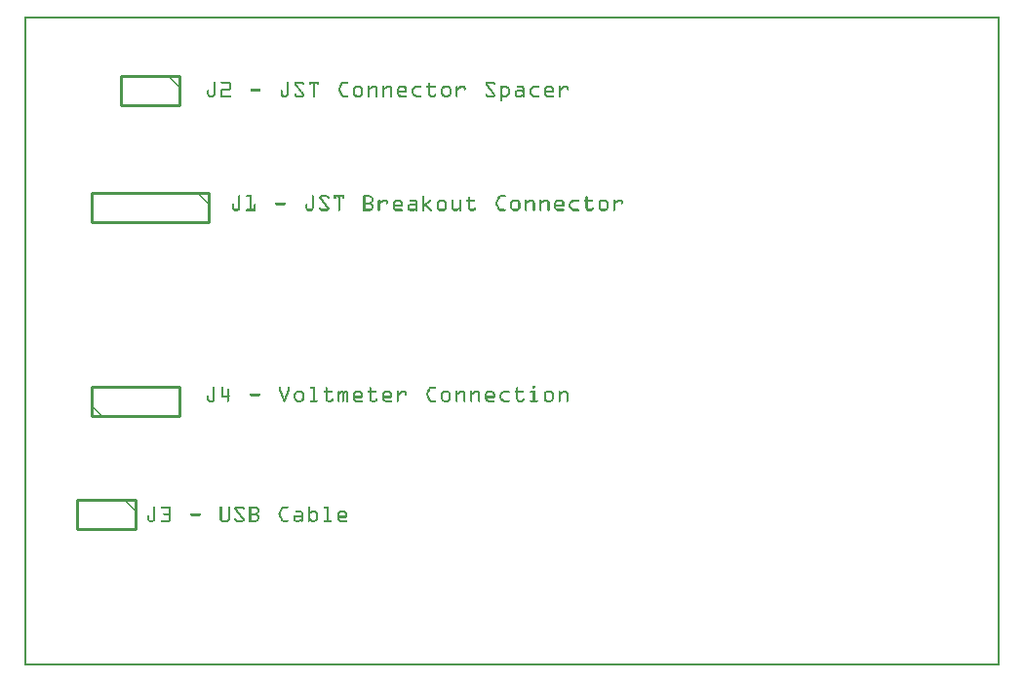
<source format=gto>
G04 MADE WITH FRITZING*
G04 WWW.FRITZING.ORG*
G04 DOUBLE SIDED*
G04 HOLES PLATED*
G04 CONTOUR ON CENTER OF CONTOUR VECTOR*
%ASAXBY*%
%FSLAX23Y23*%
%MOIN*%
%OFA0B0*%
%SFA1.0B1.0*%
%ADD10C,0.010000*%
%ADD11R,0.001000X0.001000*%
%LNSILK1*%
G90*
G70*
G54D10*
X528Y2017D02*
X328Y2017D01*
D02*
X328Y2017D02*
X328Y1917D01*
D02*
X328Y1917D02*
X528Y1917D01*
D02*
X528Y1917D02*
X528Y2017D01*
D02*
X628Y1617D02*
X228Y1617D01*
D02*
X228Y1617D02*
X228Y1517D01*
D02*
X228Y1517D02*
X628Y1517D01*
D02*
X628Y1517D02*
X628Y1617D01*
D02*
X378Y567D02*
X178Y567D01*
D02*
X178Y567D02*
X178Y467D01*
D02*
X178Y467D02*
X378Y467D01*
D02*
X378Y467D02*
X378Y567D01*
D02*
X228Y856D02*
X528Y856D01*
D02*
X528Y856D02*
X528Y956D01*
D02*
X528Y956D02*
X228Y956D01*
D02*
X228Y956D02*
X228Y856D01*
G54D11*
X0Y2222D02*
X3332Y2222D01*
X0Y2221D02*
X3332Y2221D01*
X0Y2220D02*
X3332Y2220D01*
X0Y2219D02*
X3332Y2219D01*
X0Y2218D02*
X3332Y2218D01*
X0Y2217D02*
X3332Y2217D01*
X0Y2216D02*
X3332Y2216D01*
X0Y2215D02*
X3332Y2215D01*
X0Y2214D02*
X7Y2214D01*
X3325Y2214D02*
X3332Y2214D01*
X0Y2213D02*
X7Y2213D01*
X3325Y2213D02*
X3332Y2213D01*
X0Y2212D02*
X7Y2212D01*
X3325Y2212D02*
X3332Y2212D01*
X0Y2211D02*
X7Y2211D01*
X3325Y2211D02*
X3332Y2211D01*
X0Y2210D02*
X7Y2210D01*
X3325Y2210D02*
X3332Y2210D01*
X0Y2209D02*
X7Y2209D01*
X3325Y2209D02*
X3332Y2209D01*
X0Y2208D02*
X7Y2208D01*
X3325Y2208D02*
X3332Y2208D01*
X0Y2207D02*
X7Y2207D01*
X3325Y2207D02*
X3332Y2207D01*
X0Y2206D02*
X7Y2206D01*
X3325Y2206D02*
X3332Y2206D01*
X0Y2205D02*
X7Y2205D01*
X3325Y2205D02*
X3332Y2205D01*
X0Y2204D02*
X7Y2204D01*
X3325Y2204D02*
X3332Y2204D01*
X0Y2203D02*
X7Y2203D01*
X3325Y2203D02*
X3332Y2203D01*
X0Y2202D02*
X7Y2202D01*
X3325Y2202D02*
X3332Y2202D01*
X0Y2201D02*
X7Y2201D01*
X3325Y2201D02*
X3332Y2201D01*
X0Y2200D02*
X7Y2200D01*
X3325Y2200D02*
X3332Y2200D01*
X0Y2199D02*
X7Y2199D01*
X3325Y2199D02*
X3332Y2199D01*
X0Y2198D02*
X7Y2198D01*
X3325Y2198D02*
X3332Y2198D01*
X0Y2197D02*
X7Y2197D01*
X3325Y2197D02*
X3332Y2197D01*
X0Y2196D02*
X7Y2196D01*
X3325Y2196D02*
X3332Y2196D01*
X0Y2195D02*
X7Y2195D01*
X3325Y2195D02*
X3332Y2195D01*
X0Y2194D02*
X7Y2194D01*
X3325Y2194D02*
X3332Y2194D01*
X0Y2193D02*
X7Y2193D01*
X3325Y2193D02*
X3332Y2193D01*
X0Y2192D02*
X7Y2192D01*
X3325Y2192D02*
X3332Y2192D01*
X0Y2191D02*
X7Y2191D01*
X3325Y2191D02*
X3332Y2191D01*
X0Y2190D02*
X7Y2190D01*
X3325Y2190D02*
X3332Y2190D01*
X0Y2189D02*
X7Y2189D01*
X3325Y2189D02*
X3332Y2189D01*
X0Y2188D02*
X7Y2188D01*
X3325Y2188D02*
X3332Y2188D01*
X0Y2187D02*
X7Y2187D01*
X3325Y2187D02*
X3332Y2187D01*
X0Y2186D02*
X7Y2186D01*
X3325Y2186D02*
X3332Y2186D01*
X0Y2185D02*
X7Y2185D01*
X3325Y2185D02*
X3332Y2185D01*
X0Y2184D02*
X7Y2184D01*
X3325Y2184D02*
X3332Y2184D01*
X0Y2183D02*
X7Y2183D01*
X3325Y2183D02*
X3332Y2183D01*
X0Y2182D02*
X7Y2182D01*
X3325Y2182D02*
X3332Y2182D01*
X0Y2181D02*
X7Y2181D01*
X3325Y2181D02*
X3332Y2181D01*
X0Y2180D02*
X7Y2180D01*
X3325Y2180D02*
X3332Y2180D01*
X0Y2179D02*
X7Y2179D01*
X3325Y2179D02*
X3332Y2179D01*
X0Y2178D02*
X7Y2178D01*
X3325Y2178D02*
X3332Y2178D01*
X0Y2177D02*
X7Y2177D01*
X3325Y2177D02*
X3332Y2177D01*
X0Y2176D02*
X7Y2176D01*
X3325Y2176D02*
X3332Y2176D01*
X0Y2175D02*
X7Y2175D01*
X3325Y2175D02*
X3332Y2175D01*
X0Y2174D02*
X7Y2174D01*
X3325Y2174D02*
X3332Y2174D01*
X0Y2173D02*
X7Y2173D01*
X3325Y2173D02*
X3332Y2173D01*
X0Y2172D02*
X7Y2172D01*
X3325Y2172D02*
X3332Y2172D01*
X0Y2171D02*
X7Y2171D01*
X3325Y2171D02*
X3332Y2171D01*
X0Y2170D02*
X7Y2170D01*
X3325Y2170D02*
X3332Y2170D01*
X0Y2169D02*
X7Y2169D01*
X3325Y2169D02*
X3332Y2169D01*
X0Y2168D02*
X7Y2168D01*
X3325Y2168D02*
X3332Y2168D01*
X0Y2167D02*
X7Y2167D01*
X3325Y2167D02*
X3332Y2167D01*
X0Y2166D02*
X7Y2166D01*
X3325Y2166D02*
X3332Y2166D01*
X0Y2165D02*
X7Y2165D01*
X3325Y2165D02*
X3332Y2165D01*
X0Y2164D02*
X7Y2164D01*
X3325Y2164D02*
X3332Y2164D01*
X0Y2163D02*
X7Y2163D01*
X3325Y2163D02*
X3332Y2163D01*
X0Y2162D02*
X7Y2162D01*
X3325Y2162D02*
X3332Y2162D01*
X0Y2161D02*
X7Y2161D01*
X3325Y2161D02*
X3332Y2161D01*
X0Y2160D02*
X7Y2160D01*
X3325Y2160D02*
X3332Y2160D01*
X0Y2159D02*
X7Y2159D01*
X3325Y2159D02*
X3332Y2159D01*
X0Y2158D02*
X7Y2158D01*
X3325Y2158D02*
X3332Y2158D01*
X0Y2157D02*
X7Y2157D01*
X3325Y2157D02*
X3332Y2157D01*
X0Y2156D02*
X7Y2156D01*
X3325Y2156D02*
X3332Y2156D01*
X0Y2155D02*
X7Y2155D01*
X3325Y2155D02*
X3332Y2155D01*
X0Y2154D02*
X7Y2154D01*
X3325Y2154D02*
X3332Y2154D01*
X0Y2153D02*
X7Y2153D01*
X3325Y2153D02*
X3332Y2153D01*
X0Y2152D02*
X7Y2152D01*
X3325Y2152D02*
X3332Y2152D01*
X0Y2151D02*
X7Y2151D01*
X3325Y2151D02*
X3332Y2151D01*
X0Y2150D02*
X7Y2150D01*
X3325Y2150D02*
X3332Y2150D01*
X0Y2149D02*
X7Y2149D01*
X3325Y2149D02*
X3332Y2149D01*
X0Y2148D02*
X7Y2148D01*
X3325Y2148D02*
X3332Y2148D01*
X0Y2147D02*
X7Y2147D01*
X3325Y2147D02*
X3332Y2147D01*
X0Y2146D02*
X7Y2146D01*
X3325Y2146D02*
X3332Y2146D01*
X0Y2145D02*
X7Y2145D01*
X3325Y2145D02*
X3332Y2145D01*
X0Y2144D02*
X7Y2144D01*
X3325Y2144D02*
X3332Y2144D01*
X0Y2143D02*
X7Y2143D01*
X3325Y2143D02*
X3332Y2143D01*
X0Y2142D02*
X7Y2142D01*
X3325Y2142D02*
X3332Y2142D01*
X0Y2141D02*
X7Y2141D01*
X3325Y2141D02*
X3332Y2141D01*
X0Y2140D02*
X7Y2140D01*
X3325Y2140D02*
X3332Y2140D01*
X0Y2139D02*
X7Y2139D01*
X3325Y2139D02*
X3332Y2139D01*
X0Y2138D02*
X7Y2138D01*
X3325Y2138D02*
X3332Y2138D01*
X0Y2137D02*
X7Y2137D01*
X3325Y2137D02*
X3332Y2137D01*
X0Y2136D02*
X7Y2136D01*
X3325Y2136D02*
X3332Y2136D01*
X0Y2135D02*
X7Y2135D01*
X3325Y2135D02*
X3332Y2135D01*
X0Y2134D02*
X7Y2134D01*
X3325Y2134D02*
X3332Y2134D01*
X0Y2133D02*
X7Y2133D01*
X3325Y2133D02*
X3332Y2133D01*
X0Y2132D02*
X7Y2132D01*
X3325Y2132D02*
X3332Y2132D01*
X0Y2131D02*
X7Y2131D01*
X3325Y2131D02*
X3332Y2131D01*
X0Y2130D02*
X7Y2130D01*
X3325Y2130D02*
X3332Y2130D01*
X0Y2129D02*
X7Y2129D01*
X3325Y2129D02*
X3332Y2129D01*
X0Y2128D02*
X7Y2128D01*
X3325Y2128D02*
X3332Y2128D01*
X0Y2127D02*
X7Y2127D01*
X3325Y2127D02*
X3332Y2127D01*
X0Y2126D02*
X7Y2126D01*
X3325Y2126D02*
X3332Y2126D01*
X0Y2125D02*
X7Y2125D01*
X3325Y2125D02*
X3332Y2125D01*
X0Y2124D02*
X7Y2124D01*
X3325Y2124D02*
X3332Y2124D01*
X0Y2123D02*
X7Y2123D01*
X3325Y2123D02*
X3332Y2123D01*
X0Y2122D02*
X7Y2122D01*
X3325Y2122D02*
X3332Y2122D01*
X0Y2121D02*
X7Y2121D01*
X3325Y2121D02*
X3332Y2121D01*
X0Y2120D02*
X7Y2120D01*
X3325Y2120D02*
X3332Y2120D01*
X0Y2119D02*
X7Y2119D01*
X3325Y2119D02*
X3332Y2119D01*
X0Y2118D02*
X7Y2118D01*
X3325Y2118D02*
X3332Y2118D01*
X0Y2117D02*
X7Y2117D01*
X3325Y2117D02*
X3332Y2117D01*
X0Y2116D02*
X7Y2116D01*
X3325Y2116D02*
X3332Y2116D01*
X0Y2115D02*
X7Y2115D01*
X3325Y2115D02*
X3332Y2115D01*
X0Y2114D02*
X7Y2114D01*
X3325Y2114D02*
X3332Y2114D01*
X0Y2113D02*
X7Y2113D01*
X3325Y2113D02*
X3332Y2113D01*
X0Y2112D02*
X7Y2112D01*
X3325Y2112D02*
X3332Y2112D01*
X0Y2111D02*
X7Y2111D01*
X3325Y2111D02*
X3332Y2111D01*
X0Y2110D02*
X7Y2110D01*
X3325Y2110D02*
X3332Y2110D01*
X0Y2109D02*
X7Y2109D01*
X3325Y2109D02*
X3332Y2109D01*
X0Y2108D02*
X7Y2108D01*
X3325Y2108D02*
X3332Y2108D01*
X0Y2107D02*
X7Y2107D01*
X3325Y2107D02*
X3332Y2107D01*
X0Y2106D02*
X7Y2106D01*
X3325Y2106D02*
X3332Y2106D01*
X0Y2105D02*
X7Y2105D01*
X3325Y2105D02*
X3332Y2105D01*
X0Y2104D02*
X7Y2104D01*
X3325Y2104D02*
X3332Y2104D01*
X0Y2103D02*
X7Y2103D01*
X3325Y2103D02*
X3332Y2103D01*
X0Y2102D02*
X7Y2102D01*
X3325Y2102D02*
X3332Y2102D01*
X0Y2101D02*
X7Y2101D01*
X3325Y2101D02*
X3332Y2101D01*
X0Y2100D02*
X7Y2100D01*
X3325Y2100D02*
X3332Y2100D01*
X0Y2099D02*
X7Y2099D01*
X3325Y2099D02*
X3332Y2099D01*
X0Y2098D02*
X7Y2098D01*
X3325Y2098D02*
X3332Y2098D01*
X0Y2097D02*
X7Y2097D01*
X3325Y2097D02*
X3332Y2097D01*
X0Y2096D02*
X7Y2096D01*
X3325Y2096D02*
X3332Y2096D01*
X0Y2095D02*
X7Y2095D01*
X3325Y2095D02*
X3332Y2095D01*
X0Y2094D02*
X7Y2094D01*
X3325Y2094D02*
X3332Y2094D01*
X0Y2093D02*
X7Y2093D01*
X3325Y2093D02*
X3332Y2093D01*
X0Y2092D02*
X7Y2092D01*
X3325Y2092D02*
X3332Y2092D01*
X0Y2091D02*
X7Y2091D01*
X3325Y2091D02*
X3332Y2091D01*
X0Y2090D02*
X7Y2090D01*
X3325Y2090D02*
X3332Y2090D01*
X0Y2089D02*
X7Y2089D01*
X3325Y2089D02*
X3332Y2089D01*
X0Y2088D02*
X7Y2088D01*
X3325Y2088D02*
X3332Y2088D01*
X0Y2087D02*
X7Y2087D01*
X3325Y2087D02*
X3332Y2087D01*
X0Y2086D02*
X7Y2086D01*
X3325Y2086D02*
X3332Y2086D01*
X0Y2085D02*
X7Y2085D01*
X3325Y2085D02*
X3332Y2085D01*
X0Y2084D02*
X7Y2084D01*
X3325Y2084D02*
X3332Y2084D01*
X0Y2083D02*
X7Y2083D01*
X3325Y2083D02*
X3332Y2083D01*
X0Y2082D02*
X7Y2082D01*
X3325Y2082D02*
X3332Y2082D01*
X0Y2081D02*
X7Y2081D01*
X3325Y2081D02*
X3332Y2081D01*
X0Y2080D02*
X7Y2080D01*
X3325Y2080D02*
X3332Y2080D01*
X0Y2079D02*
X7Y2079D01*
X3325Y2079D02*
X3332Y2079D01*
X0Y2078D02*
X7Y2078D01*
X3325Y2078D02*
X3332Y2078D01*
X0Y2077D02*
X7Y2077D01*
X3325Y2077D02*
X3332Y2077D01*
X0Y2076D02*
X7Y2076D01*
X3325Y2076D02*
X3332Y2076D01*
X0Y2075D02*
X7Y2075D01*
X3325Y2075D02*
X3332Y2075D01*
X0Y2074D02*
X7Y2074D01*
X3325Y2074D02*
X3332Y2074D01*
X0Y2073D02*
X7Y2073D01*
X3325Y2073D02*
X3332Y2073D01*
X0Y2072D02*
X7Y2072D01*
X3325Y2072D02*
X3332Y2072D01*
X0Y2071D02*
X7Y2071D01*
X3325Y2071D02*
X3332Y2071D01*
X0Y2070D02*
X7Y2070D01*
X3325Y2070D02*
X3332Y2070D01*
X0Y2069D02*
X7Y2069D01*
X3325Y2069D02*
X3332Y2069D01*
X0Y2068D02*
X7Y2068D01*
X3325Y2068D02*
X3332Y2068D01*
X0Y2067D02*
X7Y2067D01*
X3325Y2067D02*
X3332Y2067D01*
X0Y2066D02*
X7Y2066D01*
X3325Y2066D02*
X3332Y2066D01*
X0Y2065D02*
X7Y2065D01*
X3325Y2065D02*
X3332Y2065D01*
X0Y2064D02*
X7Y2064D01*
X3325Y2064D02*
X3332Y2064D01*
X0Y2063D02*
X7Y2063D01*
X3325Y2063D02*
X3332Y2063D01*
X0Y2062D02*
X7Y2062D01*
X3325Y2062D02*
X3332Y2062D01*
X0Y2061D02*
X7Y2061D01*
X3325Y2061D02*
X3332Y2061D01*
X0Y2060D02*
X7Y2060D01*
X3325Y2060D02*
X3332Y2060D01*
X0Y2059D02*
X7Y2059D01*
X3325Y2059D02*
X3332Y2059D01*
X0Y2058D02*
X7Y2058D01*
X3325Y2058D02*
X3332Y2058D01*
X0Y2057D02*
X7Y2057D01*
X3325Y2057D02*
X3332Y2057D01*
X0Y2056D02*
X7Y2056D01*
X3325Y2056D02*
X3332Y2056D01*
X0Y2055D02*
X7Y2055D01*
X3325Y2055D02*
X3332Y2055D01*
X0Y2054D02*
X7Y2054D01*
X3325Y2054D02*
X3332Y2054D01*
X0Y2053D02*
X7Y2053D01*
X3325Y2053D02*
X3332Y2053D01*
X0Y2052D02*
X7Y2052D01*
X3325Y2052D02*
X3332Y2052D01*
X0Y2051D02*
X7Y2051D01*
X3325Y2051D02*
X3332Y2051D01*
X0Y2050D02*
X7Y2050D01*
X3325Y2050D02*
X3332Y2050D01*
X0Y2049D02*
X7Y2049D01*
X3325Y2049D02*
X3332Y2049D01*
X0Y2048D02*
X7Y2048D01*
X3325Y2048D02*
X3332Y2048D01*
X0Y2047D02*
X7Y2047D01*
X3325Y2047D02*
X3332Y2047D01*
X0Y2046D02*
X7Y2046D01*
X3325Y2046D02*
X3332Y2046D01*
X0Y2045D02*
X7Y2045D01*
X3325Y2045D02*
X3332Y2045D01*
X0Y2044D02*
X7Y2044D01*
X3325Y2044D02*
X3332Y2044D01*
X0Y2043D02*
X7Y2043D01*
X3325Y2043D02*
X3332Y2043D01*
X0Y2042D02*
X7Y2042D01*
X3325Y2042D02*
X3332Y2042D01*
X0Y2041D02*
X7Y2041D01*
X3325Y2041D02*
X3332Y2041D01*
X0Y2040D02*
X7Y2040D01*
X3325Y2040D02*
X3332Y2040D01*
X0Y2039D02*
X7Y2039D01*
X3325Y2039D02*
X3332Y2039D01*
X0Y2038D02*
X7Y2038D01*
X3325Y2038D02*
X3332Y2038D01*
X0Y2037D02*
X7Y2037D01*
X3325Y2037D02*
X3332Y2037D01*
X0Y2036D02*
X7Y2036D01*
X3325Y2036D02*
X3332Y2036D01*
X0Y2035D02*
X7Y2035D01*
X3325Y2035D02*
X3332Y2035D01*
X0Y2034D02*
X7Y2034D01*
X3325Y2034D02*
X3332Y2034D01*
X0Y2033D02*
X7Y2033D01*
X3325Y2033D02*
X3332Y2033D01*
X0Y2032D02*
X7Y2032D01*
X3325Y2032D02*
X3332Y2032D01*
X0Y2031D02*
X7Y2031D01*
X3325Y2031D02*
X3332Y2031D01*
X0Y2030D02*
X7Y2030D01*
X3325Y2030D02*
X3332Y2030D01*
X0Y2029D02*
X7Y2029D01*
X3325Y2029D02*
X3332Y2029D01*
X0Y2028D02*
X7Y2028D01*
X3325Y2028D02*
X3332Y2028D01*
X0Y2027D02*
X7Y2027D01*
X3325Y2027D02*
X3332Y2027D01*
X0Y2026D02*
X7Y2026D01*
X3325Y2026D02*
X3332Y2026D01*
X0Y2025D02*
X7Y2025D01*
X3325Y2025D02*
X3332Y2025D01*
X0Y2024D02*
X7Y2024D01*
X3325Y2024D02*
X3332Y2024D01*
X0Y2023D02*
X7Y2023D01*
X3325Y2023D02*
X3332Y2023D01*
X0Y2022D02*
X7Y2022D01*
X3325Y2022D02*
X3332Y2022D01*
X0Y2021D02*
X7Y2021D01*
X3325Y2021D02*
X3332Y2021D01*
X0Y2020D02*
X7Y2020D01*
X3325Y2020D02*
X3332Y2020D01*
X0Y2019D02*
X7Y2019D01*
X3325Y2019D02*
X3332Y2019D01*
X0Y2018D02*
X7Y2018D01*
X494Y2018D02*
X494Y2018D01*
X3325Y2018D02*
X3332Y2018D01*
X0Y2017D02*
X7Y2017D01*
X493Y2017D02*
X495Y2017D01*
X3325Y2017D02*
X3332Y2017D01*
X0Y2016D02*
X7Y2016D01*
X492Y2016D02*
X496Y2016D01*
X3325Y2016D02*
X3332Y2016D01*
X0Y2015D02*
X7Y2015D01*
X491Y2015D02*
X497Y2015D01*
X3325Y2015D02*
X3332Y2015D01*
X0Y2014D02*
X7Y2014D01*
X492Y2014D02*
X498Y2014D01*
X3325Y2014D02*
X3332Y2014D01*
X0Y2013D02*
X7Y2013D01*
X493Y2013D02*
X499Y2013D01*
X3325Y2013D02*
X3332Y2013D01*
X0Y2012D02*
X7Y2012D01*
X494Y2012D02*
X500Y2012D01*
X3325Y2012D02*
X3332Y2012D01*
X0Y2011D02*
X7Y2011D01*
X495Y2011D02*
X501Y2011D01*
X3325Y2011D02*
X3332Y2011D01*
X0Y2010D02*
X7Y2010D01*
X496Y2010D02*
X502Y2010D01*
X3325Y2010D02*
X3332Y2010D01*
X0Y2009D02*
X7Y2009D01*
X497Y2009D02*
X503Y2009D01*
X3325Y2009D02*
X3332Y2009D01*
X0Y2008D02*
X7Y2008D01*
X498Y2008D02*
X504Y2008D01*
X3325Y2008D02*
X3332Y2008D01*
X0Y2007D02*
X7Y2007D01*
X499Y2007D02*
X505Y2007D01*
X3325Y2007D02*
X3332Y2007D01*
X0Y2006D02*
X7Y2006D01*
X500Y2006D02*
X506Y2006D01*
X3325Y2006D02*
X3332Y2006D01*
X0Y2005D02*
X7Y2005D01*
X501Y2005D02*
X507Y2005D01*
X3325Y2005D02*
X3332Y2005D01*
X0Y2004D02*
X7Y2004D01*
X502Y2004D02*
X508Y2004D01*
X3325Y2004D02*
X3332Y2004D01*
X0Y2003D02*
X7Y2003D01*
X503Y2003D02*
X509Y2003D01*
X3325Y2003D02*
X3332Y2003D01*
X0Y2002D02*
X7Y2002D01*
X504Y2002D02*
X510Y2002D01*
X3325Y2002D02*
X3332Y2002D01*
X0Y2001D02*
X7Y2001D01*
X506Y2001D02*
X511Y2001D01*
X3325Y2001D02*
X3332Y2001D01*
X0Y2000D02*
X7Y2000D01*
X507Y2000D02*
X512Y2000D01*
X3325Y2000D02*
X3332Y2000D01*
X0Y1999D02*
X7Y1999D01*
X508Y1999D02*
X513Y1999D01*
X646Y1999D02*
X650Y1999D01*
X673Y1999D02*
X701Y1999D01*
X897Y1999D02*
X901Y1999D01*
X927Y1999D02*
X950Y1999D01*
X972Y1999D02*
X1006Y1999D01*
X1087Y1999D02*
X1105Y1999D01*
X1579Y1999D02*
X1603Y1999D01*
X3325Y1999D02*
X3332Y1999D01*
X0Y1998D02*
X7Y1998D01*
X509Y1998D02*
X514Y1998D01*
X646Y1998D02*
X651Y1998D01*
X672Y1998D02*
X702Y1998D01*
X897Y1998D02*
X902Y1998D01*
X925Y1998D02*
X952Y1998D01*
X972Y1998D02*
X1006Y1998D01*
X1085Y1998D02*
X1106Y1998D01*
X1578Y1998D02*
X1604Y1998D01*
X3325Y1998D02*
X3332Y1998D01*
X0Y1997D02*
X7Y1997D01*
X510Y1997D02*
X515Y1997D01*
X645Y1997D02*
X651Y1997D01*
X671Y1997D02*
X703Y1997D01*
X896Y1997D02*
X902Y1997D01*
X924Y1997D02*
X953Y1997D01*
X972Y1997D02*
X1006Y1997D01*
X1084Y1997D02*
X1106Y1997D01*
X1577Y1997D02*
X1606Y1997D01*
X3325Y1997D02*
X3332Y1997D01*
X0Y1996D02*
X7Y1996D01*
X511Y1996D02*
X516Y1996D01*
X645Y1996D02*
X651Y1996D01*
X671Y1996D02*
X704Y1996D01*
X896Y1996D02*
X902Y1996D01*
X923Y1996D02*
X954Y1996D01*
X972Y1996D02*
X1006Y1996D01*
X1083Y1996D02*
X1106Y1996D01*
X1382Y1996D02*
X1386Y1996D01*
X1576Y1996D02*
X1607Y1996D01*
X3325Y1996D02*
X3332Y1996D01*
X0Y1995D02*
X7Y1995D01*
X512Y1995D02*
X517Y1995D01*
X645Y1995D02*
X651Y1995D01*
X672Y1995D02*
X704Y1995D01*
X896Y1995D02*
X902Y1995D01*
X923Y1995D02*
X955Y1995D01*
X972Y1995D02*
X1006Y1995D01*
X1082Y1995D02*
X1106Y1995D01*
X1381Y1995D02*
X1386Y1995D01*
X1575Y1995D02*
X1607Y1995D01*
X3325Y1995D02*
X3332Y1995D01*
X0Y1994D02*
X7Y1994D01*
X512Y1994D02*
X518Y1994D01*
X645Y1994D02*
X651Y1994D01*
X672Y1994D02*
X705Y1994D01*
X896Y1994D02*
X902Y1994D01*
X923Y1994D02*
X955Y1994D01*
X972Y1994D02*
X1006Y1994D01*
X1082Y1994D02*
X1105Y1994D01*
X1381Y1994D02*
X1387Y1994D01*
X1575Y1994D02*
X1608Y1994D01*
X3325Y1994D02*
X3332Y1994D01*
X0Y1993D02*
X7Y1993D01*
X513Y1993D02*
X519Y1993D01*
X645Y1993D02*
X651Y1993D01*
X674Y1993D02*
X705Y1993D01*
X896Y1993D02*
X902Y1993D01*
X922Y1993D02*
X955Y1993D01*
X972Y1993D02*
X1006Y1993D01*
X1081Y1993D02*
X1104Y1993D01*
X1381Y1993D02*
X1387Y1993D01*
X1575Y1993D02*
X1608Y1993D01*
X3325Y1993D02*
X3332Y1993D01*
X0Y1992D02*
X7Y1992D01*
X514Y1992D02*
X520Y1992D01*
X645Y1992D02*
X651Y1992D01*
X699Y1992D02*
X705Y1992D01*
X896Y1992D02*
X902Y1992D01*
X922Y1992D02*
X928Y1992D01*
X949Y1992D02*
X956Y1992D01*
X972Y1992D02*
X978Y1992D01*
X986Y1992D02*
X992Y1992D01*
X1000Y1992D02*
X1006Y1992D01*
X1081Y1992D02*
X1088Y1992D01*
X1381Y1992D02*
X1387Y1992D01*
X1575Y1992D02*
X1581Y1992D01*
X1602Y1992D02*
X1608Y1992D01*
X3325Y1992D02*
X3332Y1992D01*
X0Y1991D02*
X7Y1991D01*
X515Y1991D02*
X521Y1991D01*
X645Y1991D02*
X651Y1991D01*
X699Y1991D02*
X705Y1991D01*
X896Y1991D02*
X902Y1991D01*
X922Y1991D02*
X929Y1991D01*
X950Y1991D02*
X956Y1991D01*
X972Y1991D02*
X978Y1991D01*
X986Y1991D02*
X992Y1991D01*
X1000Y1991D02*
X1006Y1991D01*
X1080Y1991D02*
X1087Y1991D01*
X1381Y1991D02*
X1387Y1991D01*
X1575Y1991D02*
X1581Y1991D01*
X1602Y1991D02*
X1608Y1991D01*
X3325Y1991D02*
X3332Y1991D01*
X0Y1990D02*
X7Y1990D01*
X516Y1990D02*
X522Y1990D01*
X645Y1990D02*
X651Y1990D01*
X699Y1990D02*
X705Y1990D01*
X896Y1990D02*
X902Y1990D01*
X923Y1990D02*
X930Y1990D01*
X950Y1990D02*
X956Y1990D01*
X973Y1990D02*
X978Y1990D01*
X986Y1990D02*
X992Y1990D01*
X1000Y1990D02*
X1006Y1990D01*
X1080Y1990D02*
X1086Y1990D01*
X1381Y1990D02*
X1387Y1990D01*
X1575Y1990D02*
X1582Y1990D01*
X1603Y1990D02*
X1608Y1990D01*
X3325Y1990D02*
X3332Y1990D01*
X0Y1989D02*
X7Y1989D01*
X517Y1989D02*
X523Y1989D01*
X645Y1989D02*
X651Y1989D01*
X699Y1989D02*
X705Y1989D01*
X896Y1989D02*
X902Y1989D01*
X923Y1989D02*
X930Y1989D01*
X950Y1989D02*
X955Y1989D01*
X973Y1989D02*
X978Y1989D01*
X986Y1989D02*
X992Y1989D01*
X1000Y1989D02*
X1006Y1989D01*
X1079Y1989D02*
X1086Y1989D01*
X1381Y1989D02*
X1387Y1989D01*
X1575Y1989D02*
X1583Y1989D01*
X1603Y1989D02*
X1608Y1989D01*
X3325Y1989D02*
X3332Y1989D01*
X0Y1988D02*
X7Y1988D01*
X518Y1988D02*
X524Y1988D01*
X645Y1988D02*
X651Y1988D01*
X699Y1988D02*
X705Y1988D01*
X896Y1988D02*
X902Y1988D01*
X923Y1988D02*
X931Y1988D01*
X951Y1988D02*
X955Y1988D01*
X973Y1988D02*
X977Y1988D01*
X986Y1988D02*
X992Y1988D01*
X1001Y1988D02*
X1005Y1988D01*
X1079Y1988D02*
X1085Y1988D01*
X1381Y1988D02*
X1387Y1988D01*
X1576Y1988D02*
X1584Y1988D01*
X1603Y1988D02*
X1607Y1988D01*
X3325Y1988D02*
X3332Y1988D01*
X0Y1987D02*
X7Y1987D01*
X519Y1987D02*
X525Y1987D01*
X645Y1987D02*
X651Y1987D01*
X699Y1987D02*
X705Y1987D01*
X896Y1987D02*
X902Y1987D01*
X924Y1987D02*
X932Y1987D01*
X953Y1987D02*
X953Y1987D01*
X975Y1987D02*
X975Y1987D01*
X986Y1987D02*
X992Y1987D01*
X1003Y1987D02*
X1003Y1987D01*
X1078Y1987D02*
X1085Y1987D01*
X1381Y1987D02*
X1387Y1987D01*
X1577Y1987D02*
X1584Y1987D01*
X1605Y1987D02*
X1605Y1987D01*
X3325Y1987D02*
X3332Y1987D01*
X0Y1986D02*
X7Y1986D01*
X520Y1986D02*
X526Y1986D01*
X645Y1986D02*
X651Y1986D01*
X699Y1986D02*
X705Y1986D01*
X896Y1986D02*
X902Y1986D01*
X925Y1986D02*
X933Y1986D01*
X986Y1986D02*
X992Y1986D01*
X1078Y1986D02*
X1084Y1986D01*
X1381Y1986D02*
X1387Y1986D01*
X1577Y1986D02*
X1585Y1986D01*
X1627Y1986D02*
X1629Y1986D01*
X1638Y1986D02*
X1645Y1986D01*
X3325Y1986D02*
X3332Y1986D01*
X0Y1985D02*
X7Y1985D01*
X521Y1985D02*
X527Y1985D01*
X645Y1985D02*
X651Y1985D01*
X699Y1985D02*
X705Y1985D01*
X896Y1985D02*
X902Y1985D01*
X925Y1985D02*
X933Y1985D01*
X986Y1985D02*
X992Y1985D01*
X1077Y1985D02*
X1084Y1985D01*
X1135Y1985D02*
X1145Y1985D01*
X1176Y1985D02*
X1176Y1985D01*
X1192Y1985D02*
X1197Y1985D01*
X1226Y1985D02*
X1226Y1985D01*
X1242Y1985D02*
X1247Y1985D01*
X1285Y1985D02*
X1296Y1985D01*
X1339Y1985D02*
X1354Y1985D01*
X1377Y1985D02*
X1401Y1985D01*
X1436Y1985D02*
X1446Y1985D01*
X1477Y1985D02*
X1477Y1985D01*
X1491Y1985D02*
X1499Y1985D01*
X1578Y1985D02*
X1586Y1985D01*
X1626Y1985D02*
X1630Y1985D01*
X1636Y1985D02*
X1647Y1985D01*
X1685Y1985D02*
X1699Y1985D01*
X1741Y1985D02*
X1756Y1985D01*
X1787Y1985D02*
X1798Y1985D01*
X1829Y1985D02*
X1829Y1985D01*
X1842Y1985D02*
X1850Y1985D01*
X3325Y1985D02*
X3332Y1985D01*
X0Y1984D02*
X7Y1984D01*
X522Y1984D02*
X528Y1984D01*
X645Y1984D02*
X651Y1984D01*
X699Y1984D02*
X705Y1984D01*
X896Y1984D02*
X902Y1984D01*
X926Y1984D02*
X934Y1984D01*
X986Y1984D02*
X992Y1984D01*
X1077Y1984D02*
X1083Y1984D01*
X1131Y1984D02*
X1148Y1984D01*
X1174Y1984D02*
X1178Y1984D01*
X1188Y1984D02*
X1201Y1984D01*
X1225Y1984D02*
X1228Y1984D01*
X1239Y1984D02*
X1251Y1984D01*
X1282Y1984D02*
X1299Y1984D01*
X1336Y1984D02*
X1356Y1984D01*
X1375Y1984D02*
X1403Y1984D01*
X1433Y1984D02*
X1449Y1984D01*
X1476Y1984D02*
X1479Y1984D01*
X1489Y1984D02*
X1502Y1984D01*
X1579Y1984D02*
X1587Y1984D01*
X1625Y1984D02*
X1631Y1984D01*
X1635Y1984D02*
X1649Y1984D01*
X1683Y1984D02*
X1703Y1984D01*
X1737Y1984D02*
X1758Y1984D01*
X1784Y1984D02*
X1801Y1984D01*
X1827Y1984D02*
X1831Y1984D01*
X1841Y1984D02*
X1854Y1984D01*
X3325Y1984D02*
X3332Y1984D01*
X0Y1983D02*
X7Y1983D01*
X523Y1983D02*
X528Y1983D01*
X645Y1983D02*
X651Y1983D01*
X699Y1983D02*
X705Y1983D01*
X896Y1983D02*
X902Y1983D01*
X927Y1983D02*
X935Y1983D01*
X986Y1983D02*
X992Y1983D01*
X1076Y1983D02*
X1083Y1983D01*
X1130Y1983D02*
X1150Y1983D01*
X1174Y1983D02*
X1179Y1983D01*
X1186Y1983D02*
X1202Y1983D01*
X1224Y1983D02*
X1229Y1983D01*
X1237Y1983D02*
X1252Y1983D01*
X1280Y1983D02*
X1301Y1983D01*
X1334Y1983D02*
X1357Y1983D01*
X1374Y1983D02*
X1404Y1983D01*
X1431Y1983D02*
X1451Y1983D01*
X1475Y1983D02*
X1480Y1983D01*
X1488Y1983D02*
X1504Y1983D01*
X1580Y1983D02*
X1588Y1983D01*
X1625Y1983D02*
X1631Y1983D01*
X1634Y1983D02*
X1650Y1983D01*
X1683Y1983D02*
X1704Y1983D01*
X1736Y1983D02*
X1759Y1983D01*
X1782Y1983D02*
X1803Y1983D01*
X1826Y1983D02*
X1832Y1983D01*
X1839Y1983D02*
X1855Y1983D01*
X3325Y1983D02*
X3332Y1983D01*
X0Y1982D02*
X7Y1982D01*
X524Y1982D02*
X527Y1982D01*
X645Y1982D02*
X651Y1982D01*
X699Y1982D02*
X705Y1982D01*
X896Y1982D02*
X902Y1982D01*
X928Y1982D02*
X936Y1982D01*
X986Y1982D02*
X992Y1982D01*
X1076Y1982D02*
X1082Y1982D01*
X1129Y1982D02*
X1151Y1982D01*
X1173Y1982D02*
X1179Y1982D01*
X1185Y1982D02*
X1203Y1982D01*
X1224Y1982D02*
X1229Y1982D01*
X1235Y1982D02*
X1254Y1982D01*
X1279Y1982D02*
X1302Y1982D01*
X1332Y1982D02*
X1357Y1982D01*
X1374Y1982D02*
X1404Y1982D01*
X1430Y1982D02*
X1452Y1982D01*
X1475Y1982D02*
X1480Y1982D01*
X1487Y1982D02*
X1505Y1982D01*
X1580Y1982D02*
X1588Y1982D01*
X1625Y1982D02*
X1631Y1982D01*
X1633Y1982D02*
X1651Y1982D01*
X1682Y1982D02*
X1705Y1982D01*
X1734Y1982D02*
X1759Y1982D01*
X1781Y1982D02*
X1804Y1982D01*
X1826Y1982D02*
X1832Y1982D01*
X1838Y1982D02*
X1856Y1982D01*
X3325Y1982D02*
X3332Y1982D01*
X0Y1981D02*
X7Y1981D01*
X525Y1981D02*
X526Y1981D01*
X645Y1981D02*
X651Y1981D01*
X699Y1981D02*
X705Y1981D01*
X896Y1981D02*
X902Y1981D01*
X929Y1981D02*
X937Y1981D01*
X986Y1981D02*
X992Y1981D01*
X1075Y1981D02*
X1082Y1981D01*
X1127Y1981D02*
X1152Y1981D01*
X1173Y1981D02*
X1179Y1981D01*
X1183Y1981D02*
X1204Y1981D01*
X1223Y1981D02*
X1229Y1981D01*
X1233Y1981D02*
X1254Y1981D01*
X1278Y1981D02*
X1303Y1981D01*
X1331Y1981D02*
X1357Y1981D01*
X1374Y1981D02*
X1404Y1981D01*
X1429Y1981D02*
X1454Y1981D01*
X1474Y1981D02*
X1480Y1981D01*
X1486Y1981D02*
X1506Y1981D01*
X1581Y1981D02*
X1589Y1981D01*
X1625Y1981D02*
X1653Y1981D01*
X1682Y1981D02*
X1706Y1981D01*
X1733Y1981D02*
X1759Y1981D01*
X1780Y1981D02*
X1805Y1981D01*
X1826Y1981D02*
X1832Y1981D01*
X1837Y1981D02*
X1857Y1981D01*
X3325Y1981D02*
X3332Y1981D01*
X0Y1980D02*
X7Y1980D01*
X645Y1980D02*
X651Y1980D01*
X699Y1980D02*
X705Y1980D01*
X896Y1980D02*
X902Y1980D01*
X929Y1980D02*
X937Y1980D01*
X986Y1980D02*
X992Y1980D01*
X1075Y1980D02*
X1081Y1980D01*
X1126Y1980D02*
X1153Y1980D01*
X1173Y1980D02*
X1179Y1980D01*
X1182Y1980D02*
X1205Y1980D01*
X1223Y1980D02*
X1229Y1980D01*
X1232Y1980D02*
X1255Y1980D01*
X1277Y1980D02*
X1304Y1980D01*
X1330Y1980D02*
X1357Y1980D01*
X1374Y1980D02*
X1404Y1980D01*
X1427Y1980D02*
X1455Y1980D01*
X1474Y1980D02*
X1480Y1980D01*
X1484Y1980D02*
X1507Y1980D01*
X1582Y1980D02*
X1590Y1980D01*
X1625Y1980D02*
X1654Y1980D01*
X1683Y1980D02*
X1707Y1980D01*
X1732Y1980D02*
X1759Y1980D01*
X1779Y1980D02*
X1806Y1980D01*
X1826Y1980D02*
X1832Y1980D01*
X1836Y1980D02*
X1858Y1980D01*
X3325Y1980D02*
X3332Y1980D01*
X0Y1979D02*
X7Y1979D01*
X645Y1979D02*
X651Y1979D01*
X699Y1979D02*
X705Y1979D01*
X896Y1979D02*
X902Y1979D01*
X930Y1979D02*
X938Y1979D01*
X986Y1979D02*
X992Y1979D01*
X1074Y1979D02*
X1081Y1979D01*
X1125Y1979D02*
X1154Y1979D01*
X1173Y1979D02*
X1205Y1979D01*
X1223Y1979D02*
X1256Y1979D01*
X1276Y1979D02*
X1305Y1979D01*
X1329Y1979D02*
X1356Y1979D01*
X1375Y1979D02*
X1403Y1979D01*
X1427Y1979D02*
X1456Y1979D01*
X1474Y1979D02*
X1480Y1979D01*
X1483Y1979D02*
X1507Y1979D01*
X1583Y1979D02*
X1591Y1979D01*
X1625Y1979D02*
X1639Y1979D01*
X1645Y1979D02*
X1655Y1979D01*
X1683Y1979D02*
X1707Y1979D01*
X1731Y1979D02*
X1758Y1979D01*
X1778Y1979D02*
X1807Y1979D01*
X1826Y1979D02*
X1832Y1979D01*
X1835Y1979D02*
X1858Y1979D01*
X3325Y1979D02*
X3332Y1979D01*
X0Y1978D02*
X7Y1978D01*
X645Y1978D02*
X651Y1978D01*
X699Y1978D02*
X705Y1978D01*
X896Y1978D02*
X902Y1978D01*
X931Y1978D02*
X939Y1978D01*
X986Y1978D02*
X992Y1978D01*
X1074Y1978D02*
X1080Y1978D01*
X1125Y1978D02*
X1134Y1978D01*
X1145Y1978D02*
X1155Y1978D01*
X1173Y1978D02*
X1191Y1978D01*
X1197Y1978D02*
X1206Y1978D01*
X1223Y1978D02*
X1241Y1978D01*
X1247Y1978D02*
X1256Y1978D01*
X1275Y1978D02*
X1285Y1978D01*
X1296Y1978D02*
X1306Y1978D01*
X1328Y1978D02*
X1339Y1978D01*
X1381Y1978D02*
X1387Y1978D01*
X1426Y1978D02*
X1436Y1978D01*
X1446Y1978D02*
X1456Y1978D01*
X1474Y1978D02*
X1492Y1978D01*
X1499Y1978D02*
X1507Y1978D01*
X1583Y1978D02*
X1591Y1978D01*
X1625Y1978D02*
X1638Y1978D01*
X1646Y1978D02*
X1656Y1978D01*
X1699Y1978D02*
X1708Y1978D01*
X1730Y1978D02*
X1740Y1978D01*
X1777Y1978D02*
X1787Y1978D01*
X1798Y1978D02*
X1808Y1978D01*
X1826Y1978D02*
X1832Y1978D01*
X1834Y1978D02*
X1844Y1978D01*
X1850Y1978D02*
X1859Y1978D01*
X3325Y1978D02*
X3332Y1978D01*
X0Y1977D02*
X7Y1977D01*
X645Y1977D02*
X651Y1977D01*
X699Y1977D02*
X705Y1977D01*
X896Y1977D02*
X902Y1977D01*
X932Y1977D02*
X940Y1977D01*
X986Y1977D02*
X992Y1977D01*
X1074Y1977D02*
X1080Y1977D01*
X1124Y1977D02*
X1132Y1977D01*
X1147Y1977D02*
X1156Y1977D01*
X1173Y1977D02*
X1189Y1977D01*
X1199Y1977D02*
X1206Y1977D01*
X1223Y1977D02*
X1239Y1977D01*
X1249Y1977D02*
X1256Y1977D01*
X1275Y1977D02*
X1283Y1977D01*
X1298Y1977D02*
X1306Y1977D01*
X1327Y1977D02*
X1337Y1977D01*
X1381Y1977D02*
X1387Y1977D01*
X1425Y1977D02*
X1434Y1977D01*
X1449Y1977D02*
X1457Y1977D01*
X1474Y1977D02*
X1491Y1977D01*
X1501Y1977D02*
X1508Y1977D01*
X1584Y1977D02*
X1592Y1977D01*
X1625Y1977D02*
X1637Y1977D01*
X1647Y1977D02*
X1657Y1977D01*
X1701Y1977D02*
X1708Y1977D01*
X1729Y1977D02*
X1738Y1977D01*
X1777Y1977D02*
X1785Y1977D01*
X1800Y1977D02*
X1808Y1977D01*
X1826Y1977D02*
X1842Y1977D01*
X1852Y1977D02*
X1859Y1977D01*
X3325Y1977D02*
X3332Y1977D01*
X0Y1976D02*
X7Y1976D01*
X645Y1976D02*
X651Y1976D01*
X677Y1976D02*
X705Y1976D01*
X774Y1976D02*
X803Y1976D01*
X896Y1976D02*
X902Y1976D01*
X932Y1976D02*
X940Y1976D01*
X986Y1976D02*
X992Y1976D01*
X1073Y1976D02*
X1080Y1976D01*
X1124Y1976D02*
X1131Y1976D01*
X1149Y1976D02*
X1156Y1976D01*
X1173Y1976D02*
X1187Y1976D01*
X1200Y1976D02*
X1206Y1976D01*
X1223Y1976D02*
X1238Y1976D01*
X1250Y1976D02*
X1256Y1976D01*
X1274Y1976D02*
X1282Y1976D01*
X1299Y1976D02*
X1307Y1976D01*
X1326Y1976D02*
X1336Y1976D01*
X1381Y1976D02*
X1387Y1976D01*
X1425Y1976D02*
X1432Y1976D01*
X1450Y1976D02*
X1457Y1976D01*
X1474Y1976D02*
X1490Y1976D01*
X1502Y1976D02*
X1508Y1976D01*
X1585Y1976D02*
X1593Y1976D01*
X1625Y1976D02*
X1636Y1976D01*
X1649Y1976D02*
X1657Y1976D01*
X1702Y1976D02*
X1708Y1976D01*
X1728Y1976D02*
X1737Y1976D01*
X1776Y1976D02*
X1784Y1976D01*
X1801Y1976D02*
X1809Y1976D01*
X1826Y1976D02*
X1841Y1976D01*
X1853Y1976D02*
X1859Y1976D01*
X3325Y1976D02*
X3332Y1976D01*
X0Y1975D02*
X7Y1975D01*
X645Y1975D02*
X651Y1975D01*
X674Y1975D02*
X705Y1975D01*
X773Y1975D02*
X804Y1975D01*
X896Y1975D02*
X902Y1975D01*
X933Y1975D02*
X941Y1975D01*
X986Y1975D02*
X992Y1975D01*
X1073Y1975D02*
X1079Y1975D01*
X1123Y1975D02*
X1130Y1975D01*
X1150Y1975D02*
X1156Y1975D01*
X1173Y1975D02*
X1186Y1975D01*
X1200Y1975D02*
X1206Y1975D01*
X1223Y1975D02*
X1236Y1975D01*
X1250Y1975D02*
X1256Y1975D01*
X1274Y1975D02*
X1281Y1975D01*
X1300Y1975D02*
X1307Y1975D01*
X1325Y1975D02*
X1334Y1975D01*
X1381Y1975D02*
X1387Y1975D01*
X1425Y1975D02*
X1431Y1975D01*
X1451Y1975D02*
X1458Y1975D01*
X1474Y1975D02*
X1488Y1975D01*
X1502Y1975D02*
X1508Y1975D01*
X1586Y1975D02*
X1594Y1975D01*
X1625Y1975D02*
X1635Y1975D01*
X1650Y1975D02*
X1658Y1975D01*
X1702Y1975D02*
X1708Y1975D01*
X1727Y1975D02*
X1736Y1975D01*
X1776Y1975D02*
X1783Y1975D01*
X1802Y1975D02*
X1809Y1975D01*
X1826Y1975D02*
X1840Y1975D01*
X1853Y1975D02*
X1859Y1975D01*
X3325Y1975D02*
X3332Y1975D01*
X0Y1974D02*
X7Y1974D01*
X645Y1974D02*
X651Y1974D01*
X673Y1974D02*
X704Y1974D01*
X772Y1974D02*
X805Y1974D01*
X896Y1974D02*
X902Y1974D01*
X934Y1974D02*
X942Y1974D01*
X986Y1974D02*
X992Y1974D01*
X1073Y1974D02*
X1079Y1974D01*
X1123Y1974D02*
X1129Y1974D01*
X1150Y1974D02*
X1157Y1974D01*
X1173Y1974D02*
X1184Y1974D01*
X1200Y1974D02*
X1206Y1974D01*
X1223Y1974D02*
X1234Y1974D01*
X1251Y1974D02*
X1256Y1974D01*
X1274Y1974D02*
X1280Y1974D01*
X1301Y1974D02*
X1307Y1974D01*
X1325Y1974D02*
X1333Y1974D01*
X1381Y1974D02*
X1387Y1974D01*
X1424Y1974D02*
X1431Y1974D01*
X1451Y1974D02*
X1458Y1974D01*
X1474Y1974D02*
X1487Y1974D01*
X1502Y1974D02*
X1508Y1974D01*
X1587Y1974D02*
X1595Y1974D01*
X1625Y1974D02*
X1634Y1974D01*
X1651Y1974D02*
X1658Y1974D01*
X1702Y1974D02*
X1708Y1974D01*
X1726Y1974D02*
X1735Y1974D01*
X1776Y1974D02*
X1782Y1974D01*
X1803Y1974D02*
X1809Y1974D01*
X1826Y1974D02*
X1839Y1974D01*
X1853Y1974D02*
X1859Y1974D01*
X3325Y1974D02*
X3332Y1974D01*
X0Y1973D02*
X7Y1973D01*
X645Y1973D02*
X651Y1973D01*
X672Y1973D02*
X704Y1973D01*
X772Y1973D02*
X805Y1973D01*
X896Y1973D02*
X902Y1973D01*
X935Y1973D02*
X943Y1973D01*
X986Y1973D02*
X992Y1973D01*
X1073Y1973D02*
X1079Y1973D01*
X1123Y1973D02*
X1129Y1973D01*
X1151Y1973D02*
X1157Y1973D01*
X1173Y1973D02*
X1183Y1973D01*
X1200Y1973D02*
X1206Y1973D01*
X1223Y1973D02*
X1233Y1973D01*
X1251Y1973D02*
X1256Y1973D01*
X1274Y1973D02*
X1280Y1973D01*
X1301Y1973D02*
X1307Y1973D01*
X1324Y1973D02*
X1332Y1973D01*
X1381Y1973D02*
X1387Y1973D01*
X1424Y1973D02*
X1430Y1973D01*
X1452Y1973D02*
X1458Y1973D01*
X1474Y1973D02*
X1486Y1973D01*
X1502Y1973D02*
X1508Y1973D01*
X1587Y1973D02*
X1595Y1973D01*
X1625Y1973D02*
X1633Y1973D01*
X1652Y1973D02*
X1658Y1973D01*
X1702Y1973D02*
X1708Y1973D01*
X1726Y1973D02*
X1734Y1973D01*
X1776Y1973D02*
X1782Y1973D01*
X1803Y1973D02*
X1809Y1973D01*
X1826Y1973D02*
X1838Y1973D01*
X1853Y1973D02*
X1859Y1973D01*
X3325Y1973D02*
X3332Y1973D01*
X0Y1972D02*
X7Y1972D01*
X645Y1972D02*
X651Y1972D01*
X672Y1972D02*
X703Y1972D01*
X772Y1972D02*
X805Y1972D01*
X896Y1972D02*
X902Y1972D01*
X936Y1972D02*
X944Y1972D01*
X986Y1972D02*
X992Y1972D01*
X1073Y1972D02*
X1079Y1972D01*
X1123Y1972D02*
X1129Y1972D01*
X1151Y1972D02*
X1157Y1972D01*
X1173Y1972D02*
X1181Y1972D01*
X1200Y1972D02*
X1206Y1972D01*
X1223Y1972D02*
X1231Y1972D01*
X1251Y1972D02*
X1256Y1972D01*
X1274Y1972D02*
X1280Y1972D01*
X1301Y1972D02*
X1307Y1972D01*
X1324Y1972D02*
X1331Y1972D01*
X1381Y1972D02*
X1387Y1972D01*
X1424Y1972D02*
X1430Y1972D01*
X1452Y1972D02*
X1458Y1972D01*
X1474Y1972D02*
X1485Y1972D01*
X1502Y1972D02*
X1508Y1972D01*
X1588Y1972D02*
X1596Y1972D01*
X1625Y1972D02*
X1632Y1972D01*
X1652Y1972D02*
X1659Y1972D01*
X1702Y1972D02*
X1708Y1972D01*
X1726Y1972D02*
X1733Y1972D01*
X1776Y1972D02*
X1782Y1972D01*
X1803Y1972D02*
X1809Y1972D01*
X1826Y1972D02*
X1836Y1972D01*
X1854Y1972D02*
X1859Y1972D01*
X3325Y1972D02*
X3332Y1972D01*
X0Y1971D02*
X7Y1971D01*
X645Y1971D02*
X651Y1971D01*
X671Y1971D02*
X702Y1971D01*
X772Y1971D02*
X805Y1971D01*
X896Y1971D02*
X902Y1971D01*
X936Y1971D02*
X944Y1971D01*
X986Y1971D02*
X992Y1971D01*
X1073Y1971D02*
X1079Y1971D01*
X1123Y1971D02*
X1129Y1971D01*
X1151Y1971D02*
X1157Y1971D01*
X1173Y1971D02*
X1180Y1971D01*
X1200Y1971D02*
X1206Y1971D01*
X1223Y1971D02*
X1230Y1971D01*
X1251Y1971D02*
X1256Y1971D01*
X1274Y1971D02*
X1280Y1971D01*
X1301Y1971D02*
X1307Y1971D01*
X1324Y1971D02*
X1330Y1971D01*
X1381Y1971D02*
X1387Y1971D01*
X1424Y1971D02*
X1430Y1971D01*
X1452Y1971D02*
X1458Y1971D01*
X1474Y1971D02*
X1484Y1971D01*
X1503Y1971D02*
X1508Y1971D01*
X1589Y1971D02*
X1597Y1971D01*
X1625Y1971D02*
X1631Y1971D01*
X1653Y1971D02*
X1659Y1971D01*
X1702Y1971D02*
X1708Y1971D01*
X1726Y1971D02*
X1732Y1971D01*
X1776Y1971D02*
X1782Y1971D01*
X1803Y1971D02*
X1809Y1971D01*
X1826Y1971D02*
X1835Y1971D01*
X1854Y1971D02*
X1859Y1971D01*
X3325Y1971D02*
X3332Y1971D01*
X0Y1970D02*
X7Y1970D01*
X626Y1970D02*
X628Y1970D01*
X645Y1970D02*
X651Y1970D01*
X671Y1970D02*
X701Y1970D01*
X772Y1970D02*
X805Y1970D01*
X877Y1970D02*
X879Y1970D01*
X896Y1970D02*
X902Y1970D01*
X937Y1970D02*
X945Y1970D01*
X986Y1970D02*
X992Y1970D01*
X1073Y1970D02*
X1079Y1970D01*
X1123Y1970D02*
X1129Y1970D01*
X1151Y1970D02*
X1157Y1970D01*
X1173Y1970D02*
X1179Y1970D01*
X1200Y1970D02*
X1206Y1970D01*
X1223Y1970D02*
X1229Y1970D01*
X1251Y1970D02*
X1256Y1970D01*
X1274Y1970D02*
X1280Y1970D01*
X1301Y1970D02*
X1307Y1970D01*
X1324Y1970D02*
X1330Y1970D01*
X1381Y1970D02*
X1387Y1970D01*
X1424Y1970D02*
X1430Y1970D01*
X1452Y1970D02*
X1458Y1970D01*
X1474Y1970D02*
X1483Y1970D01*
X1503Y1970D02*
X1507Y1970D01*
X1590Y1970D02*
X1598Y1970D01*
X1625Y1970D02*
X1631Y1970D01*
X1653Y1970D02*
X1659Y1970D01*
X1683Y1970D02*
X1708Y1970D01*
X1726Y1970D02*
X1732Y1970D01*
X1776Y1970D02*
X1782Y1970D01*
X1803Y1970D02*
X1809Y1970D01*
X1826Y1970D02*
X1834Y1970D01*
X1855Y1970D02*
X1858Y1970D01*
X3325Y1970D02*
X3332Y1970D01*
X0Y1969D02*
X7Y1969D01*
X625Y1969D02*
X630Y1969D01*
X645Y1969D02*
X651Y1969D01*
X671Y1969D02*
X677Y1969D01*
X772Y1969D02*
X805Y1969D01*
X876Y1969D02*
X881Y1969D01*
X896Y1969D02*
X902Y1969D01*
X938Y1969D02*
X946Y1969D01*
X986Y1969D02*
X992Y1969D01*
X1073Y1969D02*
X1080Y1969D01*
X1123Y1969D02*
X1129Y1969D01*
X1151Y1969D02*
X1157Y1969D01*
X1173Y1969D02*
X1179Y1969D01*
X1200Y1969D02*
X1206Y1969D01*
X1223Y1969D02*
X1229Y1969D01*
X1251Y1969D02*
X1256Y1969D01*
X1274Y1969D02*
X1280Y1969D01*
X1301Y1969D02*
X1307Y1969D01*
X1324Y1969D02*
X1330Y1969D01*
X1381Y1969D02*
X1387Y1969D01*
X1424Y1969D02*
X1430Y1969D01*
X1452Y1969D02*
X1458Y1969D01*
X1474Y1969D02*
X1481Y1969D01*
X1590Y1969D02*
X1598Y1969D01*
X1625Y1969D02*
X1631Y1969D01*
X1653Y1969D02*
X1659Y1969D01*
X1681Y1969D02*
X1708Y1969D01*
X1725Y1969D02*
X1732Y1969D01*
X1776Y1969D02*
X1782Y1969D01*
X1803Y1969D02*
X1809Y1969D01*
X1826Y1969D02*
X1833Y1969D01*
X3325Y1969D02*
X3332Y1969D01*
X0Y1968D02*
X7Y1968D01*
X625Y1968D02*
X630Y1968D01*
X645Y1968D02*
X651Y1968D01*
X671Y1968D02*
X677Y1968D01*
X772Y1968D02*
X805Y1968D01*
X876Y1968D02*
X881Y1968D01*
X896Y1968D02*
X902Y1968D01*
X939Y1968D02*
X947Y1968D01*
X986Y1968D02*
X992Y1968D01*
X1074Y1968D02*
X1080Y1968D01*
X1123Y1968D02*
X1129Y1968D01*
X1151Y1968D02*
X1157Y1968D01*
X1173Y1968D02*
X1179Y1968D01*
X1200Y1968D02*
X1206Y1968D01*
X1223Y1968D02*
X1229Y1968D01*
X1251Y1968D02*
X1256Y1968D01*
X1274Y1968D02*
X1280Y1968D01*
X1301Y1968D02*
X1307Y1968D01*
X1324Y1968D02*
X1330Y1968D01*
X1381Y1968D02*
X1387Y1968D01*
X1424Y1968D02*
X1430Y1968D01*
X1452Y1968D02*
X1458Y1968D01*
X1474Y1968D02*
X1481Y1968D01*
X1591Y1968D02*
X1599Y1968D01*
X1625Y1968D02*
X1631Y1968D01*
X1653Y1968D02*
X1659Y1968D01*
X1679Y1968D02*
X1708Y1968D01*
X1725Y1968D02*
X1732Y1968D01*
X1776Y1968D02*
X1782Y1968D01*
X1803Y1968D02*
X1809Y1968D01*
X1826Y1968D02*
X1832Y1968D01*
X3325Y1968D02*
X3332Y1968D01*
X0Y1967D02*
X7Y1967D01*
X624Y1967D02*
X630Y1967D01*
X645Y1967D02*
X651Y1967D01*
X671Y1967D02*
X677Y1967D01*
X773Y1967D02*
X804Y1967D01*
X875Y1967D02*
X881Y1967D01*
X896Y1967D02*
X902Y1967D01*
X939Y1967D02*
X947Y1967D01*
X986Y1967D02*
X992Y1967D01*
X1074Y1967D02*
X1081Y1967D01*
X1123Y1967D02*
X1129Y1967D01*
X1151Y1967D02*
X1157Y1967D01*
X1173Y1967D02*
X1179Y1967D01*
X1200Y1967D02*
X1206Y1967D01*
X1223Y1967D02*
X1229Y1967D01*
X1251Y1967D02*
X1256Y1967D01*
X1274Y1967D02*
X1307Y1967D01*
X1324Y1967D02*
X1330Y1967D01*
X1381Y1967D02*
X1387Y1967D01*
X1424Y1967D02*
X1430Y1967D01*
X1452Y1967D02*
X1458Y1967D01*
X1474Y1967D02*
X1480Y1967D01*
X1592Y1967D02*
X1600Y1967D01*
X1625Y1967D02*
X1631Y1967D01*
X1653Y1967D02*
X1659Y1967D01*
X1678Y1967D02*
X1708Y1967D01*
X1725Y1967D02*
X1732Y1967D01*
X1776Y1967D02*
X1809Y1967D01*
X1826Y1967D02*
X1832Y1967D01*
X3325Y1967D02*
X3332Y1967D01*
X0Y1966D02*
X7Y1966D01*
X624Y1966D02*
X630Y1966D01*
X645Y1966D02*
X651Y1966D01*
X671Y1966D02*
X677Y1966D01*
X875Y1966D02*
X881Y1966D01*
X896Y1966D02*
X902Y1966D01*
X940Y1966D02*
X948Y1966D01*
X986Y1966D02*
X992Y1966D01*
X1074Y1966D02*
X1081Y1966D01*
X1123Y1966D02*
X1129Y1966D01*
X1151Y1966D02*
X1157Y1966D01*
X1173Y1966D02*
X1179Y1966D01*
X1200Y1966D02*
X1206Y1966D01*
X1223Y1966D02*
X1229Y1966D01*
X1251Y1966D02*
X1256Y1966D01*
X1274Y1966D02*
X1307Y1966D01*
X1324Y1966D02*
X1330Y1966D01*
X1381Y1966D02*
X1387Y1966D01*
X1424Y1966D02*
X1430Y1966D01*
X1452Y1966D02*
X1458Y1966D01*
X1474Y1966D02*
X1480Y1966D01*
X1593Y1966D02*
X1601Y1966D01*
X1625Y1966D02*
X1631Y1966D01*
X1653Y1966D02*
X1659Y1966D01*
X1677Y1966D02*
X1708Y1966D01*
X1725Y1966D02*
X1732Y1966D01*
X1776Y1966D02*
X1809Y1966D01*
X1826Y1966D02*
X1832Y1966D01*
X3325Y1966D02*
X3332Y1966D01*
X0Y1965D02*
X7Y1965D01*
X624Y1965D02*
X630Y1965D01*
X645Y1965D02*
X651Y1965D01*
X671Y1965D02*
X677Y1965D01*
X875Y1965D02*
X881Y1965D01*
X896Y1965D02*
X902Y1965D01*
X941Y1965D02*
X949Y1965D01*
X986Y1965D02*
X992Y1965D01*
X1075Y1965D02*
X1082Y1965D01*
X1123Y1965D02*
X1129Y1965D01*
X1151Y1965D02*
X1157Y1965D01*
X1173Y1965D02*
X1179Y1965D01*
X1200Y1965D02*
X1206Y1965D01*
X1223Y1965D02*
X1229Y1965D01*
X1251Y1965D02*
X1256Y1965D01*
X1274Y1965D02*
X1307Y1965D01*
X1324Y1965D02*
X1330Y1965D01*
X1381Y1965D02*
X1387Y1965D01*
X1424Y1965D02*
X1430Y1965D01*
X1452Y1965D02*
X1458Y1965D01*
X1474Y1965D02*
X1480Y1965D01*
X1594Y1965D02*
X1602Y1965D01*
X1625Y1965D02*
X1631Y1965D01*
X1653Y1965D02*
X1659Y1965D01*
X1677Y1965D02*
X1708Y1965D01*
X1725Y1965D02*
X1732Y1965D01*
X1776Y1965D02*
X1809Y1965D01*
X1826Y1965D02*
X1832Y1965D01*
X3325Y1965D02*
X3332Y1965D01*
X0Y1964D02*
X7Y1964D01*
X624Y1964D02*
X630Y1964D01*
X645Y1964D02*
X651Y1964D01*
X671Y1964D02*
X677Y1964D01*
X875Y1964D02*
X881Y1964D01*
X896Y1964D02*
X902Y1964D01*
X942Y1964D02*
X950Y1964D01*
X986Y1964D02*
X992Y1964D01*
X1075Y1964D02*
X1082Y1964D01*
X1123Y1964D02*
X1129Y1964D01*
X1151Y1964D02*
X1157Y1964D01*
X1173Y1964D02*
X1179Y1964D01*
X1200Y1964D02*
X1206Y1964D01*
X1223Y1964D02*
X1229Y1964D01*
X1251Y1964D02*
X1256Y1964D01*
X1274Y1964D02*
X1307Y1964D01*
X1324Y1964D02*
X1330Y1964D01*
X1381Y1964D02*
X1387Y1964D01*
X1424Y1964D02*
X1430Y1964D01*
X1452Y1964D02*
X1458Y1964D01*
X1474Y1964D02*
X1480Y1964D01*
X1594Y1964D02*
X1602Y1964D01*
X1625Y1964D02*
X1631Y1964D01*
X1653Y1964D02*
X1659Y1964D01*
X1676Y1964D02*
X1708Y1964D01*
X1725Y1964D02*
X1732Y1964D01*
X1776Y1964D02*
X1809Y1964D01*
X1826Y1964D02*
X1832Y1964D01*
X3325Y1964D02*
X3332Y1964D01*
X0Y1963D02*
X7Y1963D01*
X624Y1963D02*
X630Y1963D01*
X645Y1963D02*
X651Y1963D01*
X671Y1963D02*
X677Y1963D01*
X875Y1963D02*
X881Y1963D01*
X896Y1963D02*
X902Y1963D01*
X943Y1963D02*
X951Y1963D01*
X986Y1963D02*
X992Y1963D01*
X1076Y1963D02*
X1083Y1963D01*
X1123Y1963D02*
X1129Y1963D01*
X1151Y1963D02*
X1157Y1963D01*
X1173Y1963D02*
X1179Y1963D01*
X1200Y1963D02*
X1206Y1963D01*
X1223Y1963D02*
X1229Y1963D01*
X1251Y1963D02*
X1256Y1963D01*
X1274Y1963D02*
X1307Y1963D01*
X1324Y1963D02*
X1330Y1963D01*
X1381Y1963D02*
X1387Y1963D01*
X1424Y1963D02*
X1430Y1963D01*
X1452Y1963D02*
X1458Y1963D01*
X1474Y1963D02*
X1480Y1963D01*
X1595Y1963D02*
X1603Y1963D01*
X1625Y1963D02*
X1631Y1963D01*
X1653Y1963D02*
X1659Y1963D01*
X1676Y1963D02*
X1683Y1963D01*
X1700Y1963D02*
X1708Y1963D01*
X1725Y1963D02*
X1732Y1963D01*
X1776Y1963D02*
X1809Y1963D01*
X1826Y1963D02*
X1832Y1963D01*
X3325Y1963D02*
X3332Y1963D01*
X0Y1962D02*
X7Y1962D01*
X624Y1962D02*
X630Y1962D01*
X645Y1962D02*
X651Y1962D01*
X671Y1962D02*
X677Y1962D01*
X875Y1962D02*
X881Y1962D01*
X896Y1962D02*
X902Y1962D01*
X943Y1962D02*
X951Y1962D01*
X986Y1962D02*
X992Y1962D01*
X1076Y1962D02*
X1083Y1962D01*
X1123Y1962D02*
X1129Y1962D01*
X1151Y1962D02*
X1157Y1962D01*
X1173Y1962D02*
X1179Y1962D01*
X1200Y1962D02*
X1206Y1962D01*
X1223Y1962D02*
X1229Y1962D01*
X1251Y1962D02*
X1256Y1962D01*
X1274Y1962D02*
X1307Y1962D01*
X1324Y1962D02*
X1330Y1962D01*
X1381Y1962D02*
X1387Y1962D01*
X1424Y1962D02*
X1430Y1962D01*
X1452Y1962D02*
X1458Y1962D01*
X1474Y1962D02*
X1480Y1962D01*
X1596Y1962D02*
X1604Y1962D01*
X1625Y1962D02*
X1631Y1962D01*
X1653Y1962D02*
X1659Y1962D01*
X1675Y1962D02*
X1682Y1962D01*
X1702Y1962D02*
X1708Y1962D01*
X1725Y1962D02*
X1732Y1962D01*
X1776Y1962D02*
X1809Y1962D01*
X1826Y1962D02*
X1832Y1962D01*
X3325Y1962D02*
X3332Y1962D01*
X0Y1961D02*
X7Y1961D01*
X624Y1961D02*
X630Y1961D01*
X645Y1961D02*
X651Y1961D01*
X671Y1961D02*
X677Y1961D01*
X875Y1961D02*
X881Y1961D01*
X896Y1961D02*
X902Y1961D01*
X944Y1961D02*
X952Y1961D01*
X986Y1961D02*
X992Y1961D01*
X1077Y1961D02*
X1084Y1961D01*
X1123Y1961D02*
X1129Y1961D01*
X1151Y1961D02*
X1157Y1961D01*
X1173Y1961D02*
X1179Y1961D01*
X1200Y1961D02*
X1206Y1961D01*
X1223Y1961D02*
X1229Y1961D01*
X1251Y1961D02*
X1256Y1961D01*
X1274Y1961D02*
X1306Y1961D01*
X1324Y1961D02*
X1330Y1961D01*
X1381Y1961D02*
X1387Y1961D01*
X1424Y1961D02*
X1430Y1961D01*
X1452Y1961D02*
X1458Y1961D01*
X1474Y1961D02*
X1480Y1961D01*
X1597Y1961D02*
X1605Y1961D01*
X1625Y1961D02*
X1631Y1961D01*
X1653Y1961D02*
X1659Y1961D01*
X1675Y1961D02*
X1682Y1961D01*
X1702Y1961D02*
X1708Y1961D01*
X1725Y1961D02*
X1732Y1961D01*
X1776Y1961D02*
X1808Y1961D01*
X1826Y1961D02*
X1832Y1961D01*
X3325Y1961D02*
X3332Y1961D01*
X0Y1960D02*
X7Y1960D01*
X624Y1960D02*
X630Y1960D01*
X645Y1960D02*
X651Y1960D01*
X671Y1960D02*
X677Y1960D01*
X875Y1960D02*
X881Y1960D01*
X896Y1960D02*
X902Y1960D01*
X945Y1960D02*
X953Y1960D01*
X986Y1960D02*
X992Y1960D01*
X1077Y1960D02*
X1084Y1960D01*
X1123Y1960D02*
X1129Y1960D01*
X1151Y1960D02*
X1157Y1960D01*
X1173Y1960D02*
X1179Y1960D01*
X1200Y1960D02*
X1206Y1960D01*
X1223Y1960D02*
X1229Y1960D01*
X1251Y1960D02*
X1256Y1960D01*
X1274Y1960D02*
X1280Y1960D01*
X1324Y1960D02*
X1330Y1960D01*
X1381Y1960D02*
X1387Y1960D01*
X1424Y1960D02*
X1430Y1960D01*
X1452Y1960D02*
X1458Y1960D01*
X1474Y1960D02*
X1480Y1960D01*
X1597Y1960D02*
X1605Y1960D01*
X1625Y1960D02*
X1631Y1960D01*
X1653Y1960D02*
X1659Y1960D01*
X1675Y1960D02*
X1681Y1960D01*
X1702Y1960D02*
X1708Y1960D01*
X1726Y1960D02*
X1732Y1960D01*
X1776Y1960D02*
X1782Y1960D01*
X1826Y1960D02*
X1832Y1960D01*
X3325Y1960D02*
X3332Y1960D01*
X0Y1959D02*
X7Y1959D01*
X624Y1959D02*
X630Y1959D01*
X645Y1959D02*
X651Y1959D01*
X671Y1959D02*
X677Y1959D01*
X875Y1959D02*
X881Y1959D01*
X896Y1959D02*
X902Y1959D01*
X946Y1959D02*
X954Y1959D01*
X986Y1959D02*
X992Y1959D01*
X1078Y1959D02*
X1085Y1959D01*
X1123Y1959D02*
X1129Y1959D01*
X1151Y1959D02*
X1157Y1959D01*
X1173Y1959D02*
X1179Y1959D01*
X1200Y1959D02*
X1206Y1959D01*
X1223Y1959D02*
X1229Y1959D01*
X1251Y1959D02*
X1256Y1959D01*
X1274Y1959D02*
X1280Y1959D01*
X1324Y1959D02*
X1331Y1959D01*
X1381Y1959D02*
X1387Y1959D01*
X1424Y1959D02*
X1430Y1959D01*
X1452Y1959D02*
X1458Y1959D01*
X1474Y1959D02*
X1480Y1959D01*
X1598Y1959D02*
X1606Y1959D01*
X1625Y1959D02*
X1632Y1959D01*
X1652Y1959D02*
X1659Y1959D01*
X1675Y1959D02*
X1681Y1959D01*
X1702Y1959D02*
X1708Y1959D01*
X1726Y1959D02*
X1732Y1959D01*
X1776Y1959D02*
X1782Y1959D01*
X1826Y1959D02*
X1832Y1959D01*
X3325Y1959D02*
X3332Y1959D01*
X0Y1958D02*
X7Y1958D01*
X624Y1958D02*
X630Y1958D01*
X645Y1958D02*
X651Y1958D01*
X671Y1958D02*
X677Y1958D01*
X875Y1958D02*
X881Y1958D01*
X896Y1958D02*
X902Y1958D01*
X924Y1958D02*
X927Y1958D01*
X946Y1958D02*
X954Y1958D01*
X986Y1958D02*
X992Y1958D01*
X1078Y1958D02*
X1085Y1958D01*
X1123Y1958D02*
X1129Y1958D01*
X1151Y1958D02*
X1157Y1958D01*
X1173Y1958D02*
X1179Y1958D01*
X1200Y1958D02*
X1206Y1958D01*
X1223Y1958D02*
X1229Y1958D01*
X1251Y1958D02*
X1256Y1958D01*
X1274Y1958D02*
X1280Y1958D01*
X1324Y1958D02*
X1332Y1958D01*
X1381Y1958D02*
X1387Y1958D01*
X1403Y1958D02*
X1406Y1958D01*
X1424Y1958D02*
X1430Y1958D01*
X1452Y1958D02*
X1458Y1958D01*
X1474Y1958D02*
X1480Y1958D01*
X1577Y1958D02*
X1579Y1958D01*
X1599Y1958D02*
X1607Y1958D01*
X1625Y1958D02*
X1632Y1958D01*
X1652Y1958D02*
X1658Y1958D01*
X1675Y1958D02*
X1681Y1958D01*
X1702Y1958D02*
X1708Y1958D01*
X1726Y1958D02*
X1733Y1958D01*
X1776Y1958D02*
X1782Y1958D01*
X1826Y1958D02*
X1832Y1958D01*
X3325Y1958D02*
X3332Y1958D01*
X0Y1957D02*
X7Y1957D01*
X624Y1957D02*
X630Y1957D01*
X645Y1957D02*
X651Y1957D01*
X671Y1957D02*
X677Y1957D01*
X875Y1957D02*
X881Y1957D01*
X896Y1957D02*
X902Y1957D01*
X923Y1957D02*
X928Y1957D01*
X947Y1957D02*
X955Y1957D01*
X986Y1957D02*
X992Y1957D01*
X1079Y1957D02*
X1086Y1957D01*
X1123Y1957D02*
X1129Y1957D01*
X1150Y1957D02*
X1157Y1957D01*
X1173Y1957D02*
X1179Y1957D01*
X1200Y1957D02*
X1206Y1957D01*
X1223Y1957D02*
X1229Y1957D01*
X1251Y1957D02*
X1256Y1957D01*
X1274Y1957D02*
X1280Y1957D01*
X1325Y1957D02*
X1333Y1957D01*
X1381Y1957D02*
X1387Y1957D01*
X1402Y1957D02*
X1407Y1957D01*
X1424Y1957D02*
X1431Y1957D01*
X1452Y1957D02*
X1458Y1957D01*
X1474Y1957D02*
X1480Y1957D01*
X1576Y1957D02*
X1580Y1957D01*
X1600Y1957D02*
X1607Y1957D01*
X1625Y1957D02*
X1633Y1957D01*
X1651Y1957D02*
X1658Y1957D01*
X1675Y1957D02*
X1681Y1957D01*
X1702Y1957D02*
X1708Y1957D01*
X1726Y1957D02*
X1735Y1957D01*
X1776Y1957D02*
X1782Y1957D01*
X1826Y1957D02*
X1832Y1957D01*
X3325Y1957D02*
X3332Y1957D01*
X0Y1956D02*
X7Y1956D01*
X624Y1956D02*
X631Y1956D01*
X645Y1956D02*
X651Y1956D01*
X671Y1956D02*
X677Y1956D01*
X875Y1956D02*
X882Y1956D01*
X896Y1956D02*
X902Y1956D01*
X922Y1956D02*
X928Y1956D01*
X948Y1956D02*
X955Y1956D01*
X986Y1956D02*
X992Y1956D01*
X1079Y1956D02*
X1086Y1956D01*
X1123Y1956D02*
X1130Y1956D01*
X1150Y1956D02*
X1156Y1956D01*
X1173Y1956D02*
X1179Y1956D01*
X1200Y1956D02*
X1206Y1956D01*
X1223Y1956D02*
X1229Y1956D01*
X1251Y1956D02*
X1256Y1956D01*
X1274Y1956D02*
X1281Y1956D01*
X1325Y1956D02*
X1334Y1956D01*
X1381Y1956D02*
X1387Y1956D01*
X1402Y1956D02*
X1407Y1956D01*
X1424Y1956D02*
X1431Y1956D01*
X1451Y1956D02*
X1458Y1956D01*
X1474Y1956D02*
X1480Y1956D01*
X1575Y1956D02*
X1581Y1956D01*
X1601Y1956D02*
X1608Y1956D01*
X1625Y1956D02*
X1634Y1956D01*
X1650Y1956D02*
X1658Y1956D01*
X1675Y1956D02*
X1681Y1956D01*
X1701Y1956D02*
X1708Y1956D01*
X1727Y1956D02*
X1736Y1956D01*
X1776Y1956D02*
X1783Y1956D01*
X1826Y1956D02*
X1832Y1956D01*
X3325Y1956D02*
X3332Y1956D01*
X0Y1955D02*
X7Y1955D01*
X625Y1955D02*
X631Y1955D01*
X645Y1955D02*
X651Y1955D01*
X671Y1955D02*
X677Y1955D01*
X876Y1955D02*
X882Y1955D01*
X896Y1955D02*
X902Y1955D01*
X922Y1955D02*
X928Y1955D01*
X949Y1955D02*
X956Y1955D01*
X986Y1955D02*
X992Y1955D01*
X1080Y1955D02*
X1087Y1955D01*
X1124Y1955D02*
X1131Y1955D01*
X1149Y1955D02*
X1156Y1955D01*
X1173Y1955D02*
X1179Y1955D01*
X1200Y1955D02*
X1206Y1955D01*
X1223Y1955D02*
X1229Y1955D01*
X1251Y1955D02*
X1256Y1955D01*
X1274Y1955D02*
X1281Y1955D01*
X1326Y1955D02*
X1335Y1955D01*
X1381Y1955D02*
X1387Y1955D01*
X1401Y1955D02*
X1408Y1955D01*
X1425Y1955D02*
X1432Y1955D01*
X1450Y1955D02*
X1457Y1955D01*
X1474Y1955D02*
X1480Y1955D01*
X1575Y1955D02*
X1581Y1955D01*
X1601Y1955D02*
X1608Y1955D01*
X1625Y1955D02*
X1635Y1955D01*
X1649Y1955D02*
X1657Y1955D01*
X1675Y1955D02*
X1682Y1955D01*
X1699Y1955D02*
X1708Y1955D01*
X1728Y1955D02*
X1737Y1955D01*
X1776Y1955D02*
X1783Y1955D01*
X1826Y1955D02*
X1832Y1955D01*
X3325Y1955D02*
X3332Y1955D01*
X0Y1954D02*
X7Y1954D01*
X625Y1954D02*
X631Y1954D01*
X644Y1954D02*
X651Y1954D01*
X671Y1954D02*
X677Y1954D01*
X876Y1954D02*
X882Y1954D01*
X895Y1954D02*
X902Y1954D01*
X922Y1954D02*
X929Y1954D01*
X949Y1954D02*
X956Y1954D01*
X986Y1954D02*
X992Y1954D01*
X1080Y1954D02*
X1087Y1954D01*
X1124Y1954D02*
X1132Y1954D01*
X1148Y1954D02*
X1156Y1954D01*
X1173Y1954D02*
X1179Y1954D01*
X1200Y1954D02*
X1206Y1954D01*
X1223Y1954D02*
X1229Y1954D01*
X1251Y1954D02*
X1256Y1954D01*
X1274Y1954D02*
X1283Y1954D01*
X1327Y1954D02*
X1336Y1954D01*
X1381Y1954D02*
X1388Y1954D01*
X1401Y1954D02*
X1408Y1954D01*
X1425Y1954D02*
X1433Y1954D01*
X1449Y1954D02*
X1457Y1954D01*
X1474Y1954D02*
X1480Y1954D01*
X1575Y1954D02*
X1581Y1954D01*
X1602Y1954D02*
X1608Y1954D01*
X1625Y1954D02*
X1636Y1954D01*
X1648Y1954D02*
X1657Y1954D01*
X1675Y1954D02*
X1682Y1954D01*
X1697Y1954D02*
X1708Y1954D01*
X1728Y1954D02*
X1738Y1954D01*
X1777Y1954D02*
X1785Y1954D01*
X1826Y1954D02*
X1832Y1954D01*
X3325Y1954D02*
X3332Y1954D01*
X0Y1953D02*
X7Y1953D01*
X625Y1953D02*
X633Y1953D01*
X643Y1953D02*
X651Y1953D01*
X671Y1953D02*
X677Y1953D01*
X876Y1953D02*
X884Y1953D01*
X894Y1953D02*
X902Y1953D01*
X922Y1953D02*
X930Y1953D01*
X949Y1953D02*
X956Y1953D01*
X986Y1953D02*
X992Y1953D01*
X1081Y1953D02*
X1089Y1953D01*
X1124Y1953D02*
X1134Y1953D01*
X1146Y1953D02*
X1155Y1953D01*
X1173Y1953D02*
X1179Y1953D01*
X1200Y1953D02*
X1206Y1953D01*
X1223Y1953D02*
X1229Y1953D01*
X1251Y1953D02*
X1256Y1953D01*
X1275Y1953D02*
X1284Y1953D01*
X1328Y1953D02*
X1338Y1953D01*
X1381Y1953D02*
X1389Y1953D01*
X1400Y1953D02*
X1407Y1953D01*
X1426Y1953D02*
X1435Y1953D01*
X1447Y1953D02*
X1456Y1953D01*
X1474Y1953D02*
X1480Y1953D01*
X1575Y1953D02*
X1582Y1953D01*
X1602Y1953D02*
X1608Y1953D01*
X1625Y1953D02*
X1637Y1953D01*
X1647Y1953D02*
X1656Y1953D01*
X1676Y1953D02*
X1683Y1953D01*
X1696Y1953D02*
X1708Y1953D01*
X1729Y1953D02*
X1739Y1953D01*
X1777Y1953D02*
X1786Y1953D01*
X1826Y1953D02*
X1832Y1953D01*
X3325Y1953D02*
X3332Y1953D01*
X0Y1952D02*
X7Y1952D01*
X625Y1952D02*
X650Y1952D01*
X671Y1952D02*
X703Y1952D01*
X876Y1952D02*
X901Y1952D01*
X923Y1952D02*
X956Y1952D01*
X986Y1952D02*
X992Y1952D01*
X1081Y1952D02*
X1105Y1952D01*
X1125Y1952D02*
X1154Y1952D01*
X1173Y1952D02*
X1179Y1952D01*
X1200Y1952D02*
X1206Y1952D01*
X1223Y1952D02*
X1229Y1952D01*
X1251Y1952D02*
X1256Y1952D01*
X1276Y1952D02*
X1306Y1952D01*
X1329Y1952D02*
X1356Y1952D01*
X1382Y1952D02*
X1407Y1952D01*
X1426Y1952D02*
X1456Y1952D01*
X1474Y1952D02*
X1480Y1952D01*
X1575Y1952D02*
X1608Y1952D01*
X1625Y1952D02*
X1639Y1952D01*
X1645Y1952D02*
X1655Y1952D01*
X1676Y1952D02*
X1708Y1952D01*
X1731Y1952D02*
X1757Y1952D01*
X1778Y1952D02*
X1808Y1952D01*
X1826Y1952D02*
X1832Y1952D01*
X3325Y1952D02*
X3332Y1952D01*
X0Y1951D02*
X7Y1951D01*
X626Y1951D02*
X650Y1951D01*
X671Y1951D02*
X704Y1951D01*
X877Y1951D02*
X901Y1951D01*
X923Y1951D02*
X955Y1951D01*
X986Y1951D02*
X992Y1951D01*
X1082Y1951D02*
X1106Y1951D01*
X1126Y1951D02*
X1154Y1951D01*
X1173Y1951D02*
X1179Y1951D01*
X1200Y1951D02*
X1206Y1951D01*
X1223Y1951D02*
X1229Y1951D01*
X1251Y1951D02*
X1256Y1951D01*
X1277Y1951D02*
X1307Y1951D01*
X1330Y1951D02*
X1357Y1951D01*
X1382Y1951D02*
X1406Y1951D01*
X1427Y1951D02*
X1455Y1951D01*
X1474Y1951D02*
X1480Y1951D01*
X1576Y1951D02*
X1608Y1951D01*
X1625Y1951D02*
X1654Y1951D01*
X1677Y1951D02*
X1708Y1951D01*
X1732Y1951D02*
X1758Y1951D01*
X1779Y1951D02*
X1809Y1951D01*
X1826Y1951D02*
X1832Y1951D01*
X3325Y1951D02*
X3332Y1951D01*
X0Y1950D02*
X7Y1950D01*
X627Y1950D02*
X649Y1950D01*
X671Y1950D02*
X705Y1950D01*
X878Y1950D02*
X900Y1950D01*
X924Y1950D02*
X955Y1950D01*
X986Y1950D02*
X992Y1950D01*
X1083Y1950D02*
X1106Y1950D01*
X1127Y1950D02*
X1153Y1950D01*
X1173Y1950D02*
X1179Y1950D01*
X1200Y1950D02*
X1206Y1950D01*
X1223Y1950D02*
X1229Y1950D01*
X1251Y1950D02*
X1256Y1950D01*
X1278Y1950D02*
X1307Y1950D01*
X1331Y1950D02*
X1357Y1950D01*
X1383Y1950D02*
X1406Y1950D01*
X1428Y1950D02*
X1454Y1950D01*
X1474Y1950D02*
X1480Y1950D01*
X1576Y1950D02*
X1608Y1950D01*
X1625Y1950D02*
X1653Y1950D01*
X1677Y1950D02*
X1708Y1950D01*
X1733Y1950D02*
X1759Y1950D01*
X1780Y1950D02*
X1809Y1950D01*
X1826Y1950D02*
X1832Y1950D01*
X3325Y1950D02*
X3332Y1950D01*
X0Y1949D02*
X7Y1949D01*
X627Y1949D02*
X648Y1949D01*
X671Y1949D02*
X705Y1949D01*
X878Y1949D02*
X899Y1949D01*
X925Y1949D02*
X954Y1949D01*
X986Y1949D02*
X992Y1949D01*
X1083Y1949D02*
X1106Y1949D01*
X1128Y1949D02*
X1151Y1949D01*
X1173Y1949D02*
X1179Y1949D01*
X1200Y1949D02*
X1206Y1949D01*
X1224Y1949D02*
X1229Y1949D01*
X1251Y1949D02*
X1256Y1949D01*
X1279Y1949D02*
X1307Y1949D01*
X1332Y1949D02*
X1357Y1949D01*
X1384Y1949D02*
X1405Y1949D01*
X1429Y1949D02*
X1453Y1949D01*
X1475Y1949D02*
X1480Y1949D01*
X1577Y1949D02*
X1607Y1949D01*
X1625Y1949D02*
X1652Y1949D01*
X1678Y1949D02*
X1708Y1949D01*
X1734Y1949D02*
X1759Y1949D01*
X1781Y1949D02*
X1809Y1949D01*
X1826Y1949D02*
X1832Y1949D01*
X3325Y1949D02*
X3332Y1949D01*
X0Y1948D02*
X7Y1948D01*
X628Y1948D02*
X647Y1948D01*
X671Y1948D02*
X705Y1948D01*
X879Y1948D02*
X898Y1948D01*
X926Y1948D02*
X953Y1948D01*
X986Y1948D02*
X992Y1948D01*
X1085Y1948D02*
X1106Y1948D01*
X1129Y1948D02*
X1150Y1948D01*
X1174Y1948D02*
X1179Y1948D01*
X1201Y1948D02*
X1206Y1948D01*
X1224Y1948D02*
X1229Y1948D01*
X1251Y1948D02*
X1256Y1948D01*
X1280Y1948D02*
X1307Y1948D01*
X1334Y1948D02*
X1357Y1948D01*
X1385Y1948D02*
X1404Y1948D01*
X1431Y1948D02*
X1451Y1948D01*
X1475Y1948D02*
X1480Y1948D01*
X1578Y1948D02*
X1606Y1948D01*
X1625Y1948D02*
X1631Y1948D01*
X1633Y1948D02*
X1651Y1948D01*
X1679Y1948D02*
X1700Y1948D01*
X1703Y1948D02*
X1708Y1948D01*
X1735Y1948D02*
X1759Y1948D01*
X1782Y1948D02*
X1809Y1948D01*
X1826Y1948D02*
X1832Y1948D01*
X3325Y1948D02*
X3332Y1948D01*
X0Y1947D02*
X7Y1947D01*
X630Y1947D02*
X646Y1947D01*
X671Y1947D02*
X704Y1947D01*
X881Y1947D02*
X897Y1947D01*
X927Y1947D02*
X952Y1947D01*
X987Y1947D02*
X991Y1947D01*
X1086Y1947D02*
X1106Y1947D01*
X1131Y1947D02*
X1149Y1947D01*
X1174Y1947D02*
X1178Y1947D01*
X1201Y1947D02*
X1205Y1947D01*
X1224Y1947D02*
X1229Y1947D01*
X1251Y1947D02*
X1256Y1947D01*
X1281Y1947D02*
X1306Y1947D01*
X1335Y1947D02*
X1357Y1947D01*
X1386Y1947D02*
X1402Y1947D01*
X1432Y1947D02*
X1450Y1947D01*
X1475Y1947D02*
X1480Y1947D01*
X1580Y1947D02*
X1605Y1947D01*
X1625Y1947D02*
X1631Y1947D01*
X1634Y1947D02*
X1649Y1947D01*
X1681Y1947D02*
X1698Y1947D01*
X1704Y1947D02*
X1708Y1947D01*
X1737Y1947D02*
X1758Y1947D01*
X1783Y1947D02*
X1808Y1947D01*
X1827Y1947D02*
X1831Y1947D01*
X3325Y1947D02*
X3332Y1947D01*
X0Y1946D02*
X7Y1946D01*
X632Y1946D02*
X643Y1946D01*
X671Y1946D02*
X703Y1946D01*
X883Y1946D02*
X894Y1946D01*
X929Y1946D02*
X950Y1946D01*
X988Y1946D02*
X990Y1946D01*
X1088Y1946D02*
X1104Y1946D01*
X1133Y1946D02*
X1146Y1946D01*
X1175Y1946D02*
X1177Y1946D01*
X1202Y1946D02*
X1204Y1946D01*
X1226Y1946D02*
X1227Y1946D01*
X1253Y1946D02*
X1254Y1946D01*
X1284Y1946D02*
X1305Y1946D01*
X1338Y1946D02*
X1355Y1946D01*
X1389Y1946D02*
X1400Y1946D01*
X1435Y1946D02*
X1447Y1946D01*
X1477Y1946D02*
X1478Y1946D01*
X1582Y1946D02*
X1603Y1946D01*
X1625Y1946D02*
X1631Y1946D01*
X1636Y1946D02*
X1648Y1946D01*
X1683Y1946D02*
X1696Y1946D01*
X1705Y1946D02*
X1706Y1946D01*
X1739Y1946D02*
X1757Y1946D01*
X1786Y1946D02*
X1807Y1946D01*
X1828Y1946D02*
X1830Y1946D01*
X3325Y1946D02*
X3332Y1946D01*
X0Y1945D02*
X7Y1945D01*
X1625Y1945D02*
X1631Y1945D01*
X1638Y1945D02*
X1646Y1945D01*
X3325Y1945D02*
X3332Y1945D01*
X0Y1944D02*
X7Y1944D01*
X1625Y1944D02*
X1631Y1944D01*
X3325Y1944D02*
X3332Y1944D01*
X0Y1943D02*
X7Y1943D01*
X1625Y1943D02*
X1631Y1943D01*
X3325Y1943D02*
X3332Y1943D01*
X0Y1942D02*
X7Y1942D01*
X1625Y1942D02*
X1631Y1942D01*
X3325Y1942D02*
X3332Y1942D01*
X0Y1941D02*
X7Y1941D01*
X1625Y1941D02*
X1631Y1941D01*
X3325Y1941D02*
X3332Y1941D01*
X0Y1940D02*
X7Y1940D01*
X1625Y1940D02*
X1631Y1940D01*
X3325Y1940D02*
X3332Y1940D01*
X0Y1939D02*
X7Y1939D01*
X1625Y1939D02*
X1631Y1939D01*
X3325Y1939D02*
X3332Y1939D01*
X0Y1938D02*
X7Y1938D01*
X1625Y1938D02*
X1631Y1938D01*
X3325Y1938D02*
X3332Y1938D01*
X0Y1937D02*
X7Y1937D01*
X1625Y1937D02*
X1631Y1937D01*
X3325Y1937D02*
X3332Y1937D01*
X0Y1936D02*
X7Y1936D01*
X1625Y1936D02*
X1631Y1936D01*
X3325Y1936D02*
X3332Y1936D01*
X0Y1935D02*
X7Y1935D01*
X1625Y1935D02*
X1631Y1935D01*
X3325Y1935D02*
X3332Y1935D01*
X0Y1934D02*
X7Y1934D01*
X1625Y1934D02*
X1631Y1934D01*
X3325Y1934D02*
X3332Y1934D01*
X0Y1933D02*
X7Y1933D01*
X1625Y1933D02*
X1631Y1933D01*
X3325Y1933D02*
X3332Y1933D01*
X0Y1932D02*
X7Y1932D01*
X1626Y1932D02*
X1630Y1932D01*
X3325Y1932D02*
X3332Y1932D01*
X0Y1931D02*
X7Y1931D01*
X1628Y1931D02*
X1628Y1931D01*
X3325Y1931D02*
X3332Y1931D01*
X0Y1930D02*
X7Y1930D01*
X3325Y1930D02*
X3332Y1930D01*
X0Y1929D02*
X7Y1929D01*
X3325Y1929D02*
X3332Y1929D01*
X0Y1928D02*
X7Y1928D01*
X3325Y1928D02*
X3332Y1928D01*
X0Y1927D02*
X7Y1927D01*
X3325Y1927D02*
X3332Y1927D01*
X0Y1926D02*
X7Y1926D01*
X3325Y1926D02*
X3332Y1926D01*
X0Y1925D02*
X7Y1925D01*
X3325Y1925D02*
X3332Y1925D01*
X0Y1924D02*
X7Y1924D01*
X3325Y1924D02*
X3332Y1924D01*
X0Y1923D02*
X7Y1923D01*
X3325Y1923D02*
X3332Y1923D01*
X0Y1922D02*
X7Y1922D01*
X3325Y1922D02*
X3332Y1922D01*
X0Y1921D02*
X7Y1921D01*
X3325Y1921D02*
X3332Y1921D01*
X0Y1920D02*
X7Y1920D01*
X3325Y1920D02*
X3332Y1920D01*
X0Y1919D02*
X7Y1919D01*
X3325Y1919D02*
X3332Y1919D01*
X0Y1918D02*
X7Y1918D01*
X3325Y1918D02*
X3332Y1918D01*
X0Y1917D02*
X7Y1917D01*
X3325Y1917D02*
X3332Y1917D01*
X0Y1916D02*
X7Y1916D01*
X3325Y1916D02*
X3332Y1916D01*
X0Y1915D02*
X7Y1915D01*
X3325Y1915D02*
X3332Y1915D01*
X0Y1914D02*
X7Y1914D01*
X3325Y1914D02*
X3332Y1914D01*
X0Y1913D02*
X7Y1913D01*
X3325Y1913D02*
X3332Y1913D01*
X0Y1912D02*
X7Y1912D01*
X3325Y1912D02*
X3332Y1912D01*
X0Y1911D02*
X7Y1911D01*
X3325Y1911D02*
X3332Y1911D01*
X0Y1910D02*
X7Y1910D01*
X3325Y1910D02*
X3332Y1910D01*
X0Y1909D02*
X7Y1909D01*
X3325Y1909D02*
X3332Y1909D01*
X0Y1908D02*
X7Y1908D01*
X3325Y1908D02*
X3332Y1908D01*
X0Y1907D02*
X7Y1907D01*
X3325Y1907D02*
X3332Y1907D01*
X0Y1906D02*
X7Y1906D01*
X3325Y1906D02*
X3332Y1906D01*
X0Y1905D02*
X7Y1905D01*
X3325Y1905D02*
X3332Y1905D01*
X0Y1904D02*
X7Y1904D01*
X3325Y1904D02*
X3332Y1904D01*
X0Y1903D02*
X7Y1903D01*
X3325Y1903D02*
X3332Y1903D01*
X0Y1902D02*
X7Y1902D01*
X3325Y1902D02*
X3332Y1902D01*
X0Y1901D02*
X7Y1901D01*
X3325Y1901D02*
X3332Y1901D01*
X0Y1900D02*
X7Y1900D01*
X3325Y1900D02*
X3332Y1900D01*
X0Y1899D02*
X7Y1899D01*
X3325Y1899D02*
X3332Y1899D01*
X0Y1898D02*
X7Y1898D01*
X3325Y1898D02*
X3332Y1898D01*
X0Y1897D02*
X7Y1897D01*
X3325Y1897D02*
X3332Y1897D01*
X0Y1896D02*
X7Y1896D01*
X3325Y1896D02*
X3332Y1896D01*
X0Y1895D02*
X7Y1895D01*
X3325Y1895D02*
X3332Y1895D01*
X0Y1894D02*
X7Y1894D01*
X3325Y1894D02*
X3332Y1894D01*
X0Y1893D02*
X7Y1893D01*
X3325Y1893D02*
X3332Y1893D01*
X0Y1892D02*
X7Y1892D01*
X3325Y1892D02*
X3332Y1892D01*
X0Y1891D02*
X7Y1891D01*
X3325Y1891D02*
X3332Y1891D01*
X0Y1890D02*
X7Y1890D01*
X3325Y1890D02*
X3332Y1890D01*
X0Y1889D02*
X7Y1889D01*
X3325Y1889D02*
X3332Y1889D01*
X0Y1888D02*
X7Y1888D01*
X3325Y1888D02*
X3332Y1888D01*
X0Y1887D02*
X7Y1887D01*
X3325Y1887D02*
X3332Y1887D01*
X0Y1886D02*
X7Y1886D01*
X3325Y1886D02*
X3332Y1886D01*
X0Y1885D02*
X7Y1885D01*
X3325Y1885D02*
X3332Y1885D01*
X0Y1884D02*
X7Y1884D01*
X3325Y1884D02*
X3332Y1884D01*
X0Y1883D02*
X7Y1883D01*
X3325Y1883D02*
X3332Y1883D01*
X0Y1882D02*
X7Y1882D01*
X3325Y1882D02*
X3332Y1882D01*
X0Y1881D02*
X7Y1881D01*
X3325Y1881D02*
X3332Y1881D01*
X0Y1880D02*
X7Y1880D01*
X3325Y1880D02*
X3332Y1880D01*
X0Y1879D02*
X7Y1879D01*
X3325Y1879D02*
X3332Y1879D01*
X0Y1878D02*
X7Y1878D01*
X3325Y1878D02*
X3332Y1878D01*
X0Y1877D02*
X7Y1877D01*
X3325Y1877D02*
X3332Y1877D01*
X0Y1876D02*
X7Y1876D01*
X3325Y1876D02*
X3332Y1876D01*
X0Y1875D02*
X7Y1875D01*
X3325Y1875D02*
X3332Y1875D01*
X0Y1874D02*
X7Y1874D01*
X3325Y1874D02*
X3332Y1874D01*
X0Y1873D02*
X7Y1873D01*
X3325Y1873D02*
X3332Y1873D01*
X0Y1872D02*
X7Y1872D01*
X3325Y1872D02*
X3332Y1872D01*
X0Y1871D02*
X7Y1871D01*
X3325Y1871D02*
X3332Y1871D01*
X0Y1870D02*
X7Y1870D01*
X3325Y1870D02*
X3332Y1870D01*
X0Y1869D02*
X7Y1869D01*
X3325Y1869D02*
X3332Y1869D01*
X0Y1868D02*
X7Y1868D01*
X3325Y1868D02*
X3332Y1868D01*
X0Y1867D02*
X7Y1867D01*
X3325Y1867D02*
X3332Y1867D01*
X0Y1866D02*
X7Y1866D01*
X3325Y1866D02*
X3332Y1866D01*
X0Y1865D02*
X7Y1865D01*
X3325Y1865D02*
X3332Y1865D01*
X0Y1864D02*
X7Y1864D01*
X3325Y1864D02*
X3332Y1864D01*
X0Y1863D02*
X7Y1863D01*
X3325Y1863D02*
X3332Y1863D01*
X0Y1862D02*
X7Y1862D01*
X3325Y1862D02*
X3332Y1862D01*
X0Y1861D02*
X7Y1861D01*
X3325Y1861D02*
X3332Y1861D01*
X0Y1860D02*
X7Y1860D01*
X3325Y1860D02*
X3332Y1860D01*
X0Y1859D02*
X7Y1859D01*
X3325Y1859D02*
X3332Y1859D01*
X0Y1858D02*
X7Y1858D01*
X3325Y1858D02*
X3332Y1858D01*
X0Y1857D02*
X7Y1857D01*
X3325Y1857D02*
X3332Y1857D01*
X0Y1856D02*
X7Y1856D01*
X3325Y1856D02*
X3332Y1856D01*
X0Y1855D02*
X7Y1855D01*
X3325Y1855D02*
X3332Y1855D01*
X0Y1854D02*
X7Y1854D01*
X3325Y1854D02*
X3332Y1854D01*
X0Y1853D02*
X7Y1853D01*
X3325Y1853D02*
X3332Y1853D01*
X0Y1852D02*
X7Y1852D01*
X3325Y1852D02*
X3332Y1852D01*
X0Y1851D02*
X7Y1851D01*
X3325Y1851D02*
X3332Y1851D01*
X0Y1850D02*
X7Y1850D01*
X3325Y1850D02*
X3332Y1850D01*
X0Y1849D02*
X7Y1849D01*
X3325Y1849D02*
X3332Y1849D01*
X0Y1848D02*
X7Y1848D01*
X3325Y1848D02*
X3332Y1848D01*
X0Y1847D02*
X7Y1847D01*
X3325Y1847D02*
X3332Y1847D01*
X0Y1846D02*
X7Y1846D01*
X3325Y1846D02*
X3332Y1846D01*
X0Y1845D02*
X7Y1845D01*
X3325Y1845D02*
X3332Y1845D01*
X0Y1844D02*
X7Y1844D01*
X3325Y1844D02*
X3332Y1844D01*
X0Y1843D02*
X7Y1843D01*
X3325Y1843D02*
X3332Y1843D01*
X0Y1842D02*
X7Y1842D01*
X3325Y1842D02*
X3332Y1842D01*
X0Y1841D02*
X7Y1841D01*
X3325Y1841D02*
X3332Y1841D01*
X0Y1840D02*
X7Y1840D01*
X3325Y1840D02*
X3332Y1840D01*
X0Y1839D02*
X7Y1839D01*
X3325Y1839D02*
X3332Y1839D01*
X0Y1838D02*
X7Y1838D01*
X3325Y1838D02*
X3332Y1838D01*
X0Y1837D02*
X7Y1837D01*
X3325Y1837D02*
X3332Y1837D01*
X0Y1836D02*
X7Y1836D01*
X3325Y1836D02*
X3332Y1836D01*
X0Y1835D02*
X7Y1835D01*
X3325Y1835D02*
X3332Y1835D01*
X0Y1834D02*
X7Y1834D01*
X3325Y1834D02*
X3332Y1834D01*
X0Y1833D02*
X7Y1833D01*
X3325Y1833D02*
X3332Y1833D01*
X0Y1832D02*
X7Y1832D01*
X3325Y1832D02*
X3332Y1832D01*
X0Y1831D02*
X7Y1831D01*
X3325Y1831D02*
X3332Y1831D01*
X0Y1830D02*
X7Y1830D01*
X3325Y1830D02*
X3332Y1830D01*
X0Y1829D02*
X7Y1829D01*
X3325Y1829D02*
X3332Y1829D01*
X0Y1828D02*
X7Y1828D01*
X3325Y1828D02*
X3332Y1828D01*
X0Y1827D02*
X7Y1827D01*
X3325Y1827D02*
X3332Y1827D01*
X0Y1826D02*
X7Y1826D01*
X3325Y1826D02*
X3332Y1826D01*
X0Y1825D02*
X7Y1825D01*
X3325Y1825D02*
X3332Y1825D01*
X0Y1824D02*
X7Y1824D01*
X3325Y1824D02*
X3332Y1824D01*
X0Y1823D02*
X7Y1823D01*
X3325Y1823D02*
X3332Y1823D01*
X0Y1822D02*
X7Y1822D01*
X3325Y1822D02*
X3332Y1822D01*
X0Y1821D02*
X7Y1821D01*
X3325Y1821D02*
X3332Y1821D01*
X0Y1820D02*
X7Y1820D01*
X3325Y1820D02*
X3332Y1820D01*
X0Y1819D02*
X7Y1819D01*
X3325Y1819D02*
X3332Y1819D01*
X0Y1818D02*
X7Y1818D01*
X3325Y1818D02*
X3332Y1818D01*
X0Y1817D02*
X7Y1817D01*
X3325Y1817D02*
X3332Y1817D01*
X0Y1816D02*
X7Y1816D01*
X3325Y1816D02*
X3332Y1816D01*
X0Y1815D02*
X7Y1815D01*
X3325Y1815D02*
X3332Y1815D01*
X0Y1814D02*
X7Y1814D01*
X3325Y1814D02*
X3332Y1814D01*
X0Y1813D02*
X7Y1813D01*
X3325Y1813D02*
X3332Y1813D01*
X0Y1812D02*
X7Y1812D01*
X3325Y1812D02*
X3332Y1812D01*
X0Y1811D02*
X7Y1811D01*
X3325Y1811D02*
X3332Y1811D01*
X0Y1810D02*
X7Y1810D01*
X3325Y1810D02*
X3332Y1810D01*
X0Y1809D02*
X7Y1809D01*
X3325Y1809D02*
X3332Y1809D01*
X0Y1808D02*
X7Y1808D01*
X3325Y1808D02*
X3332Y1808D01*
X0Y1807D02*
X7Y1807D01*
X3325Y1807D02*
X3332Y1807D01*
X0Y1806D02*
X7Y1806D01*
X3325Y1806D02*
X3332Y1806D01*
X0Y1805D02*
X7Y1805D01*
X3325Y1805D02*
X3332Y1805D01*
X0Y1804D02*
X7Y1804D01*
X3325Y1804D02*
X3332Y1804D01*
X0Y1803D02*
X7Y1803D01*
X3325Y1803D02*
X3332Y1803D01*
X0Y1802D02*
X7Y1802D01*
X3325Y1802D02*
X3332Y1802D01*
X0Y1801D02*
X7Y1801D01*
X3325Y1801D02*
X3332Y1801D01*
X0Y1800D02*
X7Y1800D01*
X3325Y1800D02*
X3332Y1800D01*
X0Y1799D02*
X7Y1799D01*
X3325Y1799D02*
X3332Y1799D01*
X0Y1798D02*
X7Y1798D01*
X3325Y1798D02*
X3332Y1798D01*
X0Y1797D02*
X7Y1797D01*
X3325Y1797D02*
X3332Y1797D01*
X0Y1796D02*
X7Y1796D01*
X3325Y1796D02*
X3332Y1796D01*
X0Y1795D02*
X7Y1795D01*
X3325Y1795D02*
X3332Y1795D01*
X0Y1794D02*
X7Y1794D01*
X3325Y1794D02*
X3332Y1794D01*
X0Y1793D02*
X7Y1793D01*
X3325Y1793D02*
X3332Y1793D01*
X0Y1792D02*
X7Y1792D01*
X3325Y1792D02*
X3332Y1792D01*
X0Y1791D02*
X7Y1791D01*
X3325Y1791D02*
X3332Y1791D01*
X0Y1790D02*
X7Y1790D01*
X3325Y1790D02*
X3332Y1790D01*
X0Y1789D02*
X7Y1789D01*
X3325Y1789D02*
X3332Y1789D01*
X0Y1788D02*
X7Y1788D01*
X3325Y1788D02*
X3332Y1788D01*
X0Y1787D02*
X7Y1787D01*
X3325Y1787D02*
X3332Y1787D01*
X0Y1786D02*
X7Y1786D01*
X3325Y1786D02*
X3332Y1786D01*
X0Y1785D02*
X7Y1785D01*
X3325Y1785D02*
X3332Y1785D01*
X0Y1784D02*
X7Y1784D01*
X3325Y1784D02*
X3332Y1784D01*
X0Y1783D02*
X7Y1783D01*
X3325Y1783D02*
X3332Y1783D01*
X0Y1782D02*
X7Y1782D01*
X3325Y1782D02*
X3332Y1782D01*
X0Y1781D02*
X7Y1781D01*
X3325Y1781D02*
X3332Y1781D01*
X0Y1780D02*
X7Y1780D01*
X3325Y1780D02*
X3332Y1780D01*
X0Y1779D02*
X7Y1779D01*
X3325Y1779D02*
X3332Y1779D01*
X0Y1778D02*
X7Y1778D01*
X3325Y1778D02*
X3332Y1778D01*
X0Y1777D02*
X7Y1777D01*
X3325Y1777D02*
X3332Y1777D01*
X0Y1776D02*
X7Y1776D01*
X3325Y1776D02*
X3332Y1776D01*
X0Y1775D02*
X7Y1775D01*
X3325Y1775D02*
X3332Y1775D01*
X0Y1774D02*
X7Y1774D01*
X3325Y1774D02*
X3332Y1774D01*
X0Y1773D02*
X7Y1773D01*
X3325Y1773D02*
X3332Y1773D01*
X0Y1772D02*
X7Y1772D01*
X3325Y1772D02*
X3332Y1772D01*
X0Y1771D02*
X7Y1771D01*
X3325Y1771D02*
X3332Y1771D01*
X0Y1770D02*
X7Y1770D01*
X3325Y1770D02*
X3332Y1770D01*
X0Y1769D02*
X7Y1769D01*
X3325Y1769D02*
X3332Y1769D01*
X0Y1768D02*
X7Y1768D01*
X3325Y1768D02*
X3332Y1768D01*
X0Y1767D02*
X7Y1767D01*
X3325Y1767D02*
X3332Y1767D01*
X0Y1766D02*
X7Y1766D01*
X3325Y1766D02*
X3332Y1766D01*
X0Y1765D02*
X7Y1765D01*
X3325Y1765D02*
X3332Y1765D01*
X0Y1764D02*
X7Y1764D01*
X3325Y1764D02*
X3332Y1764D01*
X0Y1763D02*
X7Y1763D01*
X3325Y1763D02*
X3332Y1763D01*
X0Y1762D02*
X7Y1762D01*
X3325Y1762D02*
X3332Y1762D01*
X0Y1761D02*
X7Y1761D01*
X3325Y1761D02*
X3332Y1761D01*
X0Y1760D02*
X7Y1760D01*
X3325Y1760D02*
X3332Y1760D01*
X0Y1759D02*
X7Y1759D01*
X3325Y1759D02*
X3332Y1759D01*
X0Y1758D02*
X7Y1758D01*
X3325Y1758D02*
X3332Y1758D01*
X0Y1757D02*
X7Y1757D01*
X3325Y1757D02*
X3332Y1757D01*
X0Y1756D02*
X7Y1756D01*
X3325Y1756D02*
X3332Y1756D01*
X0Y1755D02*
X7Y1755D01*
X3325Y1755D02*
X3332Y1755D01*
X0Y1754D02*
X7Y1754D01*
X3325Y1754D02*
X3332Y1754D01*
X0Y1753D02*
X7Y1753D01*
X3325Y1753D02*
X3332Y1753D01*
X0Y1752D02*
X7Y1752D01*
X3325Y1752D02*
X3332Y1752D01*
X0Y1751D02*
X7Y1751D01*
X3325Y1751D02*
X3332Y1751D01*
X0Y1750D02*
X7Y1750D01*
X3325Y1750D02*
X3332Y1750D01*
X0Y1749D02*
X7Y1749D01*
X3325Y1749D02*
X3332Y1749D01*
X0Y1748D02*
X7Y1748D01*
X3325Y1748D02*
X3332Y1748D01*
X0Y1747D02*
X7Y1747D01*
X3325Y1747D02*
X3332Y1747D01*
X0Y1746D02*
X7Y1746D01*
X3325Y1746D02*
X3332Y1746D01*
X0Y1745D02*
X7Y1745D01*
X3325Y1745D02*
X3332Y1745D01*
X0Y1744D02*
X7Y1744D01*
X3325Y1744D02*
X3332Y1744D01*
X0Y1743D02*
X7Y1743D01*
X3325Y1743D02*
X3332Y1743D01*
X0Y1742D02*
X7Y1742D01*
X3325Y1742D02*
X3332Y1742D01*
X0Y1741D02*
X7Y1741D01*
X3325Y1741D02*
X3332Y1741D01*
X0Y1740D02*
X7Y1740D01*
X3325Y1740D02*
X3332Y1740D01*
X0Y1739D02*
X7Y1739D01*
X3325Y1739D02*
X3332Y1739D01*
X0Y1738D02*
X7Y1738D01*
X3325Y1738D02*
X3332Y1738D01*
X0Y1737D02*
X7Y1737D01*
X3325Y1737D02*
X3332Y1737D01*
X0Y1736D02*
X7Y1736D01*
X3325Y1736D02*
X3332Y1736D01*
X0Y1735D02*
X7Y1735D01*
X3325Y1735D02*
X3332Y1735D01*
X0Y1734D02*
X7Y1734D01*
X3325Y1734D02*
X3332Y1734D01*
X0Y1733D02*
X7Y1733D01*
X3325Y1733D02*
X3332Y1733D01*
X0Y1732D02*
X7Y1732D01*
X3325Y1732D02*
X3332Y1732D01*
X0Y1731D02*
X7Y1731D01*
X3325Y1731D02*
X3332Y1731D01*
X0Y1730D02*
X7Y1730D01*
X3325Y1730D02*
X3332Y1730D01*
X0Y1729D02*
X7Y1729D01*
X3325Y1729D02*
X3332Y1729D01*
X0Y1728D02*
X7Y1728D01*
X3325Y1728D02*
X3332Y1728D01*
X0Y1727D02*
X7Y1727D01*
X3325Y1727D02*
X3332Y1727D01*
X0Y1726D02*
X7Y1726D01*
X3325Y1726D02*
X3332Y1726D01*
X0Y1725D02*
X7Y1725D01*
X3325Y1725D02*
X3332Y1725D01*
X0Y1724D02*
X7Y1724D01*
X3325Y1724D02*
X3332Y1724D01*
X0Y1723D02*
X7Y1723D01*
X3325Y1723D02*
X3332Y1723D01*
X0Y1722D02*
X7Y1722D01*
X3325Y1722D02*
X3332Y1722D01*
X0Y1721D02*
X7Y1721D01*
X3325Y1721D02*
X3332Y1721D01*
X0Y1720D02*
X7Y1720D01*
X3325Y1720D02*
X3332Y1720D01*
X0Y1719D02*
X7Y1719D01*
X3325Y1719D02*
X3332Y1719D01*
X0Y1718D02*
X7Y1718D01*
X3325Y1718D02*
X3332Y1718D01*
X0Y1717D02*
X7Y1717D01*
X3325Y1717D02*
X3332Y1717D01*
X0Y1716D02*
X7Y1716D01*
X3325Y1716D02*
X3332Y1716D01*
X0Y1715D02*
X7Y1715D01*
X3325Y1715D02*
X3332Y1715D01*
X0Y1714D02*
X7Y1714D01*
X3325Y1714D02*
X3332Y1714D01*
X0Y1713D02*
X7Y1713D01*
X3325Y1713D02*
X3332Y1713D01*
X0Y1712D02*
X7Y1712D01*
X3325Y1712D02*
X3332Y1712D01*
X0Y1711D02*
X7Y1711D01*
X3325Y1711D02*
X3332Y1711D01*
X0Y1710D02*
X7Y1710D01*
X3325Y1710D02*
X3332Y1710D01*
X0Y1709D02*
X7Y1709D01*
X3325Y1709D02*
X3332Y1709D01*
X0Y1708D02*
X7Y1708D01*
X3325Y1708D02*
X3332Y1708D01*
X0Y1707D02*
X7Y1707D01*
X3325Y1707D02*
X3332Y1707D01*
X0Y1706D02*
X7Y1706D01*
X3325Y1706D02*
X3332Y1706D01*
X0Y1705D02*
X7Y1705D01*
X3325Y1705D02*
X3332Y1705D01*
X0Y1704D02*
X7Y1704D01*
X3325Y1704D02*
X3332Y1704D01*
X0Y1703D02*
X7Y1703D01*
X3325Y1703D02*
X3332Y1703D01*
X0Y1702D02*
X7Y1702D01*
X3325Y1702D02*
X3332Y1702D01*
X0Y1701D02*
X7Y1701D01*
X3325Y1701D02*
X3332Y1701D01*
X0Y1700D02*
X7Y1700D01*
X3325Y1700D02*
X3332Y1700D01*
X0Y1699D02*
X7Y1699D01*
X3325Y1699D02*
X3332Y1699D01*
X0Y1698D02*
X7Y1698D01*
X3325Y1698D02*
X3332Y1698D01*
X0Y1697D02*
X7Y1697D01*
X3325Y1697D02*
X3332Y1697D01*
X0Y1696D02*
X7Y1696D01*
X3325Y1696D02*
X3332Y1696D01*
X0Y1695D02*
X7Y1695D01*
X3325Y1695D02*
X3332Y1695D01*
X0Y1694D02*
X7Y1694D01*
X3325Y1694D02*
X3332Y1694D01*
X0Y1693D02*
X7Y1693D01*
X3325Y1693D02*
X3332Y1693D01*
X0Y1692D02*
X7Y1692D01*
X3325Y1692D02*
X3332Y1692D01*
X0Y1691D02*
X7Y1691D01*
X3325Y1691D02*
X3332Y1691D01*
X0Y1690D02*
X7Y1690D01*
X3325Y1690D02*
X3332Y1690D01*
X0Y1689D02*
X7Y1689D01*
X3325Y1689D02*
X3332Y1689D01*
X0Y1688D02*
X7Y1688D01*
X3325Y1688D02*
X3332Y1688D01*
X0Y1687D02*
X7Y1687D01*
X3325Y1687D02*
X3332Y1687D01*
X0Y1686D02*
X7Y1686D01*
X3325Y1686D02*
X3332Y1686D01*
X0Y1685D02*
X7Y1685D01*
X3325Y1685D02*
X3332Y1685D01*
X0Y1684D02*
X7Y1684D01*
X3325Y1684D02*
X3332Y1684D01*
X0Y1683D02*
X7Y1683D01*
X3325Y1683D02*
X3332Y1683D01*
X0Y1682D02*
X7Y1682D01*
X3325Y1682D02*
X3332Y1682D01*
X0Y1681D02*
X7Y1681D01*
X3325Y1681D02*
X3332Y1681D01*
X0Y1680D02*
X7Y1680D01*
X3325Y1680D02*
X3332Y1680D01*
X0Y1679D02*
X7Y1679D01*
X3325Y1679D02*
X3332Y1679D01*
X0Y1678D02*
X7Y1678D01*
X3325Y1678D02*
X3332Y1678D01*
X0Y1677D02*
X7Y1677D01*
X3325Y1677D02*
X3332Y1677D01*
X0Y1676D02*
X7Y1676D01*
X3325Y1676D02*
X3332Y1676D01*
X0Y1675D02*
X7Y1675D01*
X3325Y1675D02*
X3332Y1675D01*
X0Y1674D02*
X7Y1674D01*
X3325Y1674D02*
X3332Y1674D01*
X0Y1673D02*
X7Y1673D01*
X3325Y1673D02*
X3332Y1673D01*
X0Y1672D02*
X7Y1672D01*
X3325Y1672D02*
X3332Y1672D01*
X0Y1671D02*
X7Y1671D01*
X3325Y1671D02*
X3332Y1671D01*
X0Y1670D02*
X7Y1670D01*
X3325Y1670D02*
X3332Y1670D01*
X0Y1669D02*
X7Y1669D01*
X3325Y1669D02*
X3332Y1669D01*
X0Y1668D02*
X7Y1668D01*
X3325Y1668D02*
X3332Y1668D01*
X0Y1667D02*
X7Y1667D01*
X3325Y1667D02*
X3332Y1667D01*
X0Y1666D02*
X7Y1666D01*
X3325Y1666D02*
X3332Y1666D01*
X0Y1665D02*
X7Y1665D01*
X3325Y1665D02*
X3332Y1665D01*
X0Y1664D02*
X7Y1664D01*
X3325Y1664D02*
X3332Y1664D01*
X0Y1663D02*
X7Y1663D01*
X3325Y1663D02*
X3332Y1663D01*
X0Y1662D02*
X7Y1662D01*
X3325Y1662D02*
X3332Y1662D01*
X0Y1661D02*
X7Y1661D01*
X3325Y1661D02*
X3332Y1661D01*
X0Y1660D02*
X7Y1660D01*
X3325Y1660D02*
X3332Y1660D01*
X0Y1659D02*
X7Y1659D01*
X3325Y1659D02*
X3332Y1659D01*
X0Y1658D02*
X7Y1658D01*
X3325Y1658D02*
X3332Y1658D01*
X0Y1657D02*
X7Y1657D01*
X3325Y1657D02*
X3332Y1657D01*
X0Y1656D02*
X7Y1656D01*
X3325Y1656D02*
X3332Y1656D01*
X0Y1655D02*
X7Y1655D01*
X3325Y1655D02*
X3332Y1655D01*
X0Y1654D02*
X7Y1654D01*
X3325Y1654D02*
X3332Y1654D01*
X0Y1653D02*
X7Y1653D01*
X3325Y1653D02*
X3332Y1653D01*
X0Y1652D02*
X7Y1652D01*
X3325Y1652D02*
X3332Y1652D01*
X0Y1651D02*
X7Y1651D01*
X3325Y1651D02*
X3332Y1651D01*
X0Y1650D02*
X7Y1650D01*
X3325Y1650D02*
X3332Y1650D01*
X0Y1649D02*
X7Y1649D01*
X3325Y1649D02*
X3332Y1649D01*
X0Y1648D02*
X7Y1648D01*
X3325Y1648D02*
X3332Y1648D01*
X0Y1647D02*
X7Y1647D01*
X3325Y1647D02*
X3332Y1647D01*
X0Y1646D02*
X7Y1646D01*
X3325Y1646D02*
X3332Y1646D01*
X0Y1645D02*
X7Y1645D01*
X3325Y1645D02*
X3332Y1645D01*
X0Y1644D02*
X7Y1644D01*
X3325Y1644D02*
X3332Y1644D01*
X0Y1643D02*
X7Y1643D01*
X3325Y1643D02*
X3332Y1643D01*
X0Y1642D02*
X7Y1642D01*
X3325Y1642D02*
X3332Y1642D01*
X0Y1641D02*
X7Y1641D01*
X3325Y1641D02*
X3332Y1641D01*
X0Y1640D02*
X7Y1640D01*
X3325Y1640D02*
X3332Y1640D01*
X0Y1639D02*
X7Y1639D01*
X3325Y1639D02*
X3332Y1639D01*
X0Y1638D02*
X7Y1638D01*
X3325Y1638D02*
X3332Y1638D01*
X0Y1637D02*
X7Y1637D01*
X3325Y1637D02*
X3332Y1637D01*
X0Y1636D02*
X7Y1636D01*
X3325Y1636D02*
X3332Y1636D01*
X0Y1635D02*
X7Y1635D01*
X3325Y1635D02*
X3332Y1635D01*
X0Y1634D02*
X7Y1634D01*
X3325Y1634D02*
X3332Y1634D01*
X0Y1633D02*
X7Y1633D01*
X3325Y1633D02*
X3332Y1633D01*
X0Y1632D02*
X7Y1632D01*
X3325Y1632D02*
X3332Y1632D01*
X0Y1631D02*
X7Y1631D01*
X3325Y1631D02*
X3332Y1631D01*
X0Y1630D02*
X7Y1630D01*
X3325Y1630D02*
X3332Y1630D01*
X0Y1629D02*
X7Y1629D01*
X3325Y1629D02*
X3332Y1629D01*
X0Y1628D02*
X7Y1628D01*
X3325Y1628D02*
X3332Y1628D01*
X0Y1627D02*
X7Y1627D01*
X3325Y1627D02*
X3332Y1627D01*
X0Y1626D02*
X7Y1626D01*
X3325Y1626D02*
X3332Y1626D01*
X0Y1625D02*
X7Y1625D01*
X3325Y1625D02*
X3332Y1625D01*
X0Y1624D02*
X7Y1624D01*
X3325Y1624D02*
X3332Y1624D01*
X0Y1623D02*
X7Y1623D01*
X3325Y1623D02*
X3332Y1623D01*
X0Y1622D02*
X7Y1622D01*
X3325Y1622D02*
X3332Y1622D01*
X0Y1621D02*
X7Y1621D01*
X3325Y1621D02*
X3332Y1621D01*
X0Y1620D02*
X7Y1620D01*
X3325Y1620D02*
X3332Y1620D01*
X0Y1619D02*
X7Y1619D01*
X3325Y1619D02*
X3332Y1619D01*
X0Y1618D02*
X7Y1618D01*
X594Y1618D02*
X594Y1618D01*
X3325Y1618D02*
X3332Y1618D01*
X0Y1617D02*
X7Y1617D01*
X593Y1617D02*
X595Y1617D01*
X3325Y1617D02*
X3332Y1617D01*
X0Y1616D02*
X7Y1616D01*
X592Y1616D02*
X596Y1616D01*
X3325Y1616D02*
X3332Y1616D01*
X0Y1615D02*
X7Y1615D01*
X591Y1615D02*
X597Y1615D01*
X3325Y1615D02*
X3332Y1615D01*
X0Y1614D02*
X7Y1614D01*
X592Y1614D02*
X598Y1614D01*
X3325Y1614D02*
X3332Y1614D01*
X0Y1613D02*
X7Y1613D01*
X593Y1613D02*
X599Y1613D01*
X3325Y1613D02*
X3332Y1613D01*
X0Y1612D02*
X7Y1612D01*
X594Y1612D02*
X600Y1612D01*
X3325Y1612D02*
X3332Y1612D01*
X0Y1611D02*
X7Y1611D01*
X595Y1611D02*
X601Y1611D01*
X3325Y1611D02*
X3332Y1611D01*
X0Y1610D02*
X7Y1610D01*
X596Y1610D02*
X602Y1610D01*
X733Y1610D02*
X734Y1610D01*
X759Y1610D02*
X776Y1610D01*
X984Y1610D02*
X985Y1610D01*
X1014Y1610D02*
X1033Y1610D01*
X1058Y1610D02*
X1091Y1610D01*
X1159Y1610D02*
X1180Y1610D01*
X1362Y1610D02*
X1362Y1610D01*
X1627Y1610D02*
X1641Y1610D01*
X3325Y1610D02*
X3332Y1610D01*
X0Y1609D02*
X7Y1609D01*
X597Y1609D02*
X603Y1609D01*
X732Y1609D02*
X736Y1609D01*
X758Y1609D02*
X776Y1609D01*
X983Y1609D02*
X987Y1609D01*
X1011Y1609D02*
X1036Y1609D01*
X1058Y1609D02*
X1091Y1609D01*
X1158Y1609D02*
X1183Y1609D01*
X1360Y1609D02*
X1364Y1609D01*
X1624Y1609D02*
X1643Y1609D01*
X3325Y1609D02*
X3332Y1609D01*
X0Y1608D02*
X7Y1608D01*
X598Y1608D02*
X604Y1608D01*
X731Y1608D02*
X736Y1608D01*
X757Y1608D02*
X776Y1608D01*
X982Y1608D02*
X987Y1608D01*
X1010Y1608D02*
X1038Y1608D01*
X1058Y1608D02*
X1091Y1608D01*
X1158Y1608D02*
X1185Y1608D01*
X1359Y1608D02*
X1365Y1608D01*
X1622Y1608D02*
X1643Y1608D01*
X3325Y1608D02*
X3332Y1608D01*
X0Y1607D02*
X7Y1607D01*
X599Y1607D02*
X605Y1607D01*
X731Y1607D02*
X737Y1607D01*
X757Y1607D02*
X776Y1607D01*
X982Y1607D02*
X988Y1607D01*
X1009Y1607D02*
X1039Y1607D01*
X1058Y1607D02*
X1091Y1607D01*
X1158Y1607D02*
X1187Y1607D01*
X1359Y1607D02*
X1365Y1607D01*
X1519Y1607D02*
X1520Y1607D01*
X1621Y1607D02*
X1644Y1607D01*
X1921Y1607D02*
X1922Y1607D01*
X3325Y1607D02*
X3332Y1607D01*
X0Y1606D02*
X7Y1606D01*
X600Y1606D02*
X606Y1606D01*
X731Y1606D02*
X737Y1606D01*
X757Y1606D02*
X776Y1606D01*
X982Y1606D02*
X988Y1606D01*
X1009Y1606D02*
X1040Y1606D01*
X1058Y1606D02*
X1091Y1606D01*
X1158Y1606D02*
X1188Y1606D01*
X1359Y1606D02*
X1365Y1606D01*
X1518Y1606D02*
X1522Y1606D01*
X1620Y1606D02*
X1644Y1606D01*
X1919Y1606D02*
X1923Y1606D01*
X3325Y1606D02*
X3332Y1606D01*
X0Y1605D02*
X7Y1605D01*
X601Y1605D02*
X607Y1605D01*
X731Y1605D02*
X737Y1605D01*
X757Y1605D02*
X776Y1605D01*
X982Y1605D02*
X988Y1605D01*
X1008Y1605D02*
X1040Y1605D01*
X1058Y1605D02*
X1091Y1605D01*
X1158Y1605D02*
X1189Y1605D01*
X1359Y1605D02*
X1365Y1605D01*
X1517Y1605D02*
X1522Y1605D01*
X1619Y1605D02*
X1643Y1605D01*
X1918Y1605D02*
X1924Y1605D01*
X3325Y1605D02*
X3332Y1605D01*
X0Y1604D02*
X7Y1604D01*
X602Y1604D02*
X608Y1604D01*
X731Y1604D02*
X737Y1604D01*
X758Y1604D02*
X776Y1604D01*
X982Y1604D02*
X988Y1604D01*
X1008Y1604D02*
X1041Y1604D01*
X1058Y1604D02*
X1091Y1604D01*
X1158Y1604D02*
X1189Y1604D01*
X1359Y1604D02*
X1365Y1604D01*
X1517Y1604D02*
X1523Y1604D01*
X1619Y1604D02*
X1642Y1604D01*
X1918Y1604D02*
X1924Y1604D01*
X3325Y1604D02*
X3332Y1604D01*
X0Y1603D02*
X7Y1603D01*
X603Y1603D02*
X609Y1603D01*
X731Y1603D02*
X737Y1603D01*
X770Y1603D02*
X776Y1603D01*
X982Y1603D02*
X988Y1603D01*
X1008Y1603D02*
X1014Y1603D01*
X1033Y1603D02*
X1041Y1603D01*
X1058Y1603D02*
X1064Y1603D01*
X1071Y1603D02*
X1078Y1603D01*
X1085Y1603D02*
X1091Y1603D01*
X1158Y1603D02*
X1165Y1603D01*
X1180Y1603D02*
X1190Y1603D01*
X1359Y1603D02*
X1365Y1603D01*
X1517Y1603D02*
X1523Y1603D01*
X1618Y1603D02*
X1626Y1603D01*
X1918Y1603D02*
X1924Y1603D01*
X3325Y1603D02*
X3332Y1603D01*
X0Y1602D02*
X7Y1602D01*
X604Y1602D02*
X610Y1602D01*
X731Y1602D02*
X737Y1602D01*
X770Y1602D02*
X776Y1602D01*
X982Y1602D02*
X988Y1602D01*
X1008Y1602D02*
X1014Y1602D01*
X1035Y1602D02*
X1041Y1602D01*
X1058Y1602D02*
X1064Y1602D01*
X1072Y1602D02*
X1078Y1602D01*
X1085Y1602D02*
X1091Y1602D01*
X1158Y1602D02*
X1164Y1602D01*
X1183Y1602D02*
X1191Y1602D01*
X1359Y1602D02*
X1365Y1602D01*
X1517Y1602D02*
X1523Y1602D01*
X1618Y1602D02*
X1625Y1602D01*
X1918Y1602D02*
X1924Y1602D01*
X3325Y1602D02*
X3332Y1602D01*
X0Y1601D02*
X7Y1601D01*
X606Y1601D02*
X611Y1601D01*
X731Y1601D02*
X737Y1601D01*
X770Y1601D02*
X776Y1601D01*
X982Y1601D02*
X988Y1601D01*
X1008Y1601D02*
X1014Y1601D01*
X1035Y1601D02*
X1041Y1601D01*
X1058Y1601D02*
X1064Y1601D01*
X1072Y1601D02*
X1078Y1601D01*
X1085Y1601D02*
X1091Y1601D01*
X1158Y1601D02*
X1164Y1601D01*
X1184Y1601D02*
X1191Y1601D01*
X1359Y1601D02*
X1365Y1601D01*
X1517Y1601D02*
X1523Y1601D01*
X1617Y1601D02*
X1624Y1601D01*
X1918Y1601D02*
X1924Y1601D01*
X3325Y1601D02*
X3332Y1601D01*
X0Y1600D02*
X7Y1600D01*
X607Y1600D02*
X612Y1600D01*
X731Y1600D02*
X737Y1600D01*
X770Y1600D02*
X776Y1600D01*
X982Y1600D02*
X988Y1600D01*
X1008Y1600D02*
X1015Y1600D01*
X1035Y1600D02*
X1041Y1600D01*
X1058Y1600D02*
X1064Y1600D01*
X1072Y1600D02*
X1078Y1600D01*
X1086Y1600D02*
X1091Y1600D01*
X1158Y1600D02*
X1164Y1600D01*
X1185Y1600D02*
X1191Y1600D01*
X1359Y1600D02*
X1365Y1600D01*
X1517Y1600D02*
X1523Y1600D01*
X1617Y1600D02*
X1624Y1600D01*
X1918Y1600D02*
X1924Y1600D01*
X3325Y1600D02*
X3332Y1600D01*
X0Y1599D02*
X7Y1599D01*
X608Y1599D02*
X613Y1599D01*
X731Y1599D02*
X737Y1599D01*
X770Y1599D02*
X776Y1599D01*
X982Y1599D02*
X988Y1599D01*
X1008Y1599D02*
X1016Y1599D01*
X1036Y1599D02*
X1041Y1599D01*
X1058Y1599D02*
X1063Y1599D01*
X1072Y1599D02*
X1078Y1599D01*
X1086Y1599D02*
X1091Y1599D01*
X1158Y1599D02*
X1164Y1599D01*
X1185Y1599D02*
X1192Y1599D01*
X1359Y1599D02*
X1365Y1599D01*
X1517Y1599D02*
X1523Y1599D01*
X1616Y1599D02*
X1623Y1599D01*
X1918Y1599D02*
X1924Y1599D01*
X3325Y1599D02*
X3332Y1599D01*
X0Y1598D02*
X7Y1598D01*
X609Y1598D02*
X614Y1598D01*
X731Y1598D02*
X737Y1598D01*
X770Y1598D02*
X776Y1598D01*
X982Y1598D02*
X988Y1598D01*
X1009Y1598D02*
X1017Y1598D01*
X1037Y1598D02*
X1040Y1598D01*
X1059Y1598D02*
X1062Y1598D01*
X1072Y1598D02*
X1078Y1598D01*
X1087Y1598D02*
X1090Y1598D01*
X1158Y1598D02*
X1164Y1598D01*
X1186Y1598D02*
X1192Y1598D01*
X1359Y1598D02*
X1365Y1598D01*
X1517Y1598D02*
X1523Y1598D01*
X1616Y1598D02*
X1623Y1598D01*
X1918Y1598D02*
X1924Y1598D01*
X3325Y1598D02*
X3332Y1598D01*
X0Y1597D02*
X7Y1597D01*
X610Y1597D02*
X615Y1597D01*
X731Y1597D02*
X737Y1597D01*
X770Y1597D02*
X776Y1597D01*
X982Y1597D02*
X988Y1597D01*
X1010Y1597D02*
X1018Y1597D01*
X1072Y1597D02*
X1078Y1597D01*
X1158Y1597D02*
X1164Y1597D01*
X1186Y1597D02*
X1192Y1597D01*
X1359Y1597D02*
X1365Y1597D01*
X1517Y1597D02*
X1523Y1597D01*
X1615Y1597D02*
X1622Y1597D01*
X1918Y1597D02*
X1924Y1597D01*
X3325Y1597D02*
X3332Y1597D01*
X0Y1596D02*
X7Y1596D01*
X611Y1596D02*
X616Y1596D01*
X731Y1596D02*
X737Y1596D01*
X770Y1596D02*
X776Y1596D01*
X982Y1596D02*
X988Y1596D01*
X1010Y1596D02*
X1018Y1596D01*
X1072Y1596D02*
X1078Y1596D01*
X1158Y1596D02*
X1164Y1596D01*
X1186Y1596D02*
X1192Y1596D01*
X1359Y1596D02*
X1365Y1596D01*
X1517Y1596D02*
X1523Y1596D01*
X1615Y1596D02*
X1622Y1596D01*
X1918Y1596D02*
X1924Y1596D01*
X3325Y1596D02*
X3332Y1596D01*
X0Y1595D02*
X7Y1595D01*
X612Y1595D02*
X617Y1595D01*
X731Y1595D02*
X737Y1595D01*
X770Y1595D02*
X776Y1595D01*
X982Y1595D02*
X988Y1595D01*
X1011Y1595D02*
X1019Y1595D01*
X1072Y1595D02*
X1078Y1595D01*
X1158Y1595D02*
X1164Y1595D01*
X1186Y1595D02*
X1192Y1595D01*
X1210Y1595D02*
X1213Y1595D01*
X1224Y1595D02*
X1235Y1595D01*
X1269Y1595D02*
X1282Y1595D01*
X1318Y1595D02*
X1334Y1595D01*
X1359Y1595D02*
X1365Y1595D01*
X1385Y1595D02*
X1387Y1595D01*
X1419Y1595D02*
X1433Y1595D01*
X1462Y1595D02*
X1464Y1595D01*
X1489Y1595D02*
X1491Y1595D01*
X1512Y1595D02*
X1538Y1595D01*
X1614Y1595D02*
X1621Y1595D01*
X1670Y1595D02*
X1684Y1595D01*
X1712Y1595D02*
X1715Y1595D01*
X1727Y1595D02*
X1736Y1595D01*
X1763Y1595D02*
X1765Y1595D01*
X1777Y1595D02*
X1786Y1595D01*
X1821Y1595D02*
X1835Y1595D01*
X1875Y1595D02*
X1893Y1595D01*
X1913Y1595D02*
X1939Y1595D01*
X1971Y1595D02*
X1985Y1595D01*
X2014Y1595D02*
X2016Y1595D01*
X2027Y1595D02*
X2038Y1595D01*
X3325Y1595D02*
X3332Y1595D01*
X0Y1594D02*
X7Y1594D01*
X612Y1594D02*
X618Y1594D01*
X731Y1594D02*
X737Y1594D01*
X770Y1594D02*
X776Y1594D01*
X982Y1594D02*
X988Y1594D01*
X1012Y1594D02*
X1020Y1594D01*
X1072Y1594D02*
X1078Y1594D01*
X1158Y1594D02*
X1164Y1594D01*
X1186Y1594D02*
X1192Y1594D01*
X1209Y1594D02*
X1214Y1594D01*
X1223Y1594D02*
X1237Y1594D01*
X1266Y1594D02*
X1285Y1594D01*
X1317Y1594D02*
X1337Y1594D01*
X1359Y1594D02*
X1365Y1594D01*
X1384Y1594D02*
X1388Y1594D01*
X1417Y1594D02*
X1435Y1594D01*
X1461Y1594D02*
X1465Y1594D01*
X1488Y1594D02*
X1492Y1594D01*
X1510Y1594D02*
X1539Y1594D01*
X1614Y1594D02*
X1621Y1594D01*
X1668Y1594D02*
X1686Y1594D01*
X1711Y1594D02*
X1716Y1594D01*
X1725Y1594D02*
X1738Y1594D01*
X1761Y1594D02*
X1766Y1594D01*
X1775Y1594D02*
X1789Y1594D01*
X1819Y1594D02*
X1837Y1594D01*
X1872Y1594D02*
X1894Y1594D01*
X1912Y1594D02*
X1941Y1594D01*
X1969Y1594D02*
X1987Y1594D01*
X2012Y1594D02*
X2017Y1594D01*
X2026Y1594D02*
X2040Y1594D01*
X3325Y1594D02*
X3332Y1594D01*
X0Y1593D02*
X7Y1593D01*
X613Y1593D02*
X619Y1593D01*
X731Y1593D02*
X737Y1593D01*
X770Y1593D02*
X776Y1593D01*
X982Y1593D02*
X988Y1593D01*
X1013Y1593D02*
X1021Y1593D01*
X1072Y1593D02*
X1078Y1593D01*
X1158Y1593D02*
X1164Y1593D01*
X1186Y1593D02*
X1192Y1593D01*
X1209Y1593D02*
X1214Y1593D01*
X1222Y1593D02*
X1238Y1593D01*
X1265Y1593D02*
X1286Y1593D01*
X1316Y1593D02*
X1338Y1593D01*
X1359Y1593D02*
X1365Y1593D01*
X1383Y1593D02*
X1389Y1593D01*
X1416Y1593D02*
X1437Y1593D01*
X1460Y1593D02*
X1466Y1593D01*
X1487Y1593D02*
X1493Y1593D01*
X1510Y1593D02*
X1540Y1593D01*
X1613Y1593D02*
X1620Y1593D01*
X1667Y1593D02*
X1688Y1593D01*
X1711Y1593D02*
X1716Y1593D01*
X1723Y1593D02*
X1740Y1593D01*
X1761Y1593D02*
X1767Y1593D01*
X1773Y1593D02*
X1790Y1593D01*
X1817Y1593D02*
X1838Y1593D01*
X1871Y1593D02*
X1894Y1593D01*
X1912Y1593D02*
X1941Y1593D01*
X1968Y1593D02*
X1989Y1593D01*
X2012Y1593D02*
X2018Y1593D01*
X2025Y1593D02*
X2041Y1593D01*
X3325Y1593D02*
X3332Y1593D01*
X0Y1592D02*
X7Y1592D01*
X614Y1592D02*
X620Y1592D01*
X731Y1592D02*
X737Y1592D01*
X770Y1592D02*
X776Y1592D01*
X982Y1592D02*
X988Y1592D01*
X1013Y1592D02*
X1021Y1592D01*
X1072Y1592D02*
X1078Y1592D01*
X1158Y1592D02*
X1164Y1592D01*
X1186Y1592D02*
X1192Y1592D01*
X1209Y1592D02*
X1214Y1592D01*
X1220Y1592D02*
X1239Y1592D01*
X1264Y1592D02*
X1287Y1592D01*
X1316Y1592D02*
X1339Y1592D01*
X1359Y1592D02*
X1365Y1592D01*
X1381Y1592D02*
X1389Y1592D01*
X1414Y1592D02*
X1438Y1592D01*
X1460Y1592D02*
X1466Y1592D01*
X1487Y1592D02*
X1493Y1592D01*
X1510Y1592D02*
X1540Y1592D01*
X1613Y1592D02*
X1620Y1592D01*
X1665Y1592D02*
X1689Y1592D01*
X1711Y1592D02*
X1716Y1592D01*
X1721Y1592D02*
X1741Y1592D01*
X1761Y1592D02*
X1767Y1592D01*
X1772Y1592D02*
X1791Y1592D01*
X1816Y1592D02*
X1839Y1592D01*
X1869Y1592D02*
X1895Y1592D01*
X1911Y1592D02*
X1941Y1592D01*
X1967Y1592D02*
X1990Y1592D01*
X2012Y1592D02*
X2018Y1592D01*
X2024Y1592D02*
X2043Y1592D01*
X3325Y1592D02*
X3332Y1592D01*
X0Y1591D02*
X7Y1591D01*
X615Y1591D02*
X621Y1591D01*
X731Y1591D02*
X737Y1591D01*
X770Y1591D02*
X776Y1591D01*
X982Y1591D02*
X988Y1591D01*
X1014Y1591D02*
X1022Y1591D01*
X1072Y1591D02*
X1078Y1591D01*
X1158Y1591D02*
X1164Y1591D01*
X1185Y1591D02*
X1192Y1591D01*
X1208Y1591D02*
X1215Y1591D01*
X1219Y1591D02*
X1240Y1591D01*
X1263Y1591D02*
X1288Y1591D01*
X1316Y1591D02*
X1340Y1591D01*
X1359Y1591D02*
X1365Y1591D01*
X1380Y1591D02*
X1389Y1591D01*
X1413Y1591D02*
X1439Y1591D01*
X1460Y1591D02*
X1466Y1591D01*
X1487Y1591D02*
X1493Y1591D01*
X1510Y1591D02*
X1540Y1591D01*
X1612Y1591D02*
X1619Y1591D01*
X1664Y1591D02*
X1690Y1591D01*
X1711Y1591D02*
X1717Y1591D01*
X1720Y1591D02*
X1742Y1591D01*
X1761Y1591D02*
X1767Y1591D01*
X1770Y1591D02*
X1792Y1591D01*
X1815Y1591D02*
X1841Y1591D01*
X1868Y1591D02*
X1895Y1591D01*
X1911Y1591D02*
X1941Y1591D01*
X1965Y1591D02*
X1991Y1591D01*
X2012Y1591D02*
X2018Y1591D01*
X2022Y1591D02*
X2043Y1591D01*
X3325Y1591D02*
X3332Y1591D01*
X0Y1590D02*
X7Y1590D01*
X616Y1590D02*
X622Y1590D01*
X731Y1590D02*
X737Y1590D01*
X770Y1590D02*
X776Y1590D01*
X982Y1590D02*
X988Y1590D01*
X1015Y1590D02*
X1023Y1590D01*
X1072Y1590D02*
X1078Y1590D01*
X1158Y1590D02*
X1164Y1590D01*
X1185Y1590D02*
X1191Y1590D01*
X1208Y1590D02*
X1215Y1590D01*
X1218Y1590D02*
X1241Y1590D01*
X1262Y1590D02*
X1289Y1590D01*
X1316Y1590D02*
X1341Y1590D01*
X1359Y1590D02*
X1365Y1590D01*
X1379Y1590D02*
X1389Y1590D01*
X1412Y1590D02*
X1440Y1590D01*
X1460Y1590D02*
X1466Y1590D01*
X1487Y1590D02*
X1493Y1590D01*
X1510Y1590D02*
X1539Y1590D01*
X1612Y1590D02*
X1619Y1590D01*
X1663Y1590D02*
X1691Y1590D01*
X1711Y1590D02*
X1742Y1590D01*
X1761Y1590D02*
X1793Y1590D01*
X1814Y1590D02*
X1842Y1590D01*
X1867Y1590D02*
X1894Y1590D01*
X1912Y1590D02*
X1941Y1590D01*
X1964Y1590D02*
X1992Y1590D01*
X2012Y1590D02*
X2018Y1590D01*
X2021Y1590D02*
X2044Y1590D01*
X3325Y1590D02*
X3332Y1590D01*
X0Y1589D02*
X7Y1589D01*
X617Y1589D02*
X623Y1589D01*
X731Y1589D02*
X737Y1589D01*
X770Y1589D02*
X776Y1589D01*
X982Y1589D02*
X988Y1589D01*
X1016Y1589D02*
X1024Y1589D01*
X1072Y1589D02*
X1078Y1589D01*
X1158Y1589D02*
X1164Y1589D01*
X1184Y1589D02*
X1191Y1589D01*
X1208Y1589D02*
X1215Y1589D01*
X1217Y1589D02*
X1241Y1589D01*
X1261Y1589D02*
X1290Y1589D01*
X1317Y1589D02*
X1341Y1589D01*
X1359Y1589D02*
X1365Y1589D01*
X1378Y1589D02*
X1388Y1589D01*
X1411Y1589D02*
X1441Y1589D01*
X1460Y1589D02*
X1466Y1589D01*
X1487Y1589D02*
X1493Y1589D01*
X1511Y1589D02*
X1538Y1589D01*
X1611Y1589D02*
X1618Y1589D01*
X1662Y1589D02*
X1692Y1589D01*
X1711Y1589D02*
X1743Y1589D01*
X1761Y1589D02*
X1793Y1589D01*
X1813Y1589D02*
X1842Y1589D01*
X1866Y1589D02*
X1893Y1589D01*
X1913Y1589D02*
X1940Y1589D01*
X1964Y1589D02*
X1993Y1589D01*
X2012Y1589D02*
X2018Y1589D01*
X2020Y1589D02*
X2044Y1589D01*
X3325Y1589D02*
X3332Y1589D01*
X0Y1588D02*
X7Y1588D01*
X618Y1588D02*
X624Y1588D01*
X731Y1588D02*
X737Y1588D01*
X770Y1588D02*
X776Y1588D01*
X982Y1588D02*
X988Y1588D01*
X1017Y1588D02*
X1025Y1588D01*
X1072Y1588D02*
X1078Y1588D01*
X1158Y1588D02*
X1164Y1588D01*
X1183Y1588D02*
X1191Y1588D01*
X1208Y1588D02*
X1226Y1588D01*
X1234Y1588D02*
X1242Y1588D01*
X1260Y1588D02*
X1269Y1588D01*
X1282Y1588D02*
X1291Y1588D01*
X1334Y1588D02*
X1342Y1588D01*
X1359Y1588D02*
X1365Y1588D01*
X1377Y1588D02*
X1386Y1588D01*
X1411Y1588D02*
X1420Y1588D01*
X1433Y1588D02*
X1441Y1588D01*
X1460Y1588D02*
X1466Y1588D01*
X1487Y1588D02*
X1493Y1588D01*
X1517Y1588D02*
X1523Y1588D01*
X1611Y1588D02*
X1617Y1588D01*
X1662Y1588D02*
X1671Y1588D01*
X1684Y1588D02*
X1692Y1588D01*
X1711Y1588D02*
X1727Y1588D01*
X1736Y1588D02*
X1743Y1588D01*
X1761Y1588D02*
X1777Y1588D01*
X1786Y1588D02*
X1793Y1588D01*
X1812Y1588D02*
X1821Y1588D01*
X1834Y1588D02*
X1843Y1588D01*
X1865Y1588D02*
X1875Y1588D01*
X1918Y1588D02*
X1924Y1588D01*
X1963Y1588D02*
X1972Y1588D01*
X1985Y1588D02*
X1994Y1588D01*
X2012Y1588D02*
X2029Y1588D01*
X2037Y1588D02*
X2045Y1588D01*
X3325Y1588D02*
X3332Y1588D01*
X0Y1587D02*
X7Y1587D01*
X619Y1587D02*
X625Y1587D01*
X731Y1587D02*
X737Y1587D01*
X770Y1587D02*
X776Y1587D01*
X982Y1587D02*
X988Y1587D01*
X1017Y1587D02*
X1025Y1587D01*
X1072Y1587D02*
X1078Y1587D01*
X1158Y1587D02*
X1164Y1587D01*
X1181Y1587D02*
X1190Y1587D01*
X1208Y1587D02*
X1224Y1587D01*
X1235Y1587D02*
X1242Y1587D01*
X1260Y1587D02*
X1268Y1587D01*
X1284Y1587D02*
X1291Y1587D01*
X1335Y1587D02*
X1342Y1587D01*
X1359Y1587D02*
X1365Y1587D01*
X1376Y1587D02*
X1385Y1587D01*
X1410Y1587D02*
X1418Y1587D01*
X1434Y1587D02*
X1442Y1587D01*
X1460Y1587D02*
X1466Y1587D01*
X1487Y1587D02*
X1493Y1587D01*
X1517Y1587D02*
X1523Y1587D01*
X1611Y1587D02*
X1617Y1587D01*
X1661Y1587D02*
X1669Y1587D01*
X1685Y1587D02*
X1693Y1587D01*
X1711Y1587D02*
X1726Y1587D01*
X1737Y1587D02*
X1743Y1587D01*
X1761Y1587D02*
X1776Y1587D01*
X1787Y1587D02*
X1794Y1587D01*
X1812Y1587D02*
X1820Y1587D01*
X1836Y1587D02*
X1844Y1587D01*
X1864Y1587D02*
X1874Y1587D01*
X1918Y1587D02*
X1924Y1587D01*
X1962Y1587D02*
X1970Y1587D01*
X1986Y1587D02*
X1994Y1587D01*
X2012Y1587D02*
X2028Y1587D01*
X2039Y1587D02*
X2045Y1587D01*
X3325Y1587D02*
X3332Y1587D01*
X0Y1586D02*
X7Y1586D01*
X620Y1586D02*
X626Y1586D01*
X731Y1586D02*
X737Y1586D01*
X770Y1586D02*
X776Y1586D01*
X859Y1586D02*
X889Y1586D01*
X982Y1586D02*
X988Y1586D01*
X1018Y1586D02*
X1026Y1586D01*
X1072Y1586D02*
X1078Y1586D01*
X1158Y1586D02*
X1190Y1586D01*
X1208Y1586D02*
X1223Y1586D01*
X1236Y1586D02*
X1242Y1586D01*
X1259Y1586D02*
X1266Y1586D01*
X1285Y1586D02*
X1292Y1586D01*
X1335Y1586D02*
X1342Y1586D01*
X1359Y1586D02*
X1365Y1586D01*
X1374Y1586D02*
X1384Y1586D01*
X1410Y1586D02*
X1417Y1586D01*
X1435Y1586D02*
X1442Y1586D01*
X1460Y1586D02*
X1466Y1586D01*
X1487Y1586D02*
X1493Y1586D01*
X1517Y1586D02*
X1523Y1586D01*
X1610Y1586D02*
X1617Y1586D01*
X1661Y1586D02*
X1668Y1586D01*
X1686Y1586D02*
X1693Y1586D01*
X1711Y1586D02*
X1724Y1586D01*
X1737Y1586D02*
X1743Y1586D01*
X1761Y1586D02*
X1774Y1586D01*
X1788Y1586D02*
X1794Y1586D01*
X1811Y1586D02*
X1819Y1586D01*
X1837Y1586D02*
X1844Y1586D01*
X1863Y1586D02*
X1872Y1586D01*
X1918Y1586D02*
X1924Y1586D01*
X1962Y1586D02*
X1969Y1586D01*
X1987Y1586D02*
X1995Y1586D01*
X2012Y1586D02*
X2026Y1586D01*
X2039Y1586D02*
X2045Y1586D01*
X3325Y1586D02*
X3332Y1586D01*
X0Y1585D02*
X7Y1585D01*
X621Y1585D02*
X627Y1585D01*
X731Y1585D02*
X737Y1585D01*
X770Y1585D02*
X776Y1585D01*
X858Y1585D02*
X890Y1585D01*
X982Y1585D02*
X988Y1585D01*
X1019Y1585D02*
X1027Y1585D01*
X1072Y1585D02*
X1078Y1585D01*
X1158Y1585D02*
X1189Y1585D01*
X1208Y1585D02*
X1222Y1585D01*
X1236Y1585D02*
X1242Y1585D01*
X1259Y1585D02*
X1266Y1585D01*
X1285Y1585D02*
X1292Y1585D01*
X1336Y1585D02*
X1342Y1585D01*
X1359Y1585D02*
X1365Y1585D01*
X1373Y1585D02*
X1383Y1585D01*
X1410Y1585D02*
X1416Y1585D01*
X1436Y1585D02*
X1443Y1585D01*
X1460Y1585D02*
X1466Y1585D01*
X1487Y1585D02*
X1493Y1585D01*
X1517Y1585D02*
X1523Y1585D01*
X1610Y1585D02*
X1616Y1585D01*
X1661Y1585D02*
X1667Y1585D01*
X1687Y1585D02*
X1694Y1585D01*
X1711Y1585D02*
X1723Y1585D01*
X1738Y1585D02*
X1744Y1585D01*
X1761Y1585D02*
X1773Y1585D01*
X1788Y1585D02*
X1794Y1585D01*
X1811Y1585D02*
X1818Y1585D01*
X1838Y1585D02*
X1844Y1585D01*
X1862Y1585D02*
X1871Y1585D01*
X1918Y1585D02*
X1924Y1585D01*
X1962Y1585D02*
X1968Y1585D01*
X1988Y1585D02*
X1995Y1585D01*
X2012Y1585D02*
X2025Y1585D01*
X2039Y1585D02*
X2045Y1585D01*
X3325Y1585D02*
X3332Y1585D01*
X0Y1584D02*
X7Y1584D01*
X622Y1584D02*
X628Y1584D01*
X731Y1584D02*
X737Y1584D01*
X770Y1584D02*
X776Y1584D01*
X857Y1584D02*
X891Y1584D01*
X982Y1584D02*
X988Y1584D01*
X1020Y1584D02*
X1028Y1584D01*
X1072Y1584D02*
X1078Y1584D01*
X1158Y1584D02*
X1188Y1584D01*
X1208Y1584D02*
X1221Y1584D01*
X1236Y1584D02*
X1242Y1584D01*
X1259Y1584D02*
X1265Y1584D01*
X1286Y1584D02*
X1292Y1584D01*
X1336Y1584D02*
X1342Y1584D01*
X1359Y1584D02*
X1365Y1584D01*
X1372Y1584D02*
X1382Y1584D01*
X1409Y1584D02*
X1416Y1584D01*
X1437Y1584D02*
X1443Y1584D01*
X1460Y1584D02*
X1466Y1584D01*
X1487Y1584D02*
X1493Y1584D01*
X1517Y1584D02*
X1523Y1584D01*
X1610Y1584D02*
X1616Y1584D01*
X1660Y1584D02*
X1667Y1584D01*
X1688Y1584D02*
X1694Y1584D01*
X1711Y1584D02*
X1721Y1584D01*
X1738Y1584D02*
X1744Y1584D01*
X1761Y1584D02*
X1771Y1584D01*
X1788Y1584D02*
X1794Y1584D01*
X1811Y1584D02*
X1817Y1584D01*
X1838Y1584D02*
X1844Y1584D01*
X1862Y1584D02*
X1870Y1584D01*
X1918Y1584D02*
X1924Y1584D01*
X1962Y1584D02*
X1968Y1584D01*
X1989Y1584D02*
X1995Y1584D01*
X2012Y1584D02*
X2024Y1584D01*
X2039Y1584D02*
X2045Y1584D01*
X3325Y1584D02*
X3332Y1584D01*
X0Y1583D02*
X7Y1583D01*
X623Y1583D02*
X628Y1583D01*
X731Y1583D02*
X737Y1583D01*
X770Y1583D02*
X776Y1583D01*
X857Y1583D02*
X891Y1583D01*
X982Y1583D02*
X988Y1583D01*
X1020Y1583D02*
X1028Y1583D01*
X1072Y1583D02*
X1078Y1583D01*
X1158Y1583D02*
X1187Y1583D01*
X1208Y1583D02*
X1220Y1583D01*
X1236Y1583D02*
X1242Y1583D01*
X1259Y1583D02*
X1265Y1583D01*
X1286Y1583D02*
X1292Y1583D01*
X1336Y1583D02*
X1342Y1583D01*
X1359Y1583D02*
X1365Y1583D01*
X1371Y1583D02*
X1381Y1583D01*
X1409Y1583D02*
X1415Y1583D01*
X1437Y1583D02*
X1443Y1583D01*
X1460Y1583D02*
X1466Y1583D01*
X1487Y1583D02*
X1493Y1583D01*
X1517Y1583D02*
X1523Y1583D01*
X1610Y1583D02*
X1616Y1583D01*
X1660Y1583D02*
X1666Y1583D01*
X1688Y1583D02*
X1694Y1583D01*
X1711Y1583D02*
X1719Y1583D01*
X1738Y1583D02*
X1744Y1583D01*
X1761Y1583D02*
X1770Y1583D01*
X1788Y1583D02*
X1794Y1583D01*
X1811Y1583D02*
X1817Y1583D01*
X1838Y1583D02*
X1844Y1583D01*
X1862Y1583D02*
X1869Y1583D01*
X1918Y1583D02*
X1924Y1583D01*
X1962Y1583D02*
X1968Y1583D01*
X1989Y1583D02*
X1995Y1583D01*
X2012Y1583D02*
X2023Y1583D01*
X2039Y1583D02*
X2045Y1583D01*
X3325Y1583D02*
X3332Y1583D01*
X0Y1582D02*
X7Y1582D01*
X624Y1582D02*
X627Y1582D01*
X731Y1582D02*
X737Y1582D01*
X770Y1582D02*
X776Y1582D01*
X857Y1582D02*
X891Y1582D01*
X982Y1582D02*
X988Y1582D01*
X1021Y1582D02*
X1029Y1582D01*
X1072Y1582D02*
X1078Y1582D01*
X1158Y1582D02*
X1188Y1582D01*
X1208Y1582D02*
X1219Y1582D01*
X1236Y1582D02*
X1242Y1582D01*
X1259Y1582D02*
X1265Y1582D01*
X1286Y1582D02*
X1292Y1582D01*
X1336Y1582D02*
X1342Y1582D01*
X1359Y1582D02*
X1365Y1582D01*
X1370Y1582D02*
X1380Y1582D01*
X1409Y1582D02*
X1415Y1582D01*
X1437Y1582D02*
X1443Y1582D01*
X1460Y1582D02*
X1466Y1582D01*
X1487Y1582D02*
X1493Y1582D01*
X1517Y1582D02*
X1523Y1582D01*
X1610Y1582D02*
X1616Y1582D01*
X1660Y1582D02*
X1666Y1582D01*
X1688Y1582D02*
X1694Y1582D01*
X1711Y1582D02*
X1718Y1582D01*
X1738Y1582D02*
X1744Y1582D01*
X1761Y1582D02*
X1768Y1582D01*
X1788Y1582D02*
X1794Y1582D01*
X1811Y1582D02*
X1817Y1582D01*
X1838Y1582D02*
X1845Y1582D01*
X1861Y1582D02*
X1868Y1582D01*
X1918Y1582D02*
X1924Y1582D01*
X1962Y1582D02*
X1968Y1582D01*
X1989Y1582D02*
X1995Y1582D01*
X2012Y1582D02*
X2022Y1582D01*
X2040Y1582D02*
X2045Y1582D01*
X3325Y1582D02*
X3332Y1582D01*
X0Y1581D02*
X7Y1581D01*
X625Y1581D02*
X626Y1581D01*
X731Y1581D02*
X737Y1581D01*
X770Y1581D02*
X776Y1581D01*
X857Y1581D02*
X891Y1581D01*
X982Y1581D02*
X988Y1581D01*
X1022Y1581D02*
X1030Y1581D01*
X1072Y1581D02*
X1078Y1581D01*
X1158Y1581D02*
X1189Y1581D01*
X1208Y1581D02*
X1217Y1581D01*
X1237Y1581D02*
X1241Y1581D01*
X1259Y1581D02*
X1265Y1581D01*
X1286Y1581D02*
X1292Y1581D01*
X1336Y1581D02*
X1342Y1581D01*
X1359Y1581D02*
X1365Y1581D01*
X1368Y1581D02*
X1378Y1581D01*
X1409Y1581D02*
X1415Y1581D01*
X1437Y1581D02*
X1443Y1581D01*
X1460Y1581D02*
X1466Y1581D01*
X1487Y1581D02*
X1493Y1581D01*
X1517Y1581D02*
X1523Y1581D01*
X1610Y1581D02*
X1616Y1581D01*
X1660Y1581D02*
X1666Y1581D01*
X1688Y1581D02*
X1694Y1581D01*
X1711Y1581D02*
X1717Y1581D01*
X1738Y1581D02*
X1744Y1581D01*
X1761Y1581D02*
X1767Y1581D01*
X1788Y1581D02*
X1794Y1581D01*
X1811Y1581D02*
X1817Y1581D01*
X1838Y1581D02*
X1845Y1581D01*
X1861Y1581D02*
X1867Y1581D01*
X1918Y1581D02*
X1924Y1581D01*
X1962Y1581D02*
X1968Y1581D01*
X1989Y1581D02*
X1995Y1581D01*
X2012Y1581D02*
X2021Y1581D01*
X2040Y1581D02*
X2045Y1581D01*
X3325Y1581D02*
X3332Y1581D01*
X0Y1580D02*
X7Y1580D01*
X711Y1580D02*
X714Y1580D01*
X731Y1580D02*
X737Y1580D01*
X770Y1580D02*
X776Y1580D01*
X786Y1580D02*
X789Y1580D01*
X857Y1580D02*
X891Y1580D01*
X962Y1580D02*
X965Y1580D01*
X982Y1580D02*
X988Y1580D01*
X1023Y1580D02*
X1031Y1580D01*
X1072Y1580D02*
X1078Y1580D01*
X1158Y1580D02*
X1190Y1580D01*
X1208Y1580D02*
X1216Y1580D01*
X1238Y1580D02*
X1240Y1580D01*
X1259Y1580D02*
X1265Y1580D01*
X1286Y1580D02*
X1292Y1580D01*
X1315Y1580D02*
X1342Y1580D01*
X1359Y1580D02*
X1365Y1580D01*
X1367Y1580D02*
X1377Y1580D01*
X1409Y1580D02*
X1415Y1580D01*
X1437Y1580D02*
X1443Y1580D01*
X1460Y1580D02*
X1466Y1580D01*
X1487Y1580D02*
X1493Y1580D01*
X1517Y1580D02*
X1523Y1580D01*
X1610Y1580D02*
X1617Y1580D01*
X1660Y1580D02*
X1666Y1580D01*
X1688Y1580D02*
X1694Y1580D01*
X1711Y1580D02*
X1717Y1580D01*
X1738Y1580D02*
X1744Y1580D01*
X1761Y1580D02*
X1767Y1580D01*
X1788Y1580D02*
X1794Y1580D01*
X1811Y1580D02*
X1817Y1580D01*
X1838Y1580D02*
X1845Y1580D01*
X1861Y1580D02*
X1867Y1580D01*
X1918Y1580D02*
X1924Y1580D01*
X1962Y1580D02*
X1968Y1580D01*
X1989Y1580D02*
X1995Y1580D01*
X2012Y1580D02*
X2019Y1580D01*
X2041Y1580D02*
X2043Y1580D01*
X3325Y1580D02*
X3332Y1580D01*
X0Y1579D02*
X7Y1579D01*
X710Y1579D02*
X715Y1579D01*
X731Y1579D02*
X737Y1579D01*
X770Y1579D02*
X776Y1579D01*
X785Y1579D02*
X790Y1579D01*
X857Y1579D02*
X890Y1579D01*
X961Y1579D02*
X966Y1579D01*
X982Y1579D02*
X988Y1579D01*
X1024Y1579D02*
X1032Y1579D01*
X1072Y1579D02*
X1078Y1579D01*
X1158Y1579D02*
X1164Y1579D01*
X1182Y1579D02*
X1190Y1579D01*
X1208Y1579D02*
X1215Y1579D01*
X1259Y1579D02*
X1265Y1579D01*
X1286Y1579D02*
X1292Y1579D01*
X1314Y1579D02*
X1342Y1579D01*
X1359Y1579D02*
X1376Y1579D01*
X1409Y1579D02*
X1415Y1579D01*
X1437Y1579D02*
X1443Y1579D01*
X1460Y1579D02*
X1466Y1579D01*
X1487Y1579D02*
X1493Y1579D01*
X1517Y1579D02*
X1523Y1579D01*
X1611Y1579D02*
X1617Y1579D01*
X1660Y1579D02*
X1666Y1579D01*
X1688Y1579D02*
X1694Y1579D01*
X1711Y1579D02*
X1717Y1579D01*
X1738Y1579D02*
X1744Y1579D01*
X1761Y1579D02*
X1767Y1579D01*
X1788Y1579D02*
X1794Y1579D01*
X1811Y1579D02*
X1817Y1579D01*
X1838Y1579D02*
X1845Y1579D01*
X1861Y1579D02*
X1867Y1579D01*
X1918Y1579D02*
X1924Y1579D01*
X1962Y1579D02*
X1968Y1579D01*
X1989Y1579D02*
X1995Y1579D01*
X2012Y1579D02*
X2018Y1579D01*
X3325Y1579D02*
X3332Y1579D01*
X0Y1578D02*
X7Y1578D01*
X710Y1578D02*
X716Y1578D01*
X731Y1578D02*
X737Y1578D01*
X770Y1578D02*
X776Y1578D01*
X784Y1578D02*
X790Y1578D01*
X858Y1578D02*
X890Y1578D01*
X961Y1578D02*
X967Y1578D01*
X982Y1578D02*
X988Y1578D01*
X1024Y1578D02*
X1032Y1578D01*
X1072Y1578D02*
X1078Y1578D01*
X1158Y1578D02*
X1164Y1578D01*
X1183Y1578D02*
X1191Y1578D01*
X1208Y1578D02*
X1215Y1578D01*
X1259Y1578D02*
X1265Y1578D01*
X1286Y1578D02*
X1292Y1578D01*
X1312Y1578D02*
X1342Y1578D01*
X1359Y1578D02*
X1375Y1578D01*
X1409Y1578D02*
X1415Y1578D01*
X1437Y1578D02*
X1443Y1578D01*
X1460Y1578D02*
X1466Y1578D01*
X1487Y1578D02*
X1493Y1578D01*
X1517Y1578D02*
X1523Y1578D01*
X1611Y1578D02*
X1618Y1578D01*
X1660Y1578D02*
X1666Y1578D01*
X1688Y1578D02*
X1694Y1578D01*
X1711Y1578D02*
X1717Y1578D01*
X1738Y1578D02*
X1744Y1578D01*
X1761Y1578D02*
X1767Y1578D01*
X1788Y1578D02*
X1794Y1578D01*
X1811Y1578D02*
X1817Y1578D01*
X1838Y1578D02*
X1845Y1578D01*
X1861Y1578D02*
X1867Y1578D01*
X1918Y1578D02*
X1924Y1578D01*
X1962Y1578D02*
X1968Y1578D01*
X1989Y1578D02*
X1995Y1578D01*
X2012Y1578D02*
X2018Y1578D01*
X3325Y1578D02*
X3332Y1578D01*
X0Y1577D02*
X7Y1577D01*
X710Y1577D02*
X716Y1577D01*
X731Y1577D02*
X737Y1577D01*
X770Y1577D02*
X776Y1577D01*
X784Y1577D02*
X790Y1577D01*
X859Y1577D02*
X889Y1577D01*
X961Y1577D02*
X967Y1577D01*
X982Y1577D02*
X988Y1577D01*
X1025Y1577D02*
X1033Y1577D01*
X1072Y1577D02*
X1078Y1577D01*
X1158Y1577D02*
X1164Y1577D01*
X1184Y1577D02*
X1191Y1577D01*
X1208Y1577D02*
X1215Y1577D01*
X1259Y1577D02*
X1292Y1577D01*
X1311Y1577D02*
X1342Y1577D01*
X1359Y1577D02*
X1374Y1577D01*
X1409Y1577D02*
X1415Y1577D01*
X1437Y1577D02*
X1443Y1577D01*
X1460Y1577D02*
X1466Y1577D01*
X1487Y1577D02*
X1493Y1577D01*
X1517Y1577D02*
X1523Y1577D01*
X1611Y1577D02*
X1618Y1577D01*
X1660Y1577D02*
X1666Y1577D01*
X1688Y1577D02*
X1694Y1577D01*
X1711Y1577D02*
X1717Y1577D01*
X1738Y1577D02*
X1744Y1577D01*
X1761Y1577D02*
X1767Y1577D01*
X1788Y1577D02*
X1794Y1577D01*
X1811Y1577D02*
X1845Y1577D01*
X1861Y1577D02*
X1867Y1577D01*
X1918Y1577D02*
X1924Y1577D01*
X1962Y1577D02*
X1968Y1577D01*
X1989Y1577D02*
X1995Y1577D01*
X2012Y1577D02*
X2018Y1577D01*
X3325Y1577D02*
X3332Y1577D01*
X0Y1576D02*
X7Y1576D01*
X710Y1576D02*
X716Y1576D01*
X731Y1576D02*
X737Y1576D01*
X770Y1576D02*
X776Y1576D01*
X784Y1576D02*
X790Y1576D01*
X961Y1576D02*
X967Y1576D01*
X982Y1576D02*
X988Y1576D01*
X1026Y1576D02*
X1034Y1576D01*
X1072Y1576D02*
X1078Y1576D01*
X1158Y1576D02*
X1164Y1576D01*
X1185Y1576D02*
X1191Y1576D01*
X1208Y1576D02*
X1215Y1576D01*
X1259Y1576D02*
X1292Y1576D01*
X1311Y1576D02*
X1342Y1576D01*
X1359Y1576D02*
X1375Y1576D01*
X1409Y1576D02*
X1415Y1576D01*
X1437Y1576D02*
X1443Y1576D01*
X1460Y1576D02*
X1466Y1576D01*
X1487Y1576D02*
X1493Y1576D01*
X1517Y1576D02*
X1523Y1576D01*
X1612Y1576D02*
X1619Y1576D01*
X1660Y1576D02*
X1666Y1576D01*
X1688Y1576D02*
X1694Y1576D01*
X1711Y1576D02*
X1717Y1576D01*
X1738Y1576D02*
X1744Y1576D01*
X1761Y1576D02*
X1767Y1576D01*
X1788Y1576D02*
X1794Y1576D01*
X1811Y1576D02*
X1845Y1576D01*
X1861Y1576D02*
X1867Y1576D01*
X1918Y1576D02*
X1924Y1576D01*
X1962Y1576D02*
X1968Y1576D01*
X1989Y1576D02*
X1995Y1576D01*
X2012Y1576D02*
X2018Y1576D01*
X3325Y1576D02*
X3332Y1576D01*
X0Y1575D02*
X7Y1575D01*
X710Y1575D02*
X716Y1575D01*
X731Y1575D02*
X737Y1575D01*
X770Y1575D02*
X776Y1575D01*
X784Y1575D02*
X790Y1575D01*
X961Y1575D02*
X967Y1575D01*
X982Y1575D02*
X988Y1575D01*
X1027Y1575D02*
X1035Y1575D01*
X1072Y1575D02*
X1078Y1575D01*
X1158Y1575D02*
X1164Y1575D01*
X1185Y1575D02*
X1192Y1575D01*
X1208Y1575D02*
X1215Y1575D01*
X1259Y1575D02*
X1292Y1575D01*
X1310Y1575D02*
X1342Y1575D01*
X1359Y1575D02*
X1376Y1575D01*
X1409Y1575D02*
X1415Y1575D01*
X1437Y1575D02*
X1443Y1575D01*
X1460Y1575D02*
X1466Y1575D01*
X1487Y1575D02*
X1493Y1575D01*
X1517Y1575D02*
X1523Y1575D01*
X1612Y1575D02*
X1619Y1575D01*
X1660Y1575D02*
X1666Y1575D01*
X1688Y1575D02*
X1694Y1575D01*
X1711Y1575D02*
X1717Y1575D01*
X1738Y1575D02*
X1744Y1575D01*
X1761Y1575D02*
X1767Y1575D01*
X1788Y1575D02*
X1794Y1575D01*
X1811Y1575D02*
X1845Y1575D01*
X1861Y1575D02*
X1867Y1575D01*
X1918Y1575D02*
X1924Y1575D01*
X1962Y1575D02*
X1968Y1575D01*
X1989Y1575D02*
X1995Y1575D01*
X2012Y1575D02*
X2018Y1575D01*
X3325Y1575D02*
X3332Y1575D01*
X0Y1574D02*
X7Y1574D01*
X710Y1574D02*
X716Y1574D01*
X731Y1574D02*
X737Y1574D01*
X770Y1574D02*
X776Y1574D01*
X784Y1574D02*
X790Y1574D01*
X961Y1574D02*
X967Y1574D01*
X982Y1574D02*
X988Y1574D01*
X1027Y1574D02*
X1035Y1574D01*
X1072Y1574D02*
X1078Y1574D01*
X1158Y1574D02*
X1164Y1574D01*
X1186Y1574D02*
X1192Y1574D01*
X1208Y1574D02*
X1215Y1574D01*
X1259Y1574D02*
X1292Y1574D01*
X1310Y1574D02*
X1342Y1574D01*
X1359Y1574D02*
X1378Y1574D01*
X1409Y1574D02*
X1415Y1574D01*
X1437Y1574D02*
X1443Y1574D01*
X1460Y1574D02*
X1466Y1574D01*
X1487Y1574D02*
X1493Y1574D01*
X1517Y1574D02*
X1523Y1574D01*
X1613Y1574D02*
X1620Y1574D01*
X1660Y1574D02*
X1666Y1574D01*
X1688Y1574D02*
X1694Y1574D01*
X1711Y1574D02*
X1717Y1574D01*
X1738Y1574D02*
X1744Y1574D01*
X1761Y1574D02*
X1767Y1574D01*
X1788Y1574D02*
X1794Y1574D01*
X1811Y1574D02*
X1844Y1574D01*
X1861Y1574D02*
X1867Y1574D01*
X1918Y1574D02*
X1924Y1574D01*
X1962Y1574D02*
X1968Y1574D01*
X1989Y1574D02*
X1995Y1574D01*
X2012Y1574D02*
X2018Y1574D01*
X3325Y1574D02*
X3332Y1574D01*
X0Y1573D02*
X7Y1573D01*
X710Y1573D02*
X716Y1573D01*
X731Y1573D02*
X737Y1573D01*
X770Y1573D02*
X776Y1573D01*
X784Y1573D02*
X790Y1573D01*
X961Y1573D02*
X967Y1573D01*
X982Y1573D02*
X988Y1573D01*
X1028Y1573D02*
X1036Y1573D01*
X1072Y1573D02*
X1078Y1573D01*
X1158Y1573D02*
X1164Y1573D01*
X1186Y1573D02*
X1192Y1573D01*
X1208Y1573D02*
X1215Y1573D01*
X1259Y1573D02*
X1292Y1573D01*
X1309Y1573D02*
X1316Y1573D01*
X1335Y1573D02*
X1342Y1573D01*
X1359Y1573D02*
X1379Y1573D01*
X1409Y1573D02*
X1415Y1573D01*
X1437Y1573D02*
X1443Y1573D01*
X1460Y1573D02*
X1466Y1573D01*
X1487Y1573D02*
X1493Y1573D01*
X1517Y1573D02*
X1523Y1573D01*
X1613Y1573D02*
X1620Y1573D01*
X1660Y1573D02*
X1666Y1573D01*
X1688Y1573D02*
X1694Y1573D01*
X1711Y1573D02*
X1717Y1573D01*
X1738Y1573D02*
X1744Y1573D01*
X1761Y1573D02*
X1767Y1573D01*
X1788Y1573D02*
X1794Y1573D01*
X1811Y1573D02*
X1844Y1573D01*
X1861Y1573D02*
X1867Y1573D01*
X1918Y1573D02*
X1924Y1573D01*
X1962Y1573D02*
X1968Y1573D01*
X1989Y1573D02*
X1995Y1573D01*
X2012Y1573D02*
X2018Y1573D01*
X3325Y1573D02*
X3332Y1573D01*
X0Y1572D02*
X7Y1572D01*
X710Y1572D02*
X716Y1572D01*
X731Y1572D02*
X737Y1572D01*
X770Y1572D02*
X776Y1572D01*
X784Y1572D02*
X790Y1572D01*
X961Y1572D02*
X967Y1572D01*
X982Y1572D02*
X988Y1572D01*
X1029Y1572D02*
X1037Y1572D01*
X1072Y1572D02*
X1078Y1572D01*
X1158Y1572D02*
X1164Y1572D01*
X1186Y1572D02*
X1192Y1572D01*
X1208Y1572D02*
X1215Y1572D01*
X1259Y1572D02*
X1291Y1572D01*
X1309Y1572D02*
X1315Y1572D01*
X1336Y1572D02*
X1342Y1572D01*
X1359Y1572D02*
X1368Y1572D01*
X1370Y1572D02*
X1380Y1572D01*
X1409Y1572D02*
X1415Y1572D01*
X1437Y1572D02*
X1443Y1572D01*
X1460Y1572D02*
X1466Y1572D01*
X1487Y1572D02*
X1493Y1572D01*
X1517Y1572D02*
X1523Y1572D01*
X1614Y1572D02*
X1621Y1572D01*
X1660Y1572D02*
X1666Y1572D01*
X1688Y1572D02*
X1694Y1572D01*
X1711Y1572D02*
X1717Y1572D01*
X1738Y1572D02*
X1744Y1572D01*
X1761Y1572D02*
X1767Y1572D01*
X1788Y1572D02*
X1794Y1572D01*
X1811Y1572D02*
X1844Y1572D01*
X1861Y1572D02*
X1867Y1572D01*
X1918Y1572D02*
X1924Y1572D01*
X1962Y1572D02*
X1968Y1572D01*
X1989Y1572D02*
X1995Y1572D01*
X2012Y1572D02*
X2018Y1572D01*
X3325Y1572D02*
X3332Y1572D01*
X0Y1571D02*
X7Y1571D01*
X710Y1571D02*
X716Y1571D01*
X731Y1571D02*
X737Y1571D01*
X770Y1571D02*
X776Y1571D01*
X784Y1571D02*
X790Y1571D01*
X961Y1571D02*
X967Y1571D01*
X982Y1571D02*
X988Y1571D01*
X1030Y1571D02*
X1038Y1571D01*
X1072Y1571D02*
X1078Y1571D01*
X1158Y1571D02*
X1164Y1571D01*
X1186Y1571D02*
X1192Y1571D01*
X1208Y1571D02*
X1215Y1571D01*
X1259Y1571D02*
X1290Y1571D01*
X1309Y1571D02*
X1315Y1571D01*
X1336Y1571D02*
X1342Y1571D01*
X1359Y1571D02*
X1367Y1571D01*
X1371Y1571D02*
X1381Y1571D01*
X1409Y1571D02*
X1415Y1571D01*
X1437Y1571D02*
X1443Y1571D01*
X1460Y1571D02*
X1466Y1571D01*
X1487Y1571D02*
X1493Y1571D01*
X1517Y1571D02*
X1523Y1571D01*
X1614Y1571D02*
X1621Y1571D01*
X1660Y1571D02*
X1666Y1571D01*
X1688Y1571D02*
X1694Y1571D01*
X1711Y1571D02*
X1717Y1571D01*
X1738Y1571D02*
X1744Y1571D01*
X1761Y1571D02*
X1767Y1571D01*
X1788Y1571D02*
X1794Y1571D01*
X1811Y1571D02*
X1842Y1571D01*
X1861Y1571D02*
X1867Y1571D01*
X1918Y1571D02*
X1924Y1571D01*
X1962Y1571D02*
X1968Y1571D01*
X1989Y1571D02*
X1995Y1571D01*
X2012Y1571D02*
X2018Y1571D01*
X3325Y1571D02*
X3332Y1571D01*
X0Y1570D02*
X7Y1570D01*
X710Y1570D02*
X716Y1570D01*
X731Y1570D02*
X737Y1570D01*
X770Y1570D02*
X776Y1570D01*
X784Y1570D02*
X790Y1570D01*
X961Y1570D02*
X967Y1570D01*
X982Y1570D02*
X988Y1570D01*
X1031Y1570D02*
X1039Y1570D01*
X1072Y1570D02*
X1078Y1570D01*
X1158Y1570D02*
X1164Y1570D01*
X1186Y1570D02*
X1192Y1570D01*
X1208Y1570D02*
X1215Y1570D01*
X1259Y1570D02*
X1265Y1570D01*
X1309Y1570D02*
X1315Y1570D01*
X1336Y1570D02*
X1342Y1570D01*
X1359Y1570D02*
X1366Y1570D01*
X1372Y1570D02*
X1382Y1570D01*
X1409Y1570D02*
X1415Y1570D01*
X1437Y1570D02*
X1443Y1570D01*
X1460Y1570D02*
X1466Y1570D01*
X1487Y1570D02*
X1493Y1570D01*
X1517Y1570D02*
X1523Y1570D01*
X1615Y1570D02*
X1622Y1570D01*
X1660Y1570D02*
X1666Y1570D01*
X1688Y1570D02*
X1694Y1570D01*
X1711Y1570D02*
X1717Y1570D01*
X1738Y1570D02*
X1744Y1570D01*
X1761Y1570D02*
X1767Y1570D01*
X1788Y1570D02*
X1794Y1570D01*
X1811Y1570D02*
X1817Y1570D01*
X1861Y1570D02*
X1868Y1570D01*
X1918Y1570D02*
X1924Y1570D01*
X1962Y1570D02*
X1968Y1570D01*
X1989Y1570D02*
X1995Y1570D01*
X2012Y1570D02*
X2018Y1570D01*
X3325Y1570D02*
X3332Y1570D01*
X0Y1569D02*
X7Y1569D01*
X710Y1569D02*
X716Y1569D01*
X731Y1569D02*
X737Y1569D01*
X770Y1569D02*
X776Y1569D01*
X784Y1569D02*
X790Y1569D01*
X961Y1569D02*
X967Y1569D01*
X982Y1569D02*
X988Y1569D01*
X1031Y1569D02*
X1039Y1569D01*
X1072Y1569D02*
X1078Y1569D01*
X1158Y1569D02*
X1164Y1569D01*
X1186Y1569D02*
X1192Y1569D01*
X1208Y1569D02*
X1215Y1569D01*
X1259Y1569D02*
X1265Y1569D01*
X1309Y1569D02*
X1315Y1569D01*
X1336Y1569D02*
X1342Y1569D01*
X1359Y1569D02*
X1365Y1569D01*
X1374Y1569D02*
X1383Y1569D01*
X1409Y1569D02*
X1415Y1569D01*
X1437Y1569D02*
X1443Y1569D01*
X1460Y1569D02*
X1466Y1569D01*
X1485Y1569D02*
X1493Y1569D01*
X1517Y1569D02*
X1523Y1569D01*
X1615Y1569D02*
X1622Y1569D01*
X1660Y1569D02*
X1666Y1569D01*
X1688Y1569D02*
X1694Y1569D01*
X1711Y1569D02*
X1717Y1569D01*
X1738Y1569D02*
X1744Y1569D01*
X1761Y1569D02*
X1767Y1569D01*
X1788Y1569D02*
X1794Y1569D01*
X1811Y1569D02*
X1817Y1569D01*
X1861Y1569D02*
X1868Y1569D01*
X1918Y1569D02*
X1924Y1569D01*
X1962Y1569D02*
X1968Y1569D01*
X1989Y1569D02*
X1995Y1569D01*
X2012Y1569D02*
X2018Y1569D01*
X3325Y1569D02*
X3332Y1569D01*
X0Y1568D02*
X7Y1568D01*
X710Y1568D02*
X716Y1568D01*
X731Y1568D02*
X737Y1568D01*
X770Y1568D02*
X776Y1568D01*
X784Y1568D02*
X790Y1568D01*
X961Y1568D02*
X967Y1568D01*
X982Y1568D02*
X988Y1568D01*
X1009Y1568D02*
X1012Y1568D01*
X1032Y1568D02*
X1040Y1568D01*
X1072Y1568D02*
X1078Y1568D01*
X1158Y1568D02*
X1164Y1568D01*
X1186Y1568D02*
X1192Y1568D01*
X1208Y1568D02*
X1215Y1568D01*
X1259Y1568D02*
X1265Y1568D01*
X1309Y1568D02*
X1315Y1568D01*
X1336Y1568D02*
X1342Y1568D01*
X1359Y1568D02*
X1365Y1568D01*
X1375Y1568D02*
X1385Y1568D01*
X1409Y1568D02*
X1415Y1568D01*
X1437Y1568D02*
X1443Y1568D01*
X1460Y1568D02*
X1466Y1568D01*
X1484Y1568D02*
X1493Y1568D01*
X1517Y1568D02*
X1523Y1568D01*
X1539Y1568D02*
X1542Y1568D01*
X1616Y1568D02*
X1623Y1568D01*
X1660Y1568D02*
X1666Y1568D01*
X1688Y1568D02*
X1694Y1568D01*
X1711Y1568D02*
X1717Y1568D01*
X1738Y1568D02*
X1744Y1568D01*
X1761Y1568D02*
X1767Y1568D01*
X1788Y1568D02*
X1794Y1568D01*
X1811Y1568D02*
X1817Y1568D01*
X1862Y1568D02*
X1869Y1568D01*
X1918Y1568D02*
X1924Y1568D01*
X1940Y1568D02*
X1944Y1568D01*
X1962Y1568D02*
X1968Y1568D01*
X1989Y1568D02*
X1995Y1568D01*
X2012Y1568D02*
X2018Y1568D01*
X3325Y1568D02*
X3332Y1568D01*
X0Y1567D02*
X7Y1567D01*
X710Y1567D02*
X716Y1567D01*
X731Y1567D02*
X737Y1567D01*
X770Y1567D02*
X776Y1567D01*
X784Y1567D02*
X790Y1567D01*
X961Y1567D02*
X967Y1567D01*
X982Y1567D02*
X988Y1567D01*
X1008Y1567D02*
X1013Y1567D01*
X1033Y1567D02*
X1041Y1567D01*
X1072Y1567D02*
X1078Y1567D01*
X1158Y1567D02*
X1164Y1567D01*
X1185Y1567D02*
X1192Y1567D01*
X1208Y1567D02*
X1215Y1567D01*
X1259Y1567D02*
X1265Y1567D01*
X1309Y1567D02*
X1315Y1567D01*
X1335Y1567D02*
X1342Y1567D01*
X1359Y1567D02*
X1365Y1567D01*
X1376Y1567D02*
X1386Y1567D01*
X1409Y1567D02*
X1416Y1567D01*
X1436Y1567D02*
X1443Y1567D01*
X1460Y1567D02*
X1466Y1567D01*
X1482Y1567D02*
X1493Y1567D01*
X1517Y1567D02*
X1523Y1567D01*
X1538Y1567D02*
X1543Y1567D01*
X1616Y1567D02*
X1623Y1567D01*
X1660Y1567D02*
X1667Y1567D01*
X1687Y1567D02*
X1694Y1567D01*
X1711Y1567D02*
X1717Y1567D01*
X1738Y1567D02*
X1744Y1567D01*
X1761Y1567D02*
X1767Y1567D01*
X1788Y1567D02*
X1794Y1567D01*
X1811Y1567D02*
X1817Y1567D01*
X1862Y1567D02*
X1871Y1567D01*
X1918Y1567D02*
X1924Y1567D01*
X1939Y1567D02*
X1944Y1567D01*
X1962Y1567D02*
X1968Y1567D01*
X1989Y1567D02*
X1995Y1567D01*
X2012Y1567D02*
X2018Y1567D01*
X3325Y1567D02*
X3332Y1567D01*
X0Y1566D02*
X7Y1566D01*
X710Y1566D02*
X716Y1566D01*
X730Y1566D02*
X737Y1566D01*
X770Y1566D02*
X776Y1566D01*
X784Y1566D02*
X790Y1566D01*
X961Y1566D02*
X967Y1566D01*
X981Y1566D02*
X988Y1566D01*
X1008Y1566D02*
X1014Y1566D01*
X1034Y1566D02*
X1041Y1566D01*
X1072Y1566D02*
X1078Y1566D01*
X1158Y1566D02*
X1164Y1566D01*
X1185Y1566D02*
X1191Y1566D01*
X1208Y1566D02*
X1215Y1566D01*
X1259Y1566D02*
X1266Y1566D01*
X1309Y1566D02*
X1315Y1566D01*
X1334Y1566D02*
X1342Y1566D01*
X1359Y1566D02*
X1365Y1566D01*
X1377Y1566D02*
X1387Y1566D01*
X1410Y1566D02*
X1416Y1566D01*
X1436Y1566D02*
X1443Y1566D01*
X1460Y1566D02*
X1466Y1566D01*
X1480Y1566D02*
X1493Y1566D01*
X1517Y1566D02*
X1523Y1566D01*
X1537Y1566D02*
X1543Y1566D01*
X1617Y1566D02*
X1624Y1566D01*
X1661Y1566D02*
X1667Y1566D01*
X1687Y1566D02*
X1694Y1566D01*
X1711Y1566D02*
X1717Y1566D01*
X1738Y1566D02*
X1744Y1566D01*
X1761Y1566D02*
X1767Y1566D01*
X1788Y1566D02*
X1794Y1566D01*
X1811Y1566D02*
X1818Y1566D01*
X1863Y1566D02*
X1872Y1566D01*
X1918Y1566D02*
X1924Y1566D01*
X1939Y1566D02*
X1945Y1566D01*
X1962Y1566D02*
X1969Y1566D01*
X1988Y1566D02*
X1995Y1566D01*
X2012Y1566D02*
X2018Y1566D01*
X3325Y1566D02*
X3332Y1566D01*
X0Y1565D02*
X7Y1565D01*
X710Y1565D02*
X716Y1565D01*
X730Y1565D02*
X736Y1565D01*
X770Y1565D02*
X776Y1565D01*
X784Y1565D02*
X790Y1565D01*
X961Y1565D02*
X967Y1565D01*
X981Y1565D02*
X987Y1565D01*
X1008Y1565D02*
X1014Y1565D01*
X1034Y1565D02*
X1041Y1565D01*
X1072Y1565D02*
X1078Y1565D01*
X1158Y1565D02*
X1164Y1565D01*
X1184Y1565D02*
X1191Y1565D01*
X1208Y1565D02*
X1215Y1565D01*
X1259Y1565D02*
X1267Y1565D01*
X1309Y1565D02*
X1315Y1565D01*
X1332Y1565D02*
X1342Y1565D01*
X1359Y1565D02*
X1365Y1565D01*
X1378Y1565D02*
X1388Y1565D01*
X1410Y1565D02*
X1418Y1565D01*
X1435Y1565D02*
X1442Y1565D01*
X1460Y1565D02*
X1466Y1565D01*
X1479Y1565D02*
X1493Y1565D01*
X1517Y1565D02*
X1523Y1565D01*
X1537Y1565D02*
X1543Y1565D01*
X1617Y1565D02*
X1624Y1565D01*
X1661Y1565D02*
X1669Y1565D01*
X1686Y1565D02*
X1693Y1565D01*
X1711Y1565D02*
X1717Y1565D01*
X1738Y1565D02*
X1744Y1565D01*
X1761Y1565D02*
X1767Y1565D01*
X1788Y1565D02*
X1794Y1565D01*
X1812Y1565D02*
X1819Y1565D01*
X1863Y1565D02*
X1873Y1565D01*
X1918Y1565D02*
X1925Y1565D01*
X1938Y1565D02*
X1945Y1565D01*
X1962Y1565D02*
X1970Y1565D01*
X1987Y1565D02*
X1994Y1565D01*
X2012Y1565D02*
X2018Y1565D01*
X3325Y1565D02*
X3332Y1565D01*
X0Y1564D02*
X7Y1564D01*
X710Y1564D02*
X717Y1564D01*
X729Y1564D02*
X736Y1564D01*
X770Y1564D02*
X776Y1564D01*
X784Y1564D02*
X790Y1564D01*
X961Y1564D02*
X968Y1564D01*
X980Y1564D02*
X987Y1564D01*
X1008Y1564D02*
X1014Y1564D01*
X1035Y1564D02*
X1041Y1564D01*
X1072Y1564D02*
X1078Y1564D01*
X1158Y1564D02*
X1164Y1564D01*
X1182Y1564D02*
X1190Y1564D01*
X1208Y1564D02*
X1215Y1564D01*
X1260Y1564D02*
X1268Y1564D01*
X1309Y1564D02*
X1316Y1564D01*
X1330Y1564D02*
X1342Y1564D01*
X1359Y1564D02*
X1365Y1564D01*
X1379Y1564D02*
X1389Y1564D01*
X1410Y1564D02*
X1419Y1564D01*
X1433Y1564D02*
X1442Y1564D01*
X1460Y1564D02*
X1467Y1564D01*
X1477Y1564D02*
X1493Y1564D01*
X1517Y1564D02*
X1524Y1564D01*
X1536Y1564D02*
X1543Y1564D01*
X1618Y1564D02*
X1625Y1564D01*
X1661Y1564D02*
X1670Y1564D01*
X1684Y1564D02*
X1693Y1564D01*
X1711Y1564D02*
X1717Y1564D01*
X1738Y1564D02*
X1744Y1564D01*
X1761Y1564D02*
X1767Y1564D01*
X1788Y1564D02*
X1794Y1564D01*
X1812Y1564D02*
X1820Y1564D01*
X1864Y1564D02*
X1874Y1564D01*
X1918Y1564D02*
X1925Y1564D01*
X1938Y1564D02*
X1945Y1564D01*
X1963Y1564D02*
X1971Y1564D01*
X1986Y1564D02*
X1994Y1564D01*
X2012Y1564D02*
X2018Y1564D01*
X3325Y1564D02*
X3332Y1564D01*
X0Y1563D02*
X7Y1563D01*
X711Y1563D02*
X736Y1563D01*
X760Y1563D02*
X790Y1563D01*
X962Y1563D02*
X987Y1563D01*
X1008Y1563D02*
X1041Y1563D01*
X1072Y1563D02*
X1078Y1563D01*
X1158Y1563D02*
X1190Y1563D01*
X1208Y1563D02*
X1215Y1563D01*
X1260Y1563D02*
X1288Y1563D01*
X1309Y1563D02*
X1342Y1563D01*
X1359Y1563D02*
X1365Y1563D01*
X1381Y1563D02*
X1390Y1563D01*
X1411Y1563D02*
X1441Y1563D01*
X1461Y1563D02*
X1493Y1563D01*
X1517Y1563D02*
X1543Y1563D01*
X1618Y1563D02*
X1640Y1563D01*
X1662Y1563D02*
X1692Y1563D01*
X1711Y1563D02*
X1717Y1563D01*
X1738Y1563D02*
X1744Y1563D01*
X1761Y1563D02*
X1767Y1563D01*
X1788Y1563D02*
X1794Y1563D01*
X1812Y1563D02*
X1841Y1563D01*
X1865Y1563D02*
X1891Y1563D01*
X1919Y1563D02*
X1944Y1563D01*
X1963Y1563D02*
X1993Y1563D01*
X2012Y1563D02*
X2018Y1563D01*
X3325Y1563D02*
X3332Y1563D01*
X0Y1562D02*
X7Y1562D01*
X711Y1562D02*
X736Y1562D01*
X758Y1562D02*
X790Y1562D01*
X962Y1562D02*
X987Y1562D01*
X1008Y1562D02*
X1041Y1562D01*
X1072Y1562D02*
X1078Y1562D01*
X1158Y1562D02*
X1189Y1562D01*
X1208Y1562D02*
X1215Y1562D01*
X1261Y1562D02*
X1291Y1562D01*
X1310Y1562D02*
X1342Y1562D01*
X1359Y1562D02*
X1365Y1562D01*
X1382Y1562D02*
X1392Y1562D01*
X1412Y1562D02*
X1440Y1562D01*
X1461Y1562D02*
X1493Y1562D01*
X1518Y1562D02*
X1542Y1562D01*
X1619Y1562D02*
X1643Y1562D01*
X1663Y1562D02*
X1691Y1562D01*
X1711Y1562D02*
X1717Y1562D01*
X1738Y1562D02*
X1744Y1562D01*
X1761Y1562D02*
X1767Y1562D01*
X1788Y1562D02*
X1794Y1562D01*
X1813Y1562D02*
X1843Y1562D01*
X1867Y1562D02*
X1894Y1562D01*
X1919Y1562D02*
X1944Y1562D01*
X1964Y1562D02*
X1993Y1562D01*
X2012Y1562D02*
X2018Y1562D01*
X3325Y1562D02*
X3332Y1562D01*
X0Y1561D02*
X7Y1561D01*
X711Y1561D02*
X735Y1561D01*
X757Y1561D02*
X790Y1561D01*
X962Y1561D02*
X986Y1561D01*
X1009Y1561D02*
X1041Y1561D01*
X1072Y1561D02*
X1078Y1561D01*
X1158Y1561D02*
X1188Y1561D01*
X1208Y1561D02*
X1215Y1561D01*
X1262Y1561D02*
X1292Y1561D01*
X1310Y1561D02*
X1342Y1561D01*
X1359Y1561D02*
X1365Y1561D01*
X1383Y1561D02*
X1392Y1561D01*
X1413Y1561D02*
X1439Y1561D01*
X1461Y1561D02*
X1485Y1561D01*
X1487Y1561D02*
X1493Y1561D01*
X1518Y1561D02*
X1542Y1561D01*
X1619Y1561D02*
X1643Y1561D01*
X1664Y1561D02*
X1690Y1561D01*
X1711Y1561D02*
X1717Y1561D01*
X1738Y1561D02*
X1744Y1561D01*
X1761Y1561D02*
X1767Y1561D01*
X1788Y1561D02*
X1794Y1561D01*
X1814Y1561D02*
X1844Y1561D01*
X1868Y1561D02*
X1894Y1561D01*
X1920Y1561D02*
X1943Y1561D01*
X1965Y1561D02*
X1992Y1561D01*
X2012Y1561D02*
X2018Y1561D01*
X3325Y1561D02*
X3332Y1561D01*
X0Y1560D02*
X7Y1560D01*
X712Y1560D02*
X734Y1560D01*
X757Y1560D02*
X790Y1560D01*
X963Y1560D02*
X985Y1560D01*
X1009Y1560D02*
X1040Y1560D01*
X1072Y1560D02*
X1078Y1560D01*
X1158Y1560D02*
X1188Y1560D01*
X1208Y1560D02*
X1215Y1560D01*
X1263Y1560D02*
X1292Y1560D01*
X1311Y1560D02*
X1342Y1560D01*
X1359Y1560D02*
X1365Y1560D01*
X1384Y1560D02*
X1393Y1560D01*
X1414Y1560D02*
X1438Y1560D01*
X1462Y1560D02*
X1483Y1560D01*
X1487Y1560D02*
X1493Y1560D01*
X1519Y1560D02*
X1541Y1560D01*
X1620Y1560D02*
X1644Y1560D01*
X1665Y1560D02*
X1689Y1560D01*
X1711Y1560D02*
X1717Y1560D01*
X1738Y1560D02*
X1744Y1560D01*
X1761Y1560D02*
X1767Y1560D01*
X1788Y1560D02*
X1794Y1560D01*
X1815Y1560D02*
X1844Y1560D01*
X1869Y1560D02*
X1895Y1560D01*
X1920Y1560D02*
X1943Y1560D01*
X1966Y1560D02*
X1991Y1560D01*
X2012Y1560D02*
X2018Y1560D01*
X3325Y1560D02*
X3332Y1560D01*
X0Y1559D02*
X7Y1559D01*
X713Y1559D02*
X733Y1559D01*
X757Y1559D02*
X790Y1559D01*
X964Y1559D02*
X984Y1559D01*
X1010Y1559D02*
X1039Y1559D01*
X1072Y1559D02*
X1078Y1559D01*
X1158Y1559D02*
X1186Y1559D01*
X1209Y1559D02*
X1214Y1559D01*
X1264Y1559D02*
X1292Y1559D01*
X1312Y1559D02*
X1342Y1559D01*
X1359Y1559D02*
X1365Y1559D01*
X1385Y1559D02*
X1393Y1559D01*
X1415Y1559D02*
X1437Y1559D01*
X1463Y1559D02*
X1481Y1559D01*
X1487Y1559D02*
X1493Y1559D01*
X1520Y1559D02*
X1540Y1559D01*
X1621Y1559D02*
X1644Y1559D01*
X1666Y1559D02*
X1688Y1559D01*
X1711Y1559D02*
X1716Y1559D01*
X1738Y1559D02*
X1743Y1559D01*
X1761Y1559D02*
X1767Y1559D01*
X1788Y1559D02*
X1794Y1559D01*
X1816Y1559D02*
X1844Y1559D01*
X1870Y1559D02*
X1895Y1559D01*
X1921Y1559D02*
X1942Y1559D01*
X1967Y1559D02*
X1989Y1559D01*
X2012Y1559D02*
X2018Y1559D01*
X3325Y1559D02*
X3332Y1559D01*
X0Y1558D02*
X7Y1558D01*
X714Y1558D02*
X732Y1558D01*
X757Y1558D02*
X790Y1558D01*
X965Y1558D02*
X983Y1558D01*
X1011Y1558D02*
X1039Y1558D01*
X1072Y1558D02*
X1077Y1558D01*
X1158Y1558D02*
X1185Y1558D01*
X1209Y1558D02*
X1214Y1558D01*
X1265Y1558D02*
X1292Y1558D01*
X1313Y1558D02*
X1333Y1558D01*
X1337Y1558D02*
X1342Y1558D01*
X1359Y1558D02*
X1365Y1558D01*
X1386Y1558D02*
X1392Y1558D01*
X1416Y1558D02*
X1436Y1558D01*
X1464Y1558D02*
X1480Y1558D01*
X1487Y1558D02*
X1493Y1558D01*
X1521Y1558D02*
X1539Y1558D01*
X1622Y1558D02*
X1643Y1558D01*
X1667Y1558D02*
X1687Y1558D01*
X1711Y1558D02*
X1716Y1558D01*
X1738Y1558D02*
X1743Y1558D01*
X1761Y1558D02*
X1766Y1558D01*
X1788Y1558D02*
X1793Y1558D01*
X1818Y1558D02*
X1844Y1558D01*
X1871Y1558D02*
X1894Y1558D01*
X1923Y1558D02*
X1940Y1558D01*
X1968Y1558D02*
X1988Y1558D01*
X2012Y1558D02*
X2017Y1558D01*
X3325Y1558D02*
X3332Y1558D01*
X0Y1557D02*
X7Y1557D01*
X716Y1557D02*
X730Y1557D01*
X758Y1557D02*
X789Y1557D01*
X967Y1557D02*
X981Y1557D01*
X1013Y1557D02*
X1037Y1557D01*
X1073Y1557D02*
X1077Y1557D01*
X1158Y1557D02*
X1183Y1557D01*
X1210Y1557D02*
X1213Y1557D01*
X1267Y1557D02*
X1291Y1557D01*
X1315Y1557D02*
X1331Y1557D01*
X1338Y1557D02*
X1341Y1557D01*
X1360Y1557D02*
X1364Y1557D01*
X1388Y1557D02*
X1392Y1557D01*
X1418Y1557D02*
X1434Y1557D01*
X1466Y1557D02*
X1478Y1557D01*
X1488Y1557D02*
X1492Y1557D01*
X1523Y1557D02*
X1537Y1557D01*
X1624Y1557D02*
X1643Y1557D01*
X1669Y1557D02*
X1685Y1557D01*
X1712Y1557D02*
X1715Y1557D01*
X1739Y1557D02*
X1742Y1557D01*
X1762Y1557D02*
X1766Y1557D01*
X1789Y1557D02*
X1793Y1557D01*
X1819Y1557D02*
X1843Y1557D01*
X1873Y1557D02*
X1894Y1557D01*
X1924Y1557D02*
X1939Y1557D01*
X1970Y1557D02*
X1987Y1557D01*
X2013Y1557D02*
X2017Y1557D01*
X3325Y1557D02*
X3332Y1557D01*
X0Y1556D02*
X7Y1556D01*
X721Y1556D02*
X726Y1556D01*
X760Y1556D02*
X786Y1556D01*
X972Y1556D02*
X977Y1556D01*
X1017Y1556D02*
X1033Y1556D01*
X1159Y1556D02*
X1178Y1556D01*
X1272Y1556D02*
X1288Y1556D01*
X1319Y1556D02*
X1328Y1556D01*
X1422Y1556D02*
X1430Y1556D01*
X1471Y1556D02*
X1473Y1556D01*
X1527Y1556D02*
X1533Y1556D01*
X1628Y1556D02*
X1640Y1556D01*
X1673Y1556D02*
X1681Y1556D01*
X1824Y1556D02*
X1841Y1556D01*
X1878Y1556D02*
X1891Y1556D01*
X1929Y1556D02*
X1934Y1556D01*
X1975Y1556D02*
X1982Y1556D01*
X3325Y1556D02*
X3332Y1556D01*
X0Y1555D02*
X7Y1555D01*
X3325Y1555D02*
X3332Y1555D01*
X0Y1554D02*
X7Y1554D01*
X3325Y1554D02*
X3332Y1554D01*
X0Y1553D02*
X7Y1553D01*
X3325Y1553D02*
X3332Y1553D01*
X0Y1552D02*
X7Y1552D01*
X3325Y1552D02*
X3332Y1552D01*
X0Y1551D02*
X7Y1551D01*
X3325Y1551D02*
X3332Y1551D01*
X0Y1550D02*
X7Y1550D01*
X3325Y1550D02*
X3332Y1550D01*
X0Y1549D02*
X7Y1549D01*
X3325Y1549D02*
X3332Y1549D01*
X0Y1548D02*
X7Y1548D01*
X3325Y1548D02*
X3332Y1548D01*
X0Y1547D02*
X7Y1547D01*
X3325Y1547D02*
X3332Y1547D01*
X0Y1546D02*
X7Y1546D01*
X3325Y1546D02*
X3332Y1546D01*
X0Y1545D02*
X7Y1545D01*
X3325Y1545D02*
X3332Y1545D01*
X0Y1544D02*
X7Y1544D01*
X3325Y1544D02*
X3332Y1544D01*
X0Y1543D02*
X7Y1543D01*
X3325Y1543D02*
X3332Y1543D01*
X0Y1542D02*
X7Y1542D01*
X3325Y1542D02*
X3332Y1542D01*
X0Y1541D02*
X7Y1541D01*
X3325Y1541D02*
X3332Y1541D01*
X0Y1540D02*
X7Y1540D01*
X3325Y1540D02*
X3332Y1540D01*
X0Y1539D02*
X7Y1539D01*
X3325Y1539D02*
X3332Y1539D01*
X0Y1538D02*
X7Y1538D01*
X3325Y1538D02*
X3332Y1538D01*
X0Y1537D02*
X7Y1537D01*
X3325Y1537D02*
X3332Y1537D01*
X0Y1536D02*
X7Y1536D01*
X3325Y1536D02*
X3332Y1536D01*
X0Y1535D02*
X7Y1535D01*
X3325Y1535D02*
X3332Y1535D01*
X0Y1534D02*
X7Y1534D01*
X3325Y1534D02*
X3332Y1534D01*
X0Y1533D02*
X7Y1533D01*
X3325Y1533D02*
X3332Y1533D01*
X0Y1532D02*
X7Y1532D01*
X3325Y1532D02*
X3332Y1532D01*
X0Y1531D02*
X7Y1531D01*
X3325Y1531D02*
X3332Y1531D01*
X0Y1530D02*
X7Y1530D01*
X3325Y1530D02*
X3332Y1530D01*
X0Y1529D02*
X7Y1529D01*
X3325Y1529D02*
X3332Y1529D01*
X0Y1528D02*
X7Y1528D01*
X3325Y1528D02*
X3332Y1528D01*
X0Y1527D02*
X7Y1527D01*
X3325Y1527D02*
X3332Y1527D01*
X0Y1526D02*
X7Y1526D01*
X3325Y1526D02*
X3332Y1526D01*
X0Y1525D02*
X7Y1525D01*
X3325Y1525D02*
X3332Y1525D01*
X0Y1524D02*
X7Y1524D01*
X3325Y1524D02*
X3332Y1524D01*
X0Y1523D02*
X7Y1523D01*
X3325Y1523D02*
X3332Y1523D01*
X0Y1522D02*
X7Y1522D01*
X3325Y1522D02*
X3332Y1522D01*
X0Y1521D02*
X7Y1521D01*
X3325Y1521D02*
X3332Y1521D01*
X0Y1520D02*
X7Y1520D01*
X3325Y1520D02*
X3332Y1520D01*
X0Y1519D02*
X7Y1519D01*
X3325Y1519D02*
X3332Y1519D01*
X0Y1518D02*
X7Y1518D01*
X3325Y1518D02*
X3332Y1518D01*
X0Y1517D02*
X7Y1517D01*
X3325Y1517D02*
X3332Y1517D01*
X0Y1516D02*
X7Y1516D01*
X3325Y1516D02*
X3332Y1516D01*
X0Y1515D02*
X7Y1515D01*
X3325Y1515D02*
X3332Y1515D01*
X0Y1514D02*
X7Y1514D01*
X3325Y1514D02*
X3332Y1514D01*
X0Y1513D02*
X7Y1513D01*
X3325Y1513D02*
X3332Y1513D01*
X0Y1512D02*
X7Y1512D01*
X3325Y1512D02*
X3332Y1512D01*
X0Y1511D02*
X7Y1511D01*
X3325Y1511D02*
X3332Y1511D01*
X0Y1510D02*
X7Y1510D01*
X3325Y1510D02*
X3332Y1510D01*
X0Y1509D02*
X7Y1509D01*
X3325Y1509D02*
X3332Y1509D01*
X0Y1508D02*
X7Y1508D01*
X3325Y1508D02*
X3332Y1508D01*
X0Y1507D02*
X7Y1507D01*
X3325Y1507D02*
X3332Y1507D01*
X0Y1506D02*
X7Y1506D01*
X3325Y1506D02*
X3332Y1506D01*
X0Y1505D02*
X7Y1505D01*
X3325Y1505D02*
X3332Y1505D01*
X0Y1504D02*
X7Y1504D01*
X3325Y1504D02*
X3332Y1504D01*
X0Y1503D02*
X7Y1503D01*
X3325Y1503D02*
X3332Y1503D01*
X0Y1502D02*
X7Y1502D01*
X3325Y1502D02*
X3332Y1502D01*
X0Y1501D02*
X7Y1501D01*
X3325Y1501D02*
X3332Y1501D01*
X0Y1500D02*
X7Y1500D01*
X3325Y1500D02*
X3332Y1500D01*
X0Y1499D02*
X7Y1499D01*
X3325Y1499D02*
X3332Y1499D01*
X0Y1498D02*
X7Y1498D01*
X3325Y1498D02*
X3332Y1498D01*
X0Y1497D02*
X7Y1497D01*
X3325Y1497D02*
X3332Y1497D01*
X0Y1496D02*
X7Y1496D01*
X3325Y1496D02*
X3332Y1496D01*
X0Y1495D02*
X7Y1495D01*
X3325Y1495D02*
X3332Y1495D01*
X0Y1494D02*
X7Y1494D01*
X3325Y1494D02*
X3332Y1494D01*
X0Y1493D02*
X7Y1493D01*
X3325Y1493D02*
X3332Y1493D01*
X0Y1492D02*
X7Y1492D01*
X3325Y1492D02*
X3332Y1492D01*
X0Y1491D02*
X7Y1491D01*
X3325Y1491D02*
X3332Y1491D01*
X0Y1490D02*
X7Y1490D01*
X3325Y1490D02*
X3332Y1490D01*
X0Y1489D02*
X7Y1489D01*
X3325Y1489D02*
X3332Y1489D01*
X0Y1488D02*
X7Y1488D01*
X3325Y1488D02*
X3332Y1488D01*
X0Y1487D02*
X7Y1487D01*
X3325Y1487D02*
X3332Y1487D01*
X0Y1486D02*
X7Y1486D01*
X3325Y1486D02*
X3332Y1486D01*
X0Y1485D02*
X7Y1485D01*
X3325Y1485D02*
X3332Y1485D01*
X0Y1484D02*
X7Y1484D01*
X3325Y1484D02*
X3332Y1484D01*
X0Y1483D02*
X7Y1483D01*
X3325Y1483D02*
X3332Y1483D01*
X0Y1482D02*
X7Y1482D01*
X3325Y1482D02*
X3332Y1482D01*
X0Y1481D02*
X7Y1481D01*
X3325Y1481D02*
X3332Y1481D01*
X0Y1480D02*
X7Y1480D01*
X3325Y1480D02*
X3332Y1480D01*
X0Y1479D02*
X7Y1479D01*
X3325Y1479D02*
X3332Y1479D01*
X0Y1478D02*
X7Y1478D01*
X3325Y1478D02*
X3332Y1478D01*
X0Y1477D02*
X7Y1477D01*
X3325Y1477D02*
X3332Y1477D01*
X0Y1476D02*
X7Y1476D01*
X3325Y1476D02*
X3332Y1476D01*
X0Y1475D02*
X7Y1475D01*
X3325Y1475D02*
X3332Y1475D01*
X0Y1474D02*
X7Y1474D01*
X3325Y1474D02*
X3332Y1474D01*
X0Y1473D02*
X7Y1473D01*
X3325Y1473D02*
X3332Y1473D01*
X0Y1472D02*
X7Y1472D01*
X3325Y1472D02*
X3332Y1472D01*
X0Y1471D02*
X7Y1471D01*
X3325Y1471D02*
X3332Y1471D01*
X0Y1470D02*
X7Y1470D01*
X3325Y1470D02*
X3332Y1470D01*
X0Y1469D02*
X7Y1469D01*
X3325Y1469D02*
X3332Y1469D01*
X0Y1468D02*
X7Y1468D01*
X3325Y1468D02*
X3332Y1468D01*
X0Y1467D02*
X7Y1467D01*
X3325Y1467D02*
X3332Y1467D01*
X0Y1466D02*
X7Y1466D01*
X3325Y1466D02*
X3332Y1466D01*
X0Y1465D02*
X7Y1465D01*
X3325Y1465D02*
X3332Y1465D01*
X0Y1464D02*
X7Y1464D01*
X3325Y1464D02*
X3332Y1464D01*
X0Y1463D02*
X7Y1463D01*
X3325Y1463D02*
X3332Y1463D01*
X0Y1462D02*
X7Y1462D01*
X3325Y1462D02*
X3332Y1462D01*
X0Y1461D02*
X7Y1461D01*
X3325Y1461D02*
X3332Y1461D01*
X0Y1460D02*
X7Y1460D01*
X3325Y1460D02*
X3332Y1460D01*
X0Y1459D02*
X7Y1459D01*
X3325Y1459D02*
X3332Y1459D01*
X0Y1458D02*
X7Y1458D01*
X3325Y1458D02*
X3332Y1458D01*
X0Y1457D02*
X7Y1457D01*
X3325Y1457D02*
X3332Y1457D01*
X0Y1456D02*
X7Y1456D01*
X3325Y1456D02*
X3332Y1456D01*
X0Y1455D02*
X7Y1455D01*
X3325Y1455D02*
X3332Y1455D01*
X0Y1454D02*
X7Y1454D01*
X3325Y1454D02*
X3332Y1454D01*
X0Y1453D02*
X7Y1453D01*
X3325Y1453D02*
X3332Y1453D01*
X0Y1452D02*
X7Y1452D01*
X3325Y1452D02*
X3332Y1452D01*
X0Y1451D02*
X7Y1451D01*
X3325Y1451D02*
X3332Y1451D01*
X0Y1450D02*
X7Y1450D01*
X3325Y1450D02*
X3332Y1450D01*
X0Y1449D02*
X7Y1449D01*
X3325Y1449D02*
X3332Y1449D01*
X0Y1448D02*
X7Y1448D01*
X3325Y1448D02*
X3332Y1448D01*
X0Y1447D02*
X7Y1447D01*
X3325Y1447D02*
X3332Y1447D01*
X0Y1446D02*
X7Y1446D01*
X3325Y1446D02*
X3332Y1446D01*
X0Y1445D02*
X7Y1445D01*
X3325Y1445D02*
X3332Y1445D01*
X0Y1444D02*
X7Y1444D01*
X3325Y1444D02*
X3332Y1444D01*
X0Y1443D02*
X7Y1443D01*
X3325Y1443D02*
X3332Y1443D01*
X0Y1442D02*
X7Y1442D01*
X3325Y1442D02*
X3332Y1442D01*
X0Y1441D02*
X7Y1441D01*
X3325Y1441D02*
X3332Y1441D01*
X0Y1440D02*
X7Y1440D01*
X3325Y1440D02*
X3332Y1440D01*
X0Y1439D02*
X7Y1439D01*
X3325Y1439D02*
X3332Y1439D01*
X0Y1438D02*
X7Y1438D01*
X3325Y1438D02*
X3332Y1438D01*
X0Y1437D02*
X7Y1437D01*
X3325Y1437D02*
X3332Y1437D01*
X0Y1436D02*
X7Y1436D01*
X3325Y1436D02*
X3332Y1436D01*
X0Y1435D02*
X7Y1435D01*
X3325Y1435D02*
X3332Y1435D01*
X0Y1434D02*
X7Y1434D01*
X3325Y1434D02*
X3332Y1434D01*
X0Y1433D02*
X7Y1433D01*
X3325Y1433D02*
X3332Y1433D01*
X0Y1432D02*
X7Y1432D01*
X3325Y1432D02*
X3332Y1432D01*
X0Y1431D02*
X7Y1431D01*
X3325Y1431D02*
X3332Y1431D01*
X0Y1430D02*
X7Y1430D01*
X3325Y1430D02*
X3332Y1430D01*
X0Y1429D02*
X7Y1429D01*
X3325Y1429D02*
X3332Y1429D01*
X0Y1428D02*
X7Y1428D01*
X3325Y1428D02*
X3332Y1428D01*
X0Y1427D02*
X7Y1427D01*
X3325Y1427D02*
X3332Y1427D01*
X0Y1426D02*
X7Y1426D01*
X3325Y1426D02*
X3332Y1426D01*
X0Y1425D02*
X7Y1425D01*
X3325Y1425D02*
X3332Y1425D01*
X0Y1424D02*
X7Y1424D01*
X3325Y1424D02*
X3332Y1424D01*
X0Y1423D02*
X7Y1423D01*
X3325Y1423D02*
X3332Y1423D01*
X0Y1422D02*
X7Y1422D01*
X3325Y1422D02*
X3332Y1422D01*
X0Y1421D02*
X7Y1421D01*
X3325Y1421D02*
X3332Y1421D01*
X0Y1420D02*
X7Y1420D01*
X3325Y1420D02*
X3332Y1420D01*
X0Y1419D02*
X7Y1419D01*
X3325Y1419D02*
X3332Y1419D01*
X0Y1418D02*
X7Y1418D01*
X3325Y1418D02*
X3332Y1418D01*
X0Y1417D02*
X7Y1417D01*
X3325Y1417D02*
X3332Y1417D01*
X0Y1416D02*
X7Y1416D01*
X3325Y1416D02*
X3332Y1416D01*
X0Y1415D02*
X7Y1415D01*
X3325Y1415D02*
X3332Y1415D01*
X0Y1414D02*
X7Y1414D01*
X3325Y1414D02*
X3332Y1414D01*
X0Y1413D02*
X7Y1413D01*
X3325Y1413D02*
X3332Y1413D01*
X0Y1412D02*
X7Y1412D01*
X3325Y1412D02*
X3332Y1412D01*
X0Y1411D02*
X7Y1411D01*
X3325Y1411D02*
X3332Y1411D01*
X0Y1410D02*
X7Y1410D01*
X3325Y1410D02*
X3332Y1410D01*
X0Y1409D02*
X7Y1409D01*
X3325Y1409D02*
X3332Y1409D01*
X0Y1408D02*
X7Y1408D01*
X3325Y1408D02*
X3332Y1408D01*
X0Y1407D02*
X7Y1407D01*
X3325Y1407D02*
X3332Y1407D01*
X0Y1406D02*
X7Y1406D01*
X3325Y1406D02*
X3332Y1406D01*
X0Y1405D02*
X7Y1405D01*
X3325Y1405D02*
X3332Y1405D01*
X0Y1404D02*
X7Y1404D01*
X3325Y1404D02*
X3332Y1404D01*
X0Y1403D02*
X7Y1403D01*
X3325Y1403D02*
X3332Y1403D01*
X0Y1402D02*
X7Y1402D01*
X3325Y1402D02*
X3332Y1402D01*
X0Y1401D02*
X7Y1401D01*
X3325Y1401D02*
X3332Y1401D01*
X0Y1400D02*
X7Y1400D01*
X3325Y1400D02*
X3332Y1400D01*
X0Y1399D02*
X7Y1399D01*
X3325Y1399D02*
X3332Y1399D01*
X0Y1398D02*
X7Y1398D01*
X3325Y1398D02*
X3332Y1398D01*
X0Y1397D02*
X7Y1397D01*
X3325Y1397D02*
X3332Y1397D01*
X0Y1396D02*
X7Y1396D01*
X3325Y1396D02*
X3332Y1396D01*
X0Y1395D02*
X7Y1395D01*
X3325Y1395D02*
X3332Y1395D01*
X0Y1394D02*
X7Y1394D01*
X3325Y1394D02*
X3332Y1394D01*
X0Y1393D02*
X7Y1393D01*
X3325Y1393D02*
X3332Y1393D01*
X0Y1392D02*
X7Y1392D01*
X3325Y1392D02*
X3332Y1392D01*
X0Y1391D02*
X7Y1391D01*
X3325Y1391D02*
X3332Y1391D01*
X0Y1390D02*
X7Y1390D01*
X3325Y1390D02*
X3332Y1390D01*
X0Y1389D02*
X7Y1389D01*
X3325Y1389D02*
X3332Y1389D01*
X0Y1388D02*
X7Y1388D01*
X3325Y1388D02*
X3332Y1388D01*
X0Y1387D02*
X7Y1387D01*
X3325Y1387D02*
X3332Y1387D01*
X0Y1386D02*
X7Y1386D01*
X3325Y1386D02*
X3332Y1386D01*
X0Y1385D02*
X7Y1385D01*
X3325Y1385D02*
X3332Y1385D01*
X0Y1384D02*
X7Y1384D01*
X3325Y1384D02*
X3332Y1384D01*
X0Y1383D02*
X7Y1383D01*
X3325Y1383D02*
X3332Y1383D01*
X0Y1382D02*
X7Y1382D01*
X3325Y1382D02*
X3332Y1382D01*
X0Y1381D02*
X7Y1381D01*
X3325Y1381D02*
X3332Y1381D01*
X0Y1380D02*
X7Y1380D01*
X3325Y1380D02*
X3332Y1380D01*
X0Y1379D02*
X7Y1379D01*
X3325Y1379D02*
X3332Y1379D01*
X0Y1378D02*
X7Y1378D01*
X3325Y1378D02*
X3332Y1378D01*
X0Y1377D02*
X7Y1377D01*
X3325Y1377D02*
X3332Y1377D01*
X0Y1376D02*
X7Y1376D01*
X3325Y1376D02*
X3332Y1376D01*
X0Y1375D02*
X7Y1375D01*
X3325Y1375D02*
X3332Y1375D01*
X0Y1374D02*
X7Y1374D01*
X3325Y1374D02*
X3332Y1374D01*
X0Y1373D02*
X7Y1373D01*
X3325Y1373D02*
X3332Y1373D01*
X0Y1372D02*
X7Y1372D01*
X3325Y1372D02*
X3332Y1372D01*
X0Y1371D02*
X7Y1371D01*
X3325Y1371D02*
X3332Y1371D01*
X0Y1370D02*
X7Y1370D01*
X3325Y1370D02*
X3332Y1370D01*
X0Y1369D02*
X7Y1369D01*
X3325Y1369D02*
X3332Y1369D01*
X0Y1368D02*
X7Y1368D01*
X3325Y1368D02*
X3332Y1368D01*
X0Y1367D02*
X7Y1367D01*
X3325Y1367D02*
X3332Y1367D01*
X0Y1366D02*
X7Y1366D01*
X3325Y1366D02*
X3332Y1366D01*
X0Y1365D02*
X7Y1365D01*
X3325Y1365D02*
X3332Y1365D01*
X0Y1364D02*
X7Y1364D01*
X3325Y1364D02*
X3332Y1364D01*
X0Y1363D02*
X7Y1363D01*
X3325Y1363D02*
X3332Y1363D01*
X0Y1362D02*
X7Y1362D01*
X3325Y1362D02*
X3332Y1362D01*
X0Y1361D02*
X7Y1361D01*
X3325Y1361D02*
X3332Y1361D01*
X0Y1360D02*
X7Y1360D01*
X3325Y1360D02*
X3332Y1360D01*
X0Y1359D02*
X7Y1359D01*
X3325Y1359D02*
X3332Y1359D01*
X0Y1358D02*
X7Y1358D01*
X3325Y1358D02*
X3332Y1358D01*
X0Y1357D02*
X7Y1357D01*
X3325Y1357D02*
X3332Y1357D01*
X0Y1356D02*
X7Y1356D01*
X3325Y1356D02*
X3332Y1356D01*
X0Y1355D02*
X7Y1355D01*
X3325Y1355D02*
X3332Y1355D01*
X0Y1354D02*
X7Y1354D01*
X3325Y1354D02*
X3332Y1354D01*
X0Y1353D02*
X7Y1353D01*
X3325Y1353D02*
X3332Y1353D01*
X0Y1352D02*
X7Y1352D01*
X3325Y1352D02*
X3332Y1352D01*
X0Y1351D02*
X7Y1351D01*
X3325Y1351D02*
X3332Y1351D01*
X0Y1350D02*
X7Y1350D01*
X3325Y1350D02*
X3332Y1350D01*
X0Y1349D02*
X7Y1349D01*
X3325Y1349D02*
X3332Y1349D01*
X0Y1348D02*
X7Y1348D01*
X3325Y1348D02*
X3332Y1348D01*
X0Y1347D02*
X7Y1347D01*
X3325Y1347D02*
X3332Y1347D01*
X0Y1346D02*
X7Y1346D01*
X3325Y1346D02*
X3332Y1346D01*
X0Y1345D02*
X7Y1345D01*
X3325Y1345D02*
X3332Y1345D01*
X0Y1344D02*
X7Y1344D01*
X3325Y1344D02*
X3332Y1344D01*
X0Y1343D02*
X7Y1343D01*
X3325Y1343D02*
X3332Y1343D01*
X0Y1342D02*
X7Y1342D01*
X3325Y1342D02*
X3332Y1342D01*
X0Y1341D02*
X7Y1341D01*
X3325Y1341D02*
X3332Y1341D01*
X0Y1340D02*
X7Y1340D01*
X3325Y1340D02*
X3332Y1340D01*
X0Y1339D02*
X7Y1339D01*
X3325Y1339D02*
X3332Y1339D01*
X0Y1338D02*
X7Y1338D01*
X3325Y1338D02*
X3332Y1338D01*
X0Y1337D02*
X7Y1337D01*
X3325Y1337D02*
X3332Y1337D01*
X0Y1336D02*
X7Y1336D01*
X3325Y1336D02*
X3332Y1336D01*
X0Y1335D02*
X7Y1335D01*
X3325Y1335D02*
X3332Y1335D01*
X0Y1334D02*
X7Y1334D01*
X3325Y1334D02*
X3332Y1334D01*
X0Y1333D02*
X7Y1333D01*
X3325Y1333D02*
X3332Y1333D01*
X0Y1332D02*
X7Y1332D01*
X3325Y1332D02*
X3332Y1332D01*
X0Y1331D02*
X7Y1331D01*
X3325Y1331D02*
X3332Y1331D01*
X0Y1330D02*
X7Y1330D01*
X3325Y1330D02*
X3332Y1330D01*
X0Y1329D02*
X7Y1329D01*
X3325Y1329D02*
X3332Y1329D01*
X0Y1328D02*
X7Y1328D01*
X3325Y1328D02*
X3332Y1328D01*
X0Y1327D02*
X7Y1327D01*
X3325Y1327D02*
X3332Y1327D01*
X0Y1326D02*
X7Y1326D01*
X3325Y1326D02*
X3332Y1326D01*
X0Y1325D02*
X7Y1325D01*
X3325Y1325D02*
X3332Y1325D01*
X0Y1324D02*
X7Y1324D01*
X3325Y1324D02*
X3332Y1324D01*
X0Y1323D02*
X7Y1323D01*
X3325Y1323D02*
X3332Y1323D01*
X0Y1322D02*
X7Y1322D01*
X3325Y1322D02*
X3332Y1322D01*
X0Y1321D02*
X7Y1321D01*
X3325Y1321D02*
X3332Y1321D01*
X0Y1320D02*
X7Y1320D01*
X3325Y1320D02*
X3332Y1320D01*
X0Y1319D02*
X7Y1319D01*
X3325Y1319D02*
X3332Y1319D01*
X0Y1318D02*
X7Y1318D01*
X3325Y1318D02*
X3332Y1318D01*
X0Y1317D02*
X7Y1317D01*
X3325Y1317D02*
X3332Y1317D01*
X0Y1316D02*
X7Y1316D01*
X3325Y1316D02*
X3332Y1316D01*
X0Y1315D02*
X7Y1315D01*
X3325Y1315D02*
X3332Y1315D01*
X0Y1314D02*
X7Y1314D01*
X3325Y1314D02*
X3332Y1314D01*
X0Y1313D02*
X7Y1313D01*
X3325Y1313D02*
X3332Y1313D01*
X0Y1312D02*
X7Y1312D01*
X3325Y1312D02*
X3332Y1312D01*
X0Y1311D02*
X7Y1311D01*
X3325Y1311D02*
X3332Y1311D01*
X0Y1310D02*
X7Y1310D01*
X3325Y1310D02*
X3332Y1310D01*
X0Y1309D02*
X7Y1309D01*
X3325Y1309D02*
X3332Y1309D01*
X0Y1308D02*
X7Y1308D01*
X3325Y1308D02*
X3332Y1308D01*
X0Y1307D02*
X7Y1307D01*
X3325Y1307D02*
X3332Y1307D01*
X0Y1306D02*
X7Y1306D01*
X3325Y1306D02*
X3332Y1306D01*
X0Y1305D02*
X7Y1305D01*
X3325Y1305D02*
X3332Y1305D01*
X0Y1304D02*
X7Y1304D01*
X3325Y1304D02*
X3332Y1304D01*
X0Y1303D02*
X7Y1303D01*
X3325Y1303D02*
X3332Y1303D01*
X0Y1302D02*
X7Y1302D01*
X3325Y1302D02*
X3332Y1302D01*
X0Y1301D02*
X7Y1301D01*
X3325Y1301D02*
X3332Y1301D01*
X0Y1300D02*
X7Y1300D01*
X3325Y1300D02*
X3332Y1300D01*
X0Y1299D02*
X7Y1299D01*
X3325Y1299D02*
X3332Y1299D01*
X0Y1298D02*
X7Y1298D01*
X3325Y1298D02*
X3332Y1298D01*
X0Y1297D02*
X7Y1297D01*
X3325Y1297D02*
X3332Y1297D01*
X0Y1296D02*
X7Y1296D01*
X3325Y1296D02*
X3332Y1296D01*
X0Y1295D02*
X7Y1295D01*
X3325Y1295D02*
X3332Y1295D01*
X0Y1294D02*
X7Y1294D01*
X3325Y1294D02*
X3332Y1294D01*
X0Y1293D02*
X7Y1293D01*
X3325Y1293D02*
X3332Y1293D01*
X0Y1292D02*
X7Y1292D01*
X3325Y1292D02*
X3332Y1292D01*
X0Y1291D02*
X7Y1291D01*
X3325Y1291D02*
X3332Y1291D01*
X0Y1290D02*
X7Y1290D01*
X3325Y1290D02*
X3332Y1290D01*
X0Y1289D02*
X7Y1289D01*
X3325Y1289D02*
X3332Y1289D01*
X0Y1288D02*
X7Y1288D01*
X3325Y1288D02*
X3332Y1288D01*
X0Y1287D02*
X7Y1287D01*
X3325Y1287D02*
X3332Y1287D01*
X0Y1286D02*
X7Y1286D01*
X3325Y1286D02*
X3332Y1286D01*
X0Y1285D02*
X7Y1285D01*
X3325Y1285D02*
X3332Y1285D01*
X0Y1284D02*
X7Y1284D01*
X3325Y1284D02*
X3332Y1284D01*
X0Y1283D02*
X7Y1283D01*
X3325Y1283D02*
X3332Y1283D01*
X0Y1282D02*
X7Y1282D01*
X3325Y1282D02*
X3332Y1282D01*
X0Y1281D02*
X7Y1281D01*
X3325Y1281D02*
X3332Y1281D01*
X0Y1280D02*
X7Y1280D01*
X3325Y1280D02*
X3332Y1280D01*
X0Y1279D02*
X7Y1279D01*
X3325Y1279D02*
X3332Y1279D01*
X0Y1278D02*
X7Y1278D01*
X3325Y1278D02*
X3332Y1278D01*
X0Y1277D02*
X7Y1277D01*
X3325Y1277D02*
X3332Y1277D01*
X0Y1276D02*
X7Y1276D01*
X3325Y1276D02*
X3332Y1276D01*
X0Y1275D02*
X7Y1275D01*
X3325Y1275D02*
X3332Y1275D01*
X0Y1274D02*
X7Y1274D01*
X3325Y1274D02*
X3332Y1274D01*
X0Y1273D02*
X7Y1273D01*
X3325Y1273D02*
X3332Y1273D01*
X0Y1272D02*
X7Y1272D01*
X3325Y1272D02*
X3332Y1272D01*
X0Y1271D02*
X7Y1271D01*
X3325Y1271D02*
X3332Y1271D01*
X0Y1270D02*
X7Y1270D01*
X3325Y1270D02*
X3332Y1270D01*
X0Y1269D02*
X7Y1269D01*
X3325Y1269D02*
X3332Y1269D01*
X0Y1268D02*
X7Y1268D01*
X3325Y1268D02*
X3332Y1268D01*
X0Y1267D02*
X7Y1267D01*
X3325Y1267D02*
X3332Y1267D01*
X0Y1266D02*
X7Y1266D01*
X3325Y1266D02*
X3332Y1266D01*
X0Y1265D02*
X7Y1265D01*
X3325Y1265D02*
X3332Y1265D01*
X0Y1264D02*
X7Y1264D01*
X3325Y1264D02*
X3332Y1264D01*
X0Y1263D02*
X7Y1263D01*
X3325Y1263D02*
X3332Y1263D01*
X0Y1262D02*
X7Y1262D01*
X3325Y1262D02*
X3332Y1262D01*
X0Y1261D02*
X7Y1261D01*
X3325Y1261D02*
X3332Y1261D01*
X0Y1260D02*
X7Y1260D01*
X3325Y1260D02*
X3332Y1260D01*
X0Y1259D02*
X7Y1259D01*
X3325Y1259D02*
X3332Y1259D01*
X0Y1258D02*
X7Y1258D01*
X3325Y1258D02*
X3332Y1258D01*
X0Y1257D02*
X7Y1257D01*
X3325Y1257D02*
X3332Y1257D01*
X0Y1256D02*
X7Y1256D01*
X3325Y1256D02*
X3332Y1256D01*
X0Y1255D02*
X7Y1255D01*
X3325Y1255D02*
X3332Y1255D01*
X0Y1254D02*
X7Y1254D01*
X3325Y1254D02*
X3332Y1254D01*
X0Y1253D02*
X7Y1253D01*
X3325Y1253D02*
X3332Y1253D01*
X0Y1252D02*
X7Y1252D01*
X3325Y1252D02*
X3332Y1252D01*
X0Y1251D02*
X7Y1251D01*
X3325Y1251D02*
X3332Y1251D01*
X0Y1250D02*
X7Y1250D01*
X3325Y1250D02*
X3332Y1250D01*
X0Y1249D02*
X7Y1249D01*
X3325Y1249D02*
X3332Y1249D01*
X0Y1248D02*
X7Y1248D01*
X3325Y1248D02*
X3332Y1248D01*
X0Y1247D02*
X7Y1247D01*
X3325Y1247D02*
X3332Y1247D01*
X0Y1246D02*
X7Y1246D01*
X3325Y1246D02*
X3332Y1246D01*
X0Y1245D02*
X7Y1245D01*
X3325Y1245D02*
X3332Y1245D01*
X0Y1244D02*
X7Y1244D01*
X3325Y1244D02*
X3332Y1244D01*
X0Y1243D02*
X7Y1243D01*
X3325Y1243D02*
X3332Y1243D01*
X0Y1242D02*
X7Y1242D01*
X3325Y1242D02*
X3332Y1242D01*
X0Y1241D02*
X7Y1241D01*
X3325Y1241D02*
X3332Y1241D01*
X0Y1240D02*
X7Y1240D01*
X3325Y1240D02*
X3332Y1240D01*
X0Y1239D02*
X7Y1239D01*
X3325Y1239D02*
X3332Y1239D01*
X0Y1238D02*
X7Y1238D01*
X3325Y1238D02*
X3332Y1238D01*
X0Y1237D02*
X7Y1237D01*
X3325Y1237D02*
X3332Y1237D01*
X0Y1236D02*
X7Y1236D01*
X3325Y1236D02*
X3332Y1236D01*
X0Y1235D02*
X7Y1235D01*
X3325Y1235D02*
X3332Y1235D01*
X0Y1234D02*
X7Y1234D01*
X3325Y1234D02*
X3332Y1234D01*
X0Y1233D02*
X7Y1233D01*
X3325Y1233D02*
X3332Y1233D01*
X0Y1232D02*
X7Y1232D01*
X3325Y1232D02*
X3332Y1232D01*
X0Y1231D02*
X7Y1231D01*
X3325Y1231D02*
X3332Y1231D01*
X0Y1230D02*
X7Y1230D01*
X3325Y1230D02*
X3332Y1230D01*
X0Y1229D02*
X7Y1229D01*
X3325Y1229D02*
X3332Y1229D01*
X0Y1228D02*
X7Y1228D01*
X3325Y1228D02*
X3332Y1228D01*
X0Y1227D02*
X7Y1227D01*
X3325Y1227D02*
X3332Y1227D01*
X0Y1226D02*
X7Y1226D01*
X3325Y1226D02*
X3332Y1226D01*
X0Y1225D02*
X7Y1225D01*
X3325Y1225D02*
X3332Y1225D01*
X0Y1224D02*
X7Y1224D01*
X3325Y1224D02*
X3332Y1224D01*
X0Y1223D02*
X7Y1223D01*
X3325Y1223D02*
X3332Y1223D01*
X0Y1222D02*
X7Y1222D01*
X3325Y1222D02*
X3332Y1222D01*
X0Y1221D02*
X7Y1221D01*
X3325Y1221D02*
X3332Y1221D01*
X0Y1220D02*
X7Y1220D01*
X3325Y1220D02*
X3332Y1220D01*
X0Y1219D02*
X7Y1219D01*
X3325Y1219D02*
X3332Y1219D01*
X0Y1218D02*
X7Y1218D01*
X3325Y1218D02*
X3332Y1218D01*
X0Y1217D02*
X7Y1217D01*
X3325Y1217D02*
X3332Y1217D01*
X0Y1216D02*
X7Y1216D01*
X3325Y1216D02*
X3332Y1216D01*
X0Y1215D02*
X7Y1215D01*
X3325Y1215D02*
X3332Y1215D01*
X0Y1214D02*
X7Y1214D01*
X3325Y1214D02*
X3332Y1214D01*
X0Y1213D02*
X7Y1213D01*
X3325Y1213D02*
X3332Y1213D01*
X0Y1212D02*
X7Y1212D01*
X3325Y1212D02*
X3332Y1212D01*
X0Y1211D02*
X7Y1211D01*
X3325Y1211D02*
X3332Y1211D01*
X0Y1210D02*
X7Y1210D01*
X3325Y1210D02*
X3332Y1210D01*
X0Y1209D02*
X7Y1209D01*
X3325Y1209D02*
X3332Y1209D01*
X0Y1208D02*
X7Y1208D01*
X3325Y1208D02*
X3332Y1208D01*
X0Y1207D02*
X7Y1207D01*
X3325Y1207D02*
X3332Y1207D01*
X0Y1206D02*
X7Y1206D01*
X3325Y1206D02*
X3332Y1206D01*
X0Y1205D02*
X7Y1205D01*
X3325Y1205D02*
X3332Y1205D01*
X0Y1204D02*
X7Y1204D01*
X3325Y1204D02*
X3332Y1204D01*
X0Y1203D02*
X7Y1203D01*
X3325Y1203D02*
X3332Y1203D01*
X0Y1202D02*
X7Y1202D01*
X3325Y1202D02*
X3332Y1202D01*
X0Y1201D02*
X7Y1201D01*
X3325Y1201D02*
X3332Y1201D01*
X0Y1200D02*
X7Y1200D01*
X3325Y1200D02*
X3332Y1200D01*
X0Y1199D02*
X7Y1199D01*
X3325Y1199D02*
X3332Y1199D01*
X0Y1198D02*
X7Y1198D01*
X3325Y1198D02*
X3332Y1198D01*
X0Y1197D02*
X7Y1197D01*
X3325Y1197D02*
X3332Y1197D01*
X0Y1196D02*
X7Y1196D01*
X3325Y1196D02*
X3332Y1196D01*
X0Y1195D02*
X7Y1195D01*
X3325Y1195D02*
X3332Y1195D01*
X0Y1194D02*
X7Y1194D01*
X3325Y1194D02*
X3332Y1194D01*
X0Y1193D02*
X7Y1193D01*
X3325Y1193D02*
X3332Y1193D01*
X0Y1192D02*
X7Y1192D01*
X3325Y1192D02*
X3332Y1192D01*
X0Y1191D02*
X7Y1191D01*
X3325Y1191D02*
X3332Y1191D01*
X0Y1190D02*
X7Y1190D01*
X3325Y1190D02*
X3332Y1190D01*
X0Y1189D02*
X7Y1189D01*
X3325Y1189D02*
X3332Y1189D01*
X0Y1188D02*
X7Y1188D01*
X3325Y1188D02*
X3332Y1188D01*
X0Y1187D02*
X7Y1187D01*
X3325Y1187D02*
X3332Y1187D01*
X0Y1186D02*
X7Y1186D01*
X3325Y1186D02*
X3332Y1186D01*
X0Y1185D02*
X7Y1185D01*
X3325Y1185D02*
X3332Y1185D01*
X0Y1184D02*
X7Y1184D01*
X3325Y1184D02*
X3332Y1184D01*
X0Y1183D02*
X7Y1183D01*
X3325Y1183D02*
X3332Y1183D01*
X0Y1182D02*
X7Y1182D01*
X3325Y1182D02*
X3332Y1182D01*
X0Y1181D02*
X7Y1181D01*
X3325Y1181D02*
X3332Y1181D01*
X0Y1180D02*
X7Y1180D01*
X3325Y1180D02*
X3332Y1180D01*
X0Y1179D02*
X7Y1179D01*
X3325Y1179D02*
X3332Y1179D01*
X0Y1178D02*
X7Y1178D01*
X3325Y1178D02*
X3332Y1178D01*
X0Y1177D02*
X7Y1177D01*
X3325Y1177D02*
X3332Y1177D01*
X0Y1176D02*
X7Y1176D01*
X3325Y1176D02*
X3332Y1176D01*
X0Y1175D02*
X7Y1175D01*
X3325Y1175D02*
X3332Y1175D01*
X0Y1174D02*
X7Y1174D01*
X3325Y1174D02*
X3332Y1174D01*
X0Y1173D02*
X7Y1173D01*
X3325Y1173D02*
X3332Y1173D01*
X0Y1172D02*
X7Y1172D01*
X3325Y1172D02*
X3332Y1172D01*
X0Y1171D02*
X7Y1171D01*
X3325Y1171D02*
X3332Y1171D01*
X0Y1170D02*
X7Y1170D01*
X3325Y1170D02*
X3332Y1170D01*
X0Y1169D02*
X7Y1169D01*
X3325Y1169D02*
X3332Y1169D01*
X0Y1168D02*
X7Y1168D01*
X3325Y1168D02*
X3332Y1168D01*
X0Y1167D02*
X7Y1167D01*
X3325Y1167D02*
X3332Y1167D01*
X0Y1166D02*
X7Y1166D01*
X3325Y1166D02*
X3332Y1166D01*
X0Y1165D02*
X7Y1165D01*
X3325Y1165D02*
X3332Y1165D01*
X0Y1164D02*
X7Y1164D01*
X3325Y1164D02*
X3332Y1164D01*
X0Y1163D02*
X7Y1163D01*
X3325Y1163D02*
X3332Y1163D01*
X0Y1162D02*
X7Y1162D01*
X3325Y1162D02*
X3332Y1162D01*
X0Y1161D02*
X7Y1161D01*
X3325Y1161D02*
X3332Y1161D01*
X0Y1160D02*
X7Y1160D01*
X3325Y1160D02*
X3332Y1160D01*
X0Y1159D02*
X7Y1159D01*
X3325Y1159D02*
X3332Y1159D01*
X0Y1158D02*
X7Y1158D01*
X3325Y1158D02*
X3332Y1158D01*
X0Y1157D02*
X7Y1157D01*
X3325Y1157D02*
X3332Y1157D01*
X0Y1156D02*
X7Y1156D01*
X3325Y1156D02*
X3332Y1156D01*
X0Y1155D02*
X7Y1155D01*
X3325Y1155D02*
X3332Y1155D01*
X0Y1154D02*
X7Y1154D01*
X3325Y1154D02*
X3332Y1154D01*
X0Y1153D02*
X7Y1153D01*
X3325Y1153D02*
X3332Y1153D01*
X0Y1152D02*
X7Y1152D01*
X3325Y1152D02*
X3332Y1152D01*
X0Y1151D02*
X7Y1151D01*
X3325Y1151D02*
X3332Y1151D01*
X0Y1150D02*
X7Y1150D01*
X3325Y1150D02*
X3332Y1150D01*
X0Y1149D02*
X7Y1149D01*
X3325Y1149D02*
X3332Y1149D01*
X0Y1148D02*
X7Y1148D01*
X3325Y1148D02*
X3332Y1148D01*
X0Y1147D02*
X7Y1147D01*
X3325Y1147D02*
X3332Y1147D01*
X0Y1146D02*
X7Y1146D01*
X3325Y1146D02*
X3332Y1146D01*
X0Y1145D02*
X7Y1145D01*
X3325Y1145D02*
X3332Y1145D01*
X0Y1144D02*
X7Y1144D01*
X3325Y1144D02*
X3332Y1144D01*
X0Y1143D02*
X7Y1143D01*
X3325Y1143D02*
X3332Y1143D01*
X0Y1142D02*
X7Y1142D01*
X3325Y1142D02*
X3332Y1142D01*
X0Y1141D02*
X7Y1141D01*
X3325Y1141D02*
X3332Y1141D01*
X0Y1140D02*
X7Y1140D01*
X3325Y1140D02*
X3332Y1140D01*
X0Y1139D02*
X7Y1139D01*
X3325Y1139D02*
X3332Y1139D01*
X0Y1138D02*
X7Y1138D01*
X3325Y1138D02*
X3332Y1138D01*
X0Y1137D02*
X7Y1137D01*
X3325Y1137D02*
X3332Y1137D01*
X0Y1136D02*
X7Y1136D01*
X3325Y1136D02*
X3332Y1136D01*
X0Y1135D02*
X7Y1135D01*
X3325Y1135D02*
X3332Y1135D01*
X0Y1134D02*
X7Y1134D01*
X3325Y1134D02*
X3332Y1134D01*
X0Y1133D02*
X7Y1133D01*
X3325Y1133D02*
X3332Y1133D01*
X0Y1132D02*
X7Y1132D01*
X3325Y1132D02*
X3332Y1132D01*
X0Y1131D02*
X7Y1131D01*
X3325Y1131D02*
X3332Y1131D01*
X0Y1130D02*
X7Y1130D01*
X3325Y1130D02*
X3332Y1130D01*
X0Y1129D02*
X7Y1129D01*
X3325Y1129D02*
X3332Y1129D01*
X0Y1128D02*
X7Y1128D01*
X3325Y1128D02*
X3332Y1128D01*
X0Y1127D02*
X7Y1127D01*
X3325Y1127D02*
X3332Y1127D01*
X0Y1126D02*
X7Y1126D01*
X3325Y1126D02*
X3332Y1126D01*
X0Y1125D02*
X7Y1125D01*
X3325Y1125D02*
X3332Y1125D01*
X0Y1124D02*
X7Y1124D01*
X3325Y1124D02*
X3332Y1124D01*
X0Y1123D02*
X7Y1123D01*
X3325Y1123D02*
X3332Y1123D01*
X0Y1122D02*
X7Y1122D01*
X3325Y1122D02*
X3332Y1122D01*
X0Y1121D02*
X7Y1121D01*
X3325Y1121D02*
X3332Y1121D01*
X0Y1120D02*
X7Y1120D01*
X3325Y1120D02*
X3332Y1120D01*
X0Y1119D02*
X7Y1119D01*
X3325Y1119D02*
X3332Y1119D01*
X0Y1118D02*
X7Y1118D01*
X3325Y1118D02*
X3332Y1118D01*
X0Y1117D02*
X7Y1117D01*
X3325Y1117D02*
X3332Y1117D01*
X0Y1116D02*
X7Y1116D01*
X3325Y1116D02*
X3332Y1116D01*
X0Y1115D02*
X7Y1115D01*
X3325Y1115D02*
X3332Y1115D01*
X0Y1114D02*
X7Y1114D01*
X3325Y1114D02*
X3332Y1114D01*
X0Y1113D02*
X7Y1113D01*
X3325Y1113D02*
X3332Y1113D01*
X0Y1112D02*
X7Y1112D01*
X3325Y1112D02*
X3332Y1112D01*
X0Y1111D02*
X7Y1111D01*
X3325Y1111D02*
X3332Y1111D01*
X0Y1110D02*
X7Y1110D01*
X3325Y1110D02*
X3332Y1110D01*
X0Y1109D02*
X7Y1109D01*
X3325Y1109D02*
X3332Y1109D01*
X0Y1108D02*
X7Y1108D01*
X3325Y1108D02*
X3332Y1108D01*
X0Y1107D02*
X7Y1107D01*
X3325Y1107D02*
X3332Y1107D01*
X0Y1106D02*
X7Y1106D01*
X3325Y1106D02*
X3332Y1106D01*
X0Y1105D02*
X7Y1105D01*
X3325Y1105D02*
X3332Y1105D01*
X0Y1104D02*
X7Y1104D01*
X3325Y1104D02*
X3332Y1104D01*
X0Y1103D02*
X7Y1103D01*
X3325Y1103D02*
X3332Y1103D01*
X0Y1102D02*
X7Y1102D01*
X3325Y1102D02*
X3332Y1102D01*
X0Y1101D02*
X7Y1101D01*
X3325Y1101D02*
X3332Y1101D01*
X0Y1100D02*
X7Y1100D01*
X3325Y1100D02*
X3332Y1100D01*
X0Y1099D02*
X7Y1099D01*
X3325Y1099D02*
X3332Y1099D01*
X0Y1098D02*
X7Y1098D01*
X3325Y1098D02*
X3332Y1098D01*
X0Y1097D02*
X7Y1097D01*
X3325Y1097D02*
X3332Y1097D01*
X0Y1096D02*
X7Y1096D01*
X3325Y1096D02*
X3332Y1096D01*
X0Y1095D02*
X7Y1095D01*
X3325Y1095D02*
X3332Y1095D01*
X0Y1094D02*
X7Y1094D01*
X3325Y1094D02*
X3332Y1094D01*
X0Y1093D02*
X7Y1093D01*
X3325Y1093D02*
X3332Y1093D01*
X0Y1092D02*
X7Y1092D01*
X3325Y1092D02*
X3332Y1092D01*
X0Y1091D02*
X7Y1091D01*
X3325Y1091D02*
X3332Y1091D01*
X0Y1090D02*
X7Y1090D01*
X3325Y1090D02*
X3332Y1090D01*
X0Y1089D02*
X7Y1089D01*
X3325Y1089D02*
X3332Y1089D01*
X0Y1088D02*
X7Y1088D01*
X3325Y1088D02*
X3332Y1088D01*
X0Y1087D02*
X7Y1087D01*
X3325Y1087D02*
X3332Y1087D01*
X0Y1086D02*
X7Y1086D01*
X3325Y1086D02*
X3332Y1086D01*
X0Y1085D02*
X7Y1085D01*
X3325Y1085D02*
X3332Y1085D01*
X0Y1084D02*
X7Y1084D01*
X3325Y1084D02*
X3332Y1084D01*
X0Y1083D02*
X7Y1083D01*
X3325Y1083D02*
X3332Y1083D01*
X0Y1082D02*
X7Y1082D01*
X3325Y1082D02*
X3332Y1082D01*
X0Y1081D02*
X7Y1081D01*
X3325Y1081D02*
X3332Y1081D01*
X0Y1080D02*
X7Y1080D01*
X3325Y1080D02*
X3332Y1080D01*
X0Y1079D02*
X7Y1079D01*
X3325Y1079D02*
X3332Y1079D01*
X0Y1078D02*
X7Y1078D01*
X3325Y1078D02*
X3332Y1078D01*
X0Y1077D02*
X7Y1077D01*
X3325Y1077D02*
X3332Y1077D01*
X0Y1076D02*
X7Y1076D01*
X3325Y1076D02*
X3332Y1076D01*
X0Y1075D02*
X7Y1075D01*
X3325Y1075D02*
X3332Y1075D01*
X0Y1074D02*
X7Y1074D01*
X3325Y1074D02*
X3332Y1074D01*
X0Y1073D02*
X7Y1073D01*
X3325Y1073D02*
X3332Y1073D01*
X0Y1072D02*
X7Y1072D01*
X3325Y1072D02*
X3332Y1072D01*
X0Y1071D02*
X7Y1071D01*
X3325Y1071D02*
X3332Y1071D01*
X0Y1070D02*
X7Y1070D01*
X3325Y1070D02*
X3332Y1070D01*
X0Y1069D02*
X7Y1069D01*
X3325Y1069D02*
X3332Y1069D01*
X0Y1068D02*
X7Y1068D01*
X3325Y1068D02*
X3332Y1068D01*
X0Y1067D02*
X7Y1067D01*
X3325Y1067D02*
X3332Y1067D01*
X0Y1066D02*
X7Y1066D01*
X3325Y1066D02*
X3332Y1066D01*
X0Y1065D02*
X7Y1065D01*
X3325Y1065D02*
X3332Y1065D01*
X0Y1064D02*
X7Y1064D01*
X3325Y1064D02*
X3332Y1064D01*
X0Y1063D02*
X7Y1063D01*
X3325Y1063D02*
X3332Y1063D01*
X0Y1062D02*
X7Y1062D01*
X3325Y1062D02*
X3332Y1062D01*
X0Y1061D02*
X7Y1061D01*
X3325Y1061D02*
X3332Y1061D01*
X0Y1060D02*
X7Y1060D01*
X3325Y1060D02*
X3332Y1060D01*
X0Y1059D02*
X7Y1059D01*
X3325Y1059D02*
X3332Y1059D01*
X0Y1058D02*
X7Y1058D01*
X3325Y1058D02*
X3332Y1058D01*
X0Y1057D02*
X7Y1057D01*
X3325Y1057D02*
X3332Y1057D01*
X0Y1056D02*
X7Y1056D01*
X3325Y1056D02*
X3332Y1056D01*
X0Y1055D02*
X7Y1055D01*
X3325Y1055D02*
X3332Y1055D01*
X0Y1054D02*
X7Y1054D01*
X3325Y1054D02*
X3332Y1054D01*
X0Y1053D02*
X7Y1053D01*
X3325Y1053D02*
X3332Y1053D01*
X0Y1052D02*
X7Y1052D01*
X3325Y1052D02*
X3332Y1052D01*
X0Y1051D02*
X7Y1051D01*
X3325Y1051D02*
X3332Y1051D01*
X0Y1050D02*
X7Y1050D01*
X3325Y1050D02*
X3332Y1050D01*
X0Y1049D02*
X7Y1049D01*
X3325Y1049D02*
X3332Y1049D01*
X0Y1048D02*
X7Y1048D01*
X3325Y1048D02*
X3332Y1048D01*
X0Y1047D02*
X7Y1047D01*
X3325Y1047D02*
X3332Y1047D01*
X0Y1046D02*
X7Y1046D01*
X3325Y1046D02*
X3332Y1046D01*
X0Y1045D02*
X7Y1045D01*
X3325Y1045D02*
X3332Y1045D01*
X0Y1044D02*
X7Y1044D01*
X3325Y1044D02*
X3332Y1044D01*
X0Y1043D02*
X7Y1043D01*
X3325Y1043D02*
X3332Y1043D01*
X0Y1042D02*
X7Y1042D01*
X3325Y1042D02*
X3332Y1042D01*
X0Y1041D02*
X7Y1041D01*
X3325Y1041D02*
X3332Y1041D01*
X0Y1040D02*
X7Y1040D01*
X3325Y1040D02*
X3332Y1040D01*
X0Y1039D02*
X7Y1039D01*
X3325Y1039D02*
X3332Y1039D01*
X0Y1038D02*
X7Y1038D01*
X3325Y1038D02*
X3332Y1038D01*
X0Y1037D02*
X7Y1037D01*
X3325Y1037D02*
X3332Y1037D01*
X0Y1036D02*
X7Y1036D01*
X3325Y1036D02*
X3332Y1036D01*
X0Y1035D02*
X7Y1035D01*
X3325Y1035D02*
X3332Y1035D01*
X0Y1034D02*
X7Y1034D01*
X3325Y1034D02*
X3332Y1034D01*
X0Y1033D02*
X7Y1033D01*
X3325Y1033D02*
X3332Y1033D01*
X0Y1032D02*
X7Y1032D01*
X3325Y1032D02*
X3332Y1032D01*
X0Y1031D02*
X7Y1031D01*
X3325Y1031D02*
X3332Y1031D01*
X0Y1030D02*
X7Y1030D01*
X3325Y1030D02*
X3332Y1030D01*
X0Y1029D02*
X7Y1029D01*
X3325Y1029D02*
X3332Y1029D01*
X0Y1028D02*
X7Y1028D01*
X3325Y1028D02*
X3332Y1028D01*
X0Y1027D02*
X7Y1027D01*
X3325Y1027D02*
X3332Y1027D01*
X0Y1026D02*
X7Y1026D01*
X3325Y1026D02*
X3332Y1026D01*
X0Y1025D02*
X7Y1025D01*
X3325Y1025D02*
X3332Y1025D01*
X0Y1024D02*
X7Y1024D01*
X3325Y1024D02*
X3332Y1024D01*
X0Y1023D02*
X7Y1023D01*
X3325Y1023D02*
X3332Y1023D01*
X0Y1022D02*
X7Y1022D01*
X3325Y1022D02*
X3332Y1022D01*
X0Y1021D02*
X7Y1021D01*
X3325Y1021D02*
X3332Y1021D01*
X0Y1020D02*
X7Y1020D01*
X3325Y1020D02*
X3332Y1020D01*
X0Y1019D02*
X7Y1019D01*
X3325Y1019D02*
X3332Y1019D01*
X0Y1018D02*
X7Y1018D01*
X3325Y1018D02*
X3332Y1018D01*
X0Y1017D02*
X7Y1017D01*
X3325Y1017D02*
X3332Y1017D01*
X0Y1016D02*
X7Y1016D01*
X3325Y1016D02*
X3332Y1016D01*
X0Y1015D02*
X7Y1015D01*
X3325Y1015D02*
X3332Y1015D01*
X0Y1014D02*
X7Y1014D01*
X3325Y1014D02*
X3332Y1014D01*
X0Y1013D02*
X7Y1013D01*
X3325Y1013D02*
X3332Y1013D01*
X0Y1012D02*
X7Y1012D01*
X3325Y1012D02*
X3332Y1012D01*
X0Y1011D02*
X7Y1011D01*
X3325Y1011D02*
X3332Y1011D01*
X0Y1010D02*
X7Y1010D01*
X3325Y1010D02*
X3332Y1010D01*
X0Y1009D02*
X7Y1009D01*
X3325Y1009D02*
X3332Y1009D01*
X0Y1008D02*
X7Y1008D01*
X3325Y1008D02*
X3332Y1008D01*
X0Y1007D02*
X7Y1007D01*
X3325Y1007D02*
X3332Y1007D01*
X0Y1006D02*
X7Y1006D01*
X3325Y1006D02*
X3332Y1006D01*
X0Y1005D02*
X7Y1005D01*
X3325Y1005D02*
X3332Y1005D01*
X0Y1004D02*
X7Y1004D01*
X3325Y1004D02*
X3332Y1004D01*
X0Y1003D02*
X7Y1003D01*
X3325Y1003D02*
X3332Y1003D01*
X0Y1002D02*
X7Y1002D01*
X3325Y1002D02*
X3332Y1002D01*
X0Y1001D02*
X7Y1001D01*
X3325Y1001D02*
X3332Y1001D01*
X0Y1000D02*
X7Y1000D01*
X3325Y1000D02*
X3332Y1000D01*
X0Y999D02*
X7Y999D01*
X3325Y999D02*
X3332Y999D01*
X0Y998D02*
X7Y998D01*
X3325Y998D02*
X3332Y998D01*
X0Y997D02*
X7Y997D01*
X3325Y997D02*
X3332Y997D01*
X0Y996D02*
X7Y996D01*
X3325Y996D02*
X3332Y996D01*
X0Y995D02*
X7Y995D01*
X3325Y995D02*
X3332Y995D01*
X0Y994D02*
X7Y994D01*
X3325Y994D02*
X3332Y994D01*
X0Y993D02*
X7Y993D01*
X3325Y993D02*
X3332Y993D01*
X0Y992D02*
X7Y992D01*
X3325Y992D02*
X3332Y992D01*
X0Y991D02*
X7Y991D01*
X3325Y991D02*
X3332Y991D01*
X0Y990D02*
X7Y990D01*
X3325Y990D02*
X3332Y990D01*
X0Y989D02*
X7Y989D01*
X3325Y989D02*
X3332Y989D01*
X0Y988D02*
X7Y988D01*
X3325Y988D02*
X3332Y988D01*
X0Y987D02*
X7Y987D01*
X3325Y987D02*
X3332Y987D01*
X0Y986D02*
X7Y986D01*
X3325Y986D02*
X3332Y986D01*
X0Y985D02*
X7Y985D01*
X3325Y985D02*
X3332Y985D01*
X0Y984D02*
X7Y984D01*
X3325Y984D02*
X3332Y984D01*
X0Y983D02*
X7Y983D01*
X3325Y983D02*
X3332Y983D01*
X0Y982D02*
X7Y982D01*
X3325Y982D02*
X3332Y982D01*
X0Y981D02*
X7Y981D01*
X3325Y981D02*
X3332Y981D01*
X0Y980D02*
X7Y980D01*
X3325Y980D02*
X3332Y980D01*
X0Y979D02*
X7Y979D01*
X3325Y979D02*
X3332Y979D01*
X0Y978D02*
X7Y978D01*
X3325Y978D02*
X3332Y978D01*
X0Y977D02*
X7Y977D01*
X3325Y977D02*
X3332Y977D01*
X0Y976D02*
X7Y976D01*
X3325Y976D02*
X3332Y976D01*
X0Y975D02*
X7Y975D01*
X3325Y975D02*
X3332Y975D01*
X0Y974D02*
X7Y974D01*
X3325Y974D02*
X3332Y974D01*
X0Y973D02*
X7Y973D01*
X3325Y973D02*
X3332Y973D01*
X0Y972D02*
X7Y972D01*
X3325Y972D02*
X3332Y972D01*
X0Y971D02*
X7Y971D01*
X3325Y971D02*
X3332Y971D01*
X0Y970D02*
X7Y970D01*
X3325Y970D02*
X3332Y970D01*
X0Y969D02*
X7Y969D01*
X3325Y969D02*
X3332Y969D01*
X0Y968D02*
X7Y968D01*
X3325Y968D02*
X3332Y968D01*
X0Y967D02*
X7Y967D01*
X3325Y967D02*
X3332Y967D01*
X0Y966D02*
X7Y966D01*
X3325Y966D02*
X3332Y966D01*
X0Y965D02*
X7Y965D01*
X3325Y965D02*
X3332Y965D01*
X0Y964D02*
X7Y964D01*
X3325Y964D02*
X3332Y964D01*
X0Y963D02*
X7Y963D01*
X3325Y963D02*
X3332Y963D01*
X0Y962D02*
X7Y962D01*
X3325Y962D02*
X3332Y962D01*
X0Y961D02*
X7Y961D01*
X3325Y961D02*
X3332Y961D01*
X0Y960D02*
X7Y960D01*
X3325Y960D02*
X3332Y960D01*
X0Y959D02*
X7Y959D01*
X1737Y959D02*
X1742Y959D01*
X3325Y959D02*
X3332Y959D01*
X0Y958D02*
X7Y958D01*
X1736Y958D02*
X1744Y958D01*
X3325Y958D02*
X3332Y958D01*
X0Y957D02*
X7Y957D01*
X1735Y957D02*
X1744Y957D01*
X3325Y957D02*
X3332Y957D01*
X0Y956D02*
X7Y956D01*
X646Y956D02*
X648Y956D01*
X674Y956D02*
X676Y956D01*
X873Y956D02*
X875Y956D01*
X901Y956D02*
X903Y956D01*
X977Y956D02*
X989Y956D01*
X1389Y956D02*
X1405Y956D01*
X1735Y956D02*
X1744Y956D01*
X3325Y956D02*
X3332Y956D01*
X0Y955D02*
X7Y955D01*
X645Y955D02*
X650Y955D01*
X673Y955D02*
X677Y955D01*
X872Y955D02*
X876Y955D01*
X900Y955D02*
X904Y955D01*
X976Y955D02*
X991Y955D01*
X1386Y955D02*
X1406Y955D01*
X1735Y955D02*
X1744Y955D01*
X3325Y955D02*
X3332Y955D01*
X0Y954D02*
X7Y954D01*
X644Y954D02*
X650Y954D01*
X672Y954D02*
X678Y954D01*
X871Y954D02*
X877Y954D01*
X899Y954D02*
X905Y954D01*
X975Y954D02*
X991Y954D01*
X1385Y954D02*
X1407Y954D01*
X1735Y954D02*
X1744Y954D01*
X3325Y954D02*
X3332Y954D01*
X0Y953D02*
X7Y953D01*
X644Y953D02*
X650Y953D01*
X672Y953D02*
X678Y953D01*
X871Y953D02*
X877Y953D01*
X899Y953D02*
X905Y953D01*
X975Y953D02*
X991Y953D01*
X1030Y953D02*
X1033Y953D01*
X1181Y953D02*
X1183Y953D01*
X1384Y953D02*
X1407Y953D01*
X1683Y953D02*
X1685Y953D01*
X1735Y953D02*
X1744Y953D01*
X3325Y953D02*
X3332Y953D01*
X0Y952D02*
X7Y952D01*
X644Y952D02*
X650Y952D01*
X672Y952D02*
X678Y952D01*
X871Y952D02*
X877Y952D01*
X899Y952D02*
X905Y952D01*
X975Y952D02*
X991Y952D01*
X1029Y952D02*
X1034Y952D01*
X1180Y952D02*
X1185Y952D01*
X1383Y952D02*
X1407Y952D01*
X1682Y952D02*
X1687Y952D01*
X1735Y952D02*
X1744Y952D01*
X3325Y952D02*
X3332Y952D01*
X0Y951D02*
X7Y951D01*
X644Y951D02*
X650Y951D01*
X672Y951D02*
X678Y951D01*
X871Y951D02*
X877Y951D01*
X899Y951D02*
X905Y951D01*
X976Y951D02*
X991Y951D01*
X1029Y951D02*
X1034Y951D01*
X1179Y951D02*
X1185Y951D01*
X1382Y951D02*
X1406Y951D01*
X1681Y951D02*
X1687Y951D01*
X1736Y951D02*
X1744Y951D01*
X3325Y951D02*
X3332Y951D01*
X0Y950D02*
X7Y950D01*
X644Y950D02*
X650Y950D01*
X672Y950D02*
X678Y950D01*
X695Y950D02*
X697Y950D01*
X871Y950D02*
X877Y950D01*
X899Y950D02*
X905Y950D01*
X977Y950D02*
X991Y950D01*
X1029Y950D02*
X1035Y950D01*
X1179Y950D02*
X1185Y950D01*
X1382Y950D02*
X1405Y950D01*
X1681Y950D02*
X1687Y950D01*
X1737Y950D02*
X1743Y950D01*
X3325Y950D02*
X3332Y950D01*
X0Y949D02*
X7Y949D01*
X644Y949D02*
X650Y949D01*
X672Y949D02*
X678Y949D01*
X693Y949D02*
X698Y949D01*
X871Y949D02*
X877Y949D01*
X899Y949D02*
X905Y949D01*
X985Y949D02*
X991Y949D01*
X1029Y949D02*
X1035Y949D01*
X1179Y949D02*
X1185Y949D01*
X1381Y949D02*
X1389Y949D01*
X1681Y949D02*
X1687Y949D01*
X3325Y949D02*
X3332Y949D01*
X0Y948D02*
X7Y948D01*
X644Y948D02*
X650Y948D01*
X672Y948D02*
X678Y948D01*
X693Y948D02*
X699Y948D01*
X871Y948D02*
X877Y948D01*
X899Y948D02*
X905Y948D01*
X985Y948D02*
X991Y948D01*
X1029Y948D02*
X1035Y948D01*
X1179Y948D02*
X1185Y948D01*
X1381Y948D02*
X1388Y948D01*
X1681Y948D02*
X1687Y948D01*
X3325Y948D02*
X3332Y948D01*
X0Y947D02*
X7Y947D01*
X644Y947D02*
X650Y947D01*
X672Y947D02*
X678Y947D01*
X693Y947D02*
X699Y947D01*
X871Y947D02*
X877Y947D01*
X899Y947D02*
X905Y947D01*
X985Y947D02*
X991Y947D01*
X1029Y947D02*
X1035Y947D01*
X1179Y947D02*
X1185Y947D01*
X1380Y947D02*
X1387Y947D01*
X1681Y947D02*
X1687Y947D01*
X3325Y947D02*
X3332Y947D01*
X0Y946D02*
X7Y946D01*
X644Y946D02*
X650Y946D01*
X672Y946D02*
X678Y946D01*
X693Y946D02*
X699Y946D01*
X871Y946D02*
X877Y946D01*
X899Y946D02*
X905Y946D01*
X985Y946D02*
X991Y946D01*
X1029Y946D02*
X1035Y946D01*
X1179Y946D02*
X1185Y946D01*
X1380Y946D02*
X1387Y946D01*
X1681Y946D02*
X1687Y946D01*
X3325Y946D02*
X3332Y946D01*
X0Y945D02*
X7Y945D01*
X644Y945D02*
X650Y945D01*
X672Y945D02*
X678Y945D01*
X693Y945D02*
X699Y945D01*
X871Y945D02*
X877Y945D01*
X899Y945D02*
X905Y945D01*
X985Y945D02*
X991Y945D01*
X1029Y945D02*
X1035Y945D01*
X1179Y945D02*
X1185Y945D01*
X1379Y945D02*
X1386Y945D01*
X1681Y945D02*
X1687Y945D01*
X3325Y945D02*
X3332Y945D01*
X0Y944D02*
X7Y944D01*
X644Y944D02*
X650Y944D01*
X672Y944D02*
X678Y944D01*
X693Y944D02*
X699Y944D01*
X871Y944D02*
X877Y944D01*
X899Y944D02*
X905Y944D01*
X985Y944D02*
X991Y944D01*
X1029Y944D02*
X1035Y944D01*
X1179Y944D02*
X1185Y944D01*
X1379Y944D02*
X1386Y944D01*
X1681Y944D02*
X1687Y944D01*
X3325Y944D02*
X3332Y944D01*
X0Y943D02*
X7Y943D01*
X644Y943D02*
X650Y943D01*
X672Y943D02*
X678Y943D01*
X693Y943D02*
X699Y943D01*
X871Y943D02*
X877Y943D01*
X899Y943D02*
X905Y943D01*
X985Y943D02*
X991Y943D01*
X1029Y943D02*
X1035Y943D01*
X1179Y943D02*
X1185Y943D01*
X1378Y943D02*
X1385Y943D01*
X1681Y943D02*
X1687Y943D01*
X3325Y943D02*
X3332Y943D01*
X0Y942D02*
X7Y942D01*
X644Y942D02*
X650Y942D01*
X672Y942D02*
X678Y942D01*
X693Y942D02*
X699Y942D01*
X871Y942D02*
X877Y942D01*
X899Y942D02*
X905Y942D01*
X985Y942D02*
X991Y942D01*
X1029Y942D02*
X1035Y942D01*
X1179Y942D02*
X1185Y942D01*
X1378Y942D02*
X1385Y942D01*
X1681Y942D02*
X1687Y942D01*
X3325Y942D02*
X3332Y942D01*
X0Y941D02*
X7Y941D01*
X644Y941D02*
X650Y941D01*
X672Y941D02*
X678Y941D01*
X693Y941D02*
X699Y941D01*
X871Y941D02*
X878Y941D01*
X898Y941D02*
X905Y941D01*
X931Y941D02*
X946Y941D01*
X985Y941D02*
X991Y941D01*
X1023Y941D02*
X1050Y941D01*
X1073Y941D02*
X1076Y941D01*
X1081Y941D02*
X1087Y941D01*
X1095Y941D02*
X1100Y941D01*
X1131Y941D02*
X1147Y941D01*
X1174Y941D02*
X1201Y941D01*
X1232Y941D02*
X1247Y941D01*
X1274Y941D02*
X1277Y941D01*
X1288Y941D02*
X1300Y941D01*
X1377Y941D02*
X1384Y941D01*
X1433Y941D02*
X1448Y941D01*
X1475Y941D02*
X1478Y941D01*
X1490Y941D02*
X1500Y941D01*
X1525Y941D02*
X1528Y941D01*
X1540Y941D02*
X1550Y941D01*
X1583Y941D02*
X1598Y941D01*
X1637Y941D02*
X1656Y941D01*
X1676Y941D02*
X1703Y941D01*
X1730Y941D02*
X1743Y941D01*
X1784Y941D02*
X1799Y941D01*
X1827Y941D02*
X1829Y941D01*
X1841Y941D02*
X1851Y941D01*
X3325Y941D02*
X3332Y941D01*
X0Y940D02*
X7Y940D01*
X644Y940D02*
X650Y940D01*
X672Y940D02*
X678Y940D01*
X693Y940D02*
X699Y940D01*
X871Y940D02*
X878Y940D01*
X898Y940D02*
X905Y940D01*
X929Y940D02*
X948Y940D01*
X985Y940D02*
X991Y940D01*
X1022Y940D02*
X1051Y940D01*
X1072Y940D02*
X1077Y940D01*
X1079Y940D02*
X1088Y940D01*
X1093Y940D02*
X1102Y940D01*
X1130Y940D02*
X1148Y940D01*
X1173Y940D02*
X1202Y940D01*
X1230Y940D02*
X1249Y940D01*
X1273Y940D02*
X1278Y940D01*
X1287Y940D02*
X1302Y940D01*
X1377Y940D02*
X1384Y940D01*
X1431Y940D02*
X1450Y940D01*
X1474Y940D02*
X1479Y940D01*
X1487Y940D02*
X1502Y940D01*
X1524Y940D02*
X1529Y940D01*
X1538Y940D02*
X1552Y940D01*
X1581Y940D02*
X1600Y940D01*
X1635Y940D02*
X1657Y940D01*
X1675Y940D02*
X1704Y940D01*
X1729Y940D02*
X1744Y940D01*
X1782Y940D02*
X1801Y940D01*
X1826Y940D02*
X1830Y940D01*
X1839Y940D02*
X1853Y940D01*
X3325Y940D02*
X3332Y940D01*
X0Y939D02*
X7Y939D01*
X644Y939D02*
X650Y939D01*
X672Y939D02*
X678Y939D01*
X693Y939D02*
X699Y939D01*
X872Y939D02*
X878Y939D01*
X898Y939D02*
X904Y939D01*
X927Y939D02*
X949Y939D01*
X985Y939D02*
X991Y939D01*
X1022Y939D02*
X1052Y939D01*
X1072Y939D02*
X1089Y939D01*
X1092Y939D02*
X1103Y939D01*
X1128Y939D02*
X1150Y939D01*
X1173Y939D02*
X1202Y939D01*
X1229Y939D02*
X1250Y939D01*
X1273Y939D02*
X1279Y939D01*
X1286Y939D02*
X1303Y939D01*
X1376Y939D02*
X1383Y939D01*
X1429Y939D02*
X1451Y939D01*
X1474Y939D02*
X1479Y939D01*
X1486Y939D02*
X1503Y939D01*
X1524Y939D02*
X1530Y939D01*
X1536Y939D02*
X1553Y939D01*
X1580Y939D02*
X1602Y939D01*
X1633Y939D02*
X1658Y939D01*
X1675Y939D02*
X1704Y939D01*
X1728Y939D02*
X1744Y939D01*
X1781Y939D02*
X1802Y939D01*
X1825Y939D02*
X1831Y939D01*
X1837Y939D02*
X1855Y939D01*
X3325Y939D02*
X3332Y939D01*
X0Y938D02*
X7Y938D01*
X644Y938D02*
X650Y938D01*
X672Y938D02*
X678Y938D01*
X693Y938D02*
X699Y938D01*
X872Y938D02*
X879Y938D01*
X897Y938D02*
X904Y938D01*
X926Y938D02*
X950Y938D01*
X985Y938D02*
X991Y938D01*
X1022Y938D02*
X1052Y938D01*
X1071Y938D02*
X1104Y938D01*
X1127Y938D02*
X1151Y938D01*
X1172Y938D02*
X1202Y938D01*
X1227Y938D02*
X1251Y938D01*
X1273Y938D02*
X1279Y938D01*
X1284Y938D02*
X1304Y938D01*
X1376Y938D02*
X1382Y938D01*
X1428Y938D02*
X1452Y938D01*
X1474Y938D02*
X1480Y938D01*
X1484Y938D02*
X1504Y938D01*
X1524Y938D02*
X1530Y938D01*
X1534Y938D02*
X1554Y938D01*
X1579Y938D02*
X1603Y938D01*
X1632Y938D02*
X1658Y938D01*
X1674Y938D02*
X1704Y938D01*
X1728Y938D02*
X1744Y938D01*
X1780Y938D02*
X1804Y938D01*
X1825Y938D02*
X1831Y938D01*
X1836Y938D02*
X1856Y938D01*
X3325Y938D02*
X3332Y938D01*
X0Y937D02*
X7Y937D01*
X644Y937D02*
X650Y937D01*
X672Y937D02*
X678Y937D01*
X693Y937D02*
X699Y937D01*
X872Y937D02*
X879Y937D01*
X897Y937D02*
X903Y937D01*
X925Y937D02*
X951Y937D01*
X985Y937D02*
X991Y937D01*
X1022Y937D02*
X1052Y937D01*
X1071Y937D02*
X1105Y937D01*
X1126Y937D02*
X1152Y937D01*
X1173Y937D02*
X1202Y937D01*
X1226Y937D02*
X1253Y937D01*
X1273Y937D02*
X1279Y937D01*
X1283Y937D02*
X1305Y937D01*
X1375Y937D02*
X1382Y937D01*
X1427Y937D02*
X1453Y937D01*
X1474Y937D02*
X1480Y937D01*
X1483Y937D02*
X1505Y937D01*
X1524Y937D02*
X1530Y937D01*
X1533Y937D02*
X1555Y937D01*
X1578Y937D02*
X1604Y937D01*
X1631Y937D02*
X1658Y937D01*
X1675Y937D02*
X1704Y937D01*
X1728Y937D02*
X1744Y937D01*
X1778Y937D02*
X1805Y937D01*
X1825Y937D02*
X1831Y937D01*
X1834Y937D02*
X1856Y937D01*
X3325Y937D02*
X3332Y937D01*
X0Y936D02*
X7Y936D01*
X644Y936D02*
X650Y936D01*
X672Y936D02*
X678Y936D01*
X693Y936D02*
X699Y936D01*
X873Y936D02*
X879Y936D01*
X897Y936D02*
X903Y936D01*
X924Y936D02*
X952Y936D01*
X985Y936D02*
X991Y936D01*
X1023Y936D02*
X1051Y936D01*
X1071Y936D02*
X1105Y936D01*
X1125Y936D02*
X1153Y936D01*
X1173Y936D02*
X1202Y936D01*
X1225Y936D02*
X1253Y936D01*
X1273Y936D02*
X1279Y936D01*
X1282Y936D02*
X1305Y936D01*
X1375Y936D02*
X1381Y936D01*
X1426Y936D02*
X1454Y936D01*
X1474Y936D02*
X1506Y936D01*
X1524Y936D02*
X1556Y936D01*
X1577Y936D02*
X1605Y936D01*
X1630Y936D02*
X1657Y936D01*
X1675Y936D02*
X1704Y936D01*
X1729Y936D02*
X1744Y936D01*
X1777Y936D02*
X1806Y936D01*
X1825Y936D02*
X1857Y936D01*
X3325Y936D02*
X3332Y936D01*
X0Y935D02*
X7Y935D01*
X644Y935D02*
X650Y935D01*
X672Y935D02*
X678Y935D01*
X693Y935D02*
X699Y935D01*
X873Y935D02*
X880Y935D01*
X896Y935D02*
X903Y935D01*
X923Y935D02*
X953Y935D01*
X985Y935D02*
X991Y935D01*
X1024Y935D02*
X1050Y935D01*
X1071Y935D02*
X1105Y935D01*
X1124Y935D02*
X1154Y935D01*
X1174Y935D02*
X1200Y935D01*
X1225Y935D02*
X1254Y935D01*
X1273Y935D02*
X1279Y935D01*
X1281Y935D02*
X1306Y935D01*
X1374Y935D02*
X1381Y935D01*
X1425Y935D02*
X1455Y935D01*
X1474Y935D02*
X1506Y935D01*
X1524Y935D02*
X1556Y935D01*
X1576Y935D02*
X1606Y935D01*
X1629Y935D02*
X1656Y935D01*
X1676Y935D02*
X1702Y935D01*
X1730Y935D02*
X1744Y935D01*
X1777Y935D02*
X1807Y935D01*
X1825Y935D02*
X1857Y935D01*
X3325Y935D02*
X3332Y935D01*
X0Y934D02*
X7Y934D01*
X644Y934D02*
X650Y934D01*
X672Y934D02*
X678Y934D01*
X693Y934D02*
X699Y934D01*
X874Y934D02*
X880Y934D01*
X896Y934D02*
X902Y934D01*
X923Y934D02*
X931Y934D01*
X945Y934D02*
X954Y934D01*
X985Y934D02*
X991Y934D01*
X1029Y934D02*
X1035Y934D01*
X1071Y934D02*
X1082Y934D01*
X1085Y934D02*
X1096Y934D01*
X1099Y934D02*
X1105Y934D01*
X1124Y934D02*
X1132Y934D01*
X1146Y934D02*
X1155Y934D01*
X1179Y934D02*
X1185Y934D01*
X1224Y934D02*
X1232Y934D01*
X1246Y934D02*
X1255Y934D01*
X1273Y934D02*
X1290Y934D01*
X1299Y934D02*
X1306Y934D01*
X1374Y934D02*
X1380Y934D01*
X1425Y934D02*
X1433Y934D01*
X1447Y934D02*
X1456Y934D01*
X1474Y934D02*
X1490Y934D01*
X1499Y934D02*
X1506Y934D01*
X1524Y934D02*
X1540Y934D01*
X1549Y934D02*
X1557Y934D01*
X1575Y934D02*
X1584Y934D01*
X1598Y934D02*
X1606Y934D01*
X1628Y934D02*
X1638Y934D01*
X1681Y934D02*
X1687Y934D01*
X1738Y934D02*
X1744Y934D01*
X1776Y934D02*
X1785Y934D01*
X1799Y934D02*
X1807Y934D01*
X1825Y934D02*
X1841Y934D01*
X1851Y934D02*
X1858Y934D01*
X3325Y934D02*
X3332Y934D01*
X0Y933D02*
X7Y933D01*
X644Y933D02*
X650Y933D01*
X672Y933D02*
X678Y933D01*
X693Y933D02*
X699Y933D01*
X874Y933D02*
X881Y933D01*
X895Y933D02*
X902Y933D01*
X922Y933D02*
X930Y933D01*
X947Y933D02*
X954Y933D01*
X985Y933D02*
X991Y933D01*
X1029Y933D02*
X1035Y933D01*
X1071Y933D02*
X1081Y933D01*
X1086Y933D02*
X1095Y933D01*
X1100Y933D02*
X1106Y933D01*
X1123Y933D02*
X1131Y933D01*
X1147Y933D02*
X1155Y933D01*
X1179Y933D02*
X1185Y933D01*
X1223Y933D02*
X1231Y933D01*
X1248Y933D02*
X1255Y933D01*
X1273Y933D02*
X1288Y933D01*
X1300Y933D02*
X1306Y933D01*
X1374Y933D02*
X1380Y933D01*
X1424Y933D02*
X1432Y933D01*
X1449Y933D02*
X1456Y933D01*
X1474Y933D02*
X1488Y933D01*
X1500Y933D02*
X1506Y933D01*
X1524Y933D02*
X1539Y933D01*
X1550Y933D02*
X1557Y933D01*
X1575Y933D02*
X1583Y933D01*
X1599Y933D02*
X1607Y933D01*
X1627Y933D02*
X1636Y933D01*
X1681Y933D02*
X1687Y933D01*
X1738Y933D02*
X1744Y933D01*
X1776Y933D02*
X1783Y933D01*
X1800Y933D02*
X1808Y933D01*
X1825Y933D02*
X1840Y933D01*
X1851Y933D02*
X1858Y933D01*
X3325Y933D02*
X3332Y933D01*
X0Y932D02*
X7Y932D01*
X644Y932D02*
X650Y932D01*
X672Y932D02*
X678Y932D01*
X693Y932D02*
X699Y932D01*
X772Y932D02*
X803Y932D01*
X874Y932D02*
X881Y932D01*
X895Y932D02*
X901Y932D01*
X922Y932D02*
X929Y932D01*
X948Y932D02*
X955Y932D01*
X985Y932D02*
X991Y932D01*
X1029Y932D02*
X1035Y932D01*
X1071Y932D02*
X1080Y932D01*
X1086Y932D02*
X1093Y932D01*
X1100Y932D02*
X1106Y932D01*
X1123Y932D02*
X1130Y932D01*
X1148Y932D02*
X1155Y932D01*
X1179Y932D02*
X1185Y932D01*
X1223Y932D02*
X1230Y932D01*
X1249Y932D02*
X1256Y932D01*
X1273Y932D02*
X1287Y932D01*
X1300Y932D02*
X1306Y932D01*
X1373Y932D02*
X1380Y932D01*
X1424Y932D02*
X1431Y932D01*
X1450Y932D02*
X1457Y932D01*
X1474Y932D02*
X1487Y932D01*
X1501Y932D02*
X1507Y932D01*
X1524Y932D02*
X1537Y932D01*
X1551Y932D02*
X1557Y932D01*
X1574Y932D02*
X1582Y932D01*
X1600Y932D02*
X1607Y932D01*
X1626Y932D02*
X1635Y932D01*
X1681Y932D02*
X1687Y932D01*
X1738Y932D02*
X1744Y932D01*
X1775Y932D02*
X1782Y932D01*
X1801Y932D02*
X1808Y932D01*
X1825Y932D02*
X1838Y932D01*
X1852Y932D02*
X1858Y932D01*
X3325Y932D02*
X3332Y932D01*
X0Y931D02*
X7Y931D01*
X644Y931D02*
X650Y931D01*
X672Y931D02*
X678Y931D01*
X693Y931D02*
X699Y931D01*
X771Y931D02*
X804Y931D01*
X875Y931D02*
X881Y931D01*
X895Y931D02*
X901Y931D01*
X922Y931D02*
X928Y931D01*
X948Y931D02*
X955Y931D01*
X985Y931D02*
X991Y931D01*
X1029Y931D02*
X1035Y931D01*
X1071Y931D02*
X1078Y931D01*
X1086Y931D02*
X1092Y931D01*
X1100Y931D02*
X1106Y931D01*
X1122Y931D02*
X1129Y931D01*
X1149Y931D02*
X1156Y931D01*
X1179Y931D02*
X1185Y931D01*
X1223Y931D02*
X1229Y931D01*
X1250Y931D02*
X1256Y931D01*
X1273Y931D02*
X1286Y931D01*
X1300Y931D02*
X1306Y931D01*
X1373Y931D02*
X1379Y931D01*
X1424Y931D02*
X1430Y931D01*
X1450Y931D02*
X1457Y931D01*
X1474Y931D02*
X1485Y931D01*
X1501Y931D02*
X1507Y931D01*
X1524Y931D02*
X1535Y931D01*
X1551Y931D02*
X1557Y931D01*
X1574Y931D02*
X1581Y931D01*
X1601Y931D02*
X1607Y931D01*
X1625Y931D02*
X1634Y931D01*
X1681Y931D02*
X1687Y931D01*
X1738Y931D02*
X1744Y931D01*
X1775Y931D02*
X1781Y931D01*
X1802Y931D02*
X1808Y931D01*
X1825Y931D02*
X1837Y931D01*
X1852Y931D02*
X1858Y931D01*
X3325Y931D02*
X3332Y931D01*
X0Y930D02*
X7Y930D01*
X644Y930D02*
X650Y930D01*
X672Y930D02*
X678Y930D01*
X693Y930D02*
X699Y930D01*
X771Y930D02*
X804Y930D01*
X875Y930D02*
X882Y930D01*
X894Y930D02*
X901Y930D01*
X921Y930D02*
X928Y930D01*
X949Y930D02*
X955Y930D01*
X985Y930D02*
X991Y930D01*
X1029Y930D02*
X1035Y930D01*
X1071Y930D02*
X1078Y930D01*
X1086Y930D02*
X1092Y930D01*
X1100Y930D02*
X1106Y930D01*
X1122Y930D02*
X1128Y930D01*
X1150Y930D02*
X1156Y930D01*
X1179Y930D02*
X1185Y930D01*
X1223Y930D02*
X1229Y930D01*
X1250Y930D02*
X1256Y930D01*
X1273Y930D02*
X1285Y930D01*
X1300Y930D02*
X1306Y930D01*
X1373Y930D02*
X1379Y930D01*
X1424Y930D02*
X1430Y930D01*
X1451Y930D02*
X1457Y930D01*
X1474Y930D02*
X1484Y930D01*
X1501Y930D02*
X1507Y930D01*
X1524Y930D02*
X1534Y930D01*
X1551Y930D02*
X1557Y930D01*
X1574Y930D02*
X1580Y930D01*
X1601Y930D02*
X1608Y930D01*
X1625Y930D02*
X1633Y930D01*
X1681Y930D02*
X1687Y930D01*
X1738Y930D02*
X1744Y930D01*
X1775Y930D02*
X1781Y930D01*
X1802Y930D02*
X1808Y930D01*
X1825Y930D02*
X1835Y930D01*
X1852Y930D02*
X1858Y930D01*
X3325Y930D02*
X3332Y930D01*
X0Y929D02*
X7Y929D01*
X644Y929D02*
X650Y929D01*
X672Y929D02*
X678Y929D01*
X693Y929D02*
X699Y929D01*
X771Y929D02*
X804Y929D01*
X876Y929D02*
X882Y929D01*
X894Y929D02*
X900Y929D01*
X921Y929D02*
X927Y929D01*
X949Y929D02*
X955Y929D01*
X985Y929D02*
X991Y929D01*
X1029Y929D02*
X1035Y929D01*
X1071Y929D02*
X1077Y929D01*
X1086Y929D02*
X1092Y929D01*
X1100Y929D02*
X1106Y929D01*
X1122Y929D02*
X1128Y929D01*
X1150Y929D02*
X1156Y929D01*
X1179Y929D02*
X1185Y929D01*
X1223Y929D02*
X1229Y929D01*
X1250Y929D02*
X1256Y929D01*
X1273Y929D02*
X1284Y929D01*
X1300Y929D02*
X1306Y929D01*
X1373Y929D02*
X1379Y929D01*
X1423Y929D02*
X1429Y929D01*
X1451Y929D02*
X1457Y929D01*
X1474Y929D02*
X1482Y929D01*
X1501Y929D02*
X1507Y929D01*
X1524Y929D02*
X1532Y929D01*
X1551Y929D02*
X1557Y929D01*
X1574Y929D02*
X1580Y929D01*
X1602Y929D02*
X1608Y929D01*
X1625Y929D02*
X1632Y929D01*
X1681Y929D02*
X1687Y929D01*
X1738Y929D02*
X1744Y929D01*
X1775Y929D02*
X1781Y929D01*
X1802Y929D02*
X1808Y929D01*
X1825Y929D02*
X1834Y929D01*
X1852Y929D02*
X1858Y929D01*
X3325Y929D02*
X3332Y929D01*
X0Y928D02*
X7Y928D01*
X644Y928D02*
X650Y928D01*
X672Y928D02*
X678Y928D01*
X693Y928D02*
X699Y928D01*
X771Y928D02*
X804Y928D01*
X876Y928D02*
X883Y928D01*
X893Y928D02*
X900Y928D01*
X921Y928D02*
X927Y928D01*
X949Y928D02*
X955Y928D01*
X985Y928D02*
X991Y928D01*
X1029Y928D02*
X1035Y928D01*
X1071Y928D02*
X1077Y928D01*
X1086Y928D02*
X1092Y928D01*
X1100Y928D02*
X1106Y928D01*
X1122Y928D02*
X1128Y928D01*
X1150Y928D02*
X1156Y928D01*
X1179Y928D02*
X1185Y928D01*
X1223Y928D02*
X1229Y928D01*
X1250Y928D02*
X1256Y928D01*
X1273Y928D02*
X1283Y928D01*
X1301Y928D02*
X1306Y928D01*
X1373Y928D02*
X1379Y928D01*
X1423Y928D02*
X1429Y928D01*
X1451Y928D02*
X1457Y928D01*
X1474Y928D02*
X1481Y928D01*
X1501Y928D02*
X1507Y928D01*
X1524Y928D02*
X1531Y928D01*
X1551Y928D02*
X1557Y928D01*
X1574Y928D02*
X1580Y928D01*
X1602Y928D02*
X1608Y928D01*
X1624Y928D02*
X1631Y928D01*
X1681Y928D02*
X1687Y928D01*
X1738Y928D02*
X1744Y928D01*
X1775Y928D02*
X1781Y928D01*
X1802Y928D02*
X1808Y928D01*
X1825Y928D02*
X1832Y928D01*
X1852Y928D02*
X1858Y928D01*
X3325Y928D02*
X3332Y928D01*
X0Y927D02*
X7Y927D01*
X644Y927D02*
X650Y927D01*
X672Y927D02*
X679Y927D01*
X692Y927D02*
X699Y927D01*
X771Y927D02*
X804Y927D01*
X876Y927D02*
X883Y927D01*
X893Y927D02*
X900Y927D01*
X921Y927D02*
X927Y927D01*
X949Y927D02*
X955Y927D01*
X985Y927D02*
X991Y927D01*
X1029Y927D02*
X1035Y927D01*
X1071Y927D02*
X1077Y927D01*
X1086Y927D02*
X1092Y927D01*
X1100Y927D02*
X1106Y927D01*
X1122Y927D02*
X1128Y927D01*
X1150Y927D02*
X1156Y927D01*
X1179Y927D02*
X1185Y927D01*
X1223Y927D02*
X1229Y927D01*
X1250Y927D02*
X1256Y927D01*
X1273Y927D02*
X1281Y927D01*
X1301Y927D02*
X1305Y927D01*
X1373Y927D02*
X1380Y927D01*
X1423Y927D02*
X1429Y927D01*
X1451Y927D02*
X1457Y927D01*
X1474Y927D02*
X1480Y927D01*
X1501Y927D02*
X1507Y927D01*
X1524Y927D02*
X1530Y927D01*
X1551Y927D02*
X1557Y927D01*
X1574Y927D02*
X1580Y927D01*
X1602Y927D02*
X1608Y927D01*
X1624Y927D02*
X1630Y927D01*
X1681Y927D02*
X1687Y927D01*
X1738Y927D02*
X1744Y927D01*
X1775Y927D02*
X1781Y927D01*
X1802Y927D02*
X1808Y927D01*
X1825Y927D02*
X1831Y927D01*
X1852Y927D02*
X1858Y927D01*
X3325Y927D02*
X3332Y927D01*
X0Y926D02*
X7Y926D01*
X625Y926D02*
X628Y926D01*
X644Y926D02*
X650Y926D01*
X672Y926D02*
X701Y926D01*
X771Y926D02*
X804Y926D01*
X877Y926D02*
X883Y926D01*
X893Y926D02*
X899Y926D01*
X921Y926D02*
X927Y926D01*
X949Y926D02*
X955Y926D01*
X985Y926D02*
X991Y926D01*
X1029Y926D02*
X1035Y926D01*
X1071Y926D02*
X1077Y926D01*
X1086Y926D02*
X1092Y926D01*
X1100Y926D02*
X1106Y926D01*
X1122Y926D02*
X1128Y926D01*
X1150Y926D02*
X1156Y926D01*
X1179Y926D02*
X1185Y926D01*
X1223Y926D02*
X1229Y926D01*
X1250Y926D02*
X1256Y926D01*
X1273Y926D02*
X1280Y926D01*
X1303Y926D02*
X1304Y926D01*
X1374Y926D02*
X1380Y926D01*
X1423Y926D02*
X1429Y926D01*
X1451Y926D02*
X1457Y926D01*
X1474Y926D02*
X1480Y926D01*
X1501Y926D02*
X1507Y926D01*
X1524Y926D02*
X1530Y926D01*
X1551Y926D02*
X1557Y926D01*
X1574Y926D02*
X1580Y926D01*
X1602Y926D02*
X1608Y926D01*
X1624Y926D02*
X1630Y926D01*
X1681Y926D02*
X1687Y926D01*
X1738Y926D02*
X1744Y926D01*
X1775Y926D02*
X1781Y926D01*
X1802Y926D02*
X1808Y926D01*
X1825Y926D02*
X1831Y926D01*
X1852Y926D02*
X1858Y926D01*
X3325Y926D02*
X3332Y926D01*
X0Y925D02*
X7Y925D01*
X624Y925D02*
X629Y925D01*
X644Y925D02*
X650Y925D01*
X672Y925D02*
X702Y925D01*
X771Y925D02*
X804Y925D01*
X877Y925D02*
X884Y925D01*
X892Y925D02*
X899Y925D01*
X921Y925D02*
X927Y925D01*
X949Y925D02*
X955Y925D01*
X985Y925D02*
X991Y925D01*
X1029Y925D02*
X1035Y925D01*
X1071Y925D02*
X1077Y925D01*
X1086Y925D02*
X1092Y925D01*
X1100Y925D02*
X1106Y925D01*
X1122Y925D02*
X1128Y925D01*
X1150Y925D02*
X1156Y925D01*
X1179Y925D02*
X1185Y925D01*
X1223Y925D02*
X1229Y925D01*
X1250Y925D02*
X1256Y925D01*
X1273Y925D02*
X1279Y925D01*
X1374Y925D02*
X1380Y925D01*
X1423Y925D02*
X1429Y925D01*
X1451Y925D02*
X1457Y925D01*
X1474Y925D02*
X1480Y925D01*
X1501Y925D02*
X1507Y925D01*
X1524Y925D02*
X1530Y925D01*
X1551Y925D02*
X1557Y925D01*
X1574Y925D02*
X1580Y925D01*
X1602Y925D02*
X1608Y925D01*
X1624Y925D02*
X1630Y925D01*
X1681Y925D02*
X1687Y925D01*
X1738Y925D02*
X1744Y925D01*
X1775Y925D02*
X1781Y925D01*
X1802Y925D02*
X1808Y925D01*
X1825Y925D02*
X1831Y925D01*
X1852Y925D02*
X1858Y925D01*
X3325Y925D02*
X3332Y925D01*
X0Y924D02*
X7Y924D01*
X624Y924D02*
X630Y924D01*
X644Y924D02*
X650Y924D01*
X672Y924D02*
X702Y924D01*
X772Y924D02*
X803Y924D01*
X878Y924D02*
X884Y924D01*
X892Y924D02*
X898Y924D01*
X921Y924D02*
X927Y924D01*
X949Y924D02*
X955Y924D01*
X985Y924D02*
X991Y924D01*
X1029Y924D02*
X1035Y924D01*
X1071Y924D02*
X1077Y924D01*
X1086Y924D02*
X1092Y924D01*
X1100Y924D02*
X1106Y924D01*
X1122Y924D02*
X1129Y924D01*
X1149Y924D02*
X1156Y924D01*
X1179Y924D02*
X1185Y924D01*
X1223Y924D02*
X1229Y924D01*
X1250Y924D02*
X1256Y924D01*
X1273Y924D02*
X1279Y924D01*
X1374Y924D02*
X1381Y924D01*
X1423Y924D02*
X1429Y924D01*
X1451Y924D02*
X1457Y924D01*
X1474Y924D02*
X1480Y924D01*
X1501Y924D02*
X1507Y924D01*
X1524Y924D02*
X1530Y924D01*
X1551Y924D02*
X1557Y924D01*
X1574Y924D02*
X1580Y924D01*
X1601Y924D02*
X1608Y924D01*
X1624Y924D02*
X1630Y924D01*
X1681Y924D02*
X1687Y924D01*
X1738Y924D02*
X1744Y924D01*
X1775Y924D02*
X1781Y924D01*
X1802Y924D02*
X1808Y924D01*
X1825Y924D02*
X1831Y924D01*
X1852Y924D02*
X1858Y924D01*
X3325Y924D02*
X3332Y924D01*
X0Y923D02*
X7Y923D01*
X624Y923D02*
X630Y923D01*
X644Y923D02*
X650Y923D01*
X672Y923D02*
X702Y923D01*
X774Y923D02*
X802Y923D01*
X878Y923D02*
X885Y923D01*
X891Y923D02*
X898Y923D01*
X921Y923D02*
X927Y923D01*
X949Y923D02*
X955Y923D01*
X985Y923D02*
X991Y923D01*
X1029Y923D02*
X1035Y923D01*
X1071Y923D02*
X1077Y923D01*
X1086Y923D02*
X1092Y923D01*
X1100Y923D02*
X1106Y923D01*
X1122Y923D02*
X1156Y923D01*
X1179Y923D02*
X1185Y923D01*
X1223Y923D02*
X1256Y923D01*
X1273Y923D02*
X1279Y923D01*
X1375Y923D02*
X1381Y923D01*
X1423Y923D02*
X1429Y923D01*
X1451Y923D02*
X1457Y923D01*
X1474Y923D02*
X1480Y923D01*
X1501Y923D02*
X1507Y923D01*
X1524Y923D02*
X1530Y923D01*
X1551Y923D02*
X1557Y923D01*
X1574Y923D02*
X1608Y923D01*
X1624Y923D02*
X1630Y923D01*
X1681Y923D02*
X1687Y923D01*
X1738Y923D02*
X1744Y923D01*
X1775Y923D02*
X1781Y923D01*
X1802Y923D02*
X1808Y923D01*
X1825Y923D02*
X1831Y923D01*
X1852Y923D02*
X1858Y923D01*
X3325Y923D02*
X3332Y923D01*
X0Y922D02*
X7Y922D01*
X624Y922D02*
X630Y922D01*
X644Y922D02*
X650Y922D01*
X672Y922D02*
X702Y922D01*
X878Y922D02*
X885Y922D01*
X891Y922D02*
X898Y922D01*
X921Y922D02*
X927Y922D01*
X949Y922D02*
X955Y922D01*
X985Y922D02*
X991Y922D01*
X1029Y922D02*
X1035Y922D01*
X1071Y922D02*
X1077Y922D01*
X1086Y922D02*
X1092Y922D01*
X1100Y922D02*
X1106Y922D01*
X1122Y922D02*
X1156Y922D01*
X1179Y922D02*
X1185Y922D01*
X1223Y922D02*
X1256Y922D01*
X1273Y922D02*
X1279Y922D01*
X1375Y922D02*
X1382Y922D01*
X1423Y922D02*
X1429Y922D01*
X1451Y922D02*
X1457Y922D01*
X1474Y922D02*
X1480Y922D01*
X1501Y922D02*
X1507Y922D01*
X1524Y922D02*
X1530Y922D01*
X1551Y922D02*
X1557Y922D01*
X1574Y922D02*
X1608Y922D01*
X1624Y922D02*
X1630Y922D01*
X1681Y922D02*
X1687Y922D01*
X1738Y922D02*
X1744Y922D01*
X1775Y922D02*
X1781Y922D01*
X1802Y922D02*
X1808Y922D01*
X1825Y922D02*
X1831Y922D01*
X1852Y922D02*
X1858Y922D01*
X3325Y922D02*
X3332Y922D01*
X0Y921D02*
X7Y921D01*
X624Y921D02*
X630Y921D01*
X644Y921D02*
X650Y921D01*
X672Y921D02*
X701Y921D01*
X879Y921D02*
X885Y921D01*
X891Y921D02*
X897Y921D01*
X921Y921D02*
X927Y921D01*
X949Y921D02*
X955Y921D01*
X985Y921D02*
X991Y921D01*
X1029Y921D02*
X1035Y921D01*
X1071Y921D02*
X1077Y921D01*
X1086Y921D02*
X1092Y921D01*
X1100Y921D02*
X1106Y921D01*
X1122Y921D02*
X1156Y921D01*
X1179Y921D02*
X1185Y921D01*
X1223Y921D02*
X1256Y921D01*
X1273Y921D02*
X1279Y921D01*
X1375Y921D02*
X1382Y921D01*
X1423Y921D02*
X1429Y921D01*
X1451Y921D02*
X1457Y921D01*
X1474Y921D02*
X1480Y921D01*
X1501Y921D02*
X1507Y921D01*
X1524Y921D02*
X1530Y921D01*
X1551Y921D02*
X1557Y921D01*
X1574Y921D02*
X1608Y921D01*
X1624Y921D02*
X1630Y921D01*
X1681Y921D02*
X1687Y921D01*
X1738Y921D02*
X1744Y921D01*
X1775Y921D02*
X1781Y921D01*
X1802Y921D02*
X1808Y921D01*
X1825Y921D02*
X1831Y921D01*
X1852Y921D02*
X1858Y921D01*
X3325Y921D02*
X3332Y921D01*
X0Y920D02*
X7Y920D01*
X624Y920D02*
X630Y920D01*
X644Y920D02*
X650Y920D01*
X672Y920D02*
X699Y920D01*
X879Y920D02*
X886Y920D01*
X890Y920D02*
X897Y920D01*
X921Y920D02*
X927Y920D01*
X949Y920D02*
X955Y920D01*
X985Y920D02*
X991Y920D01*
X1029Y920D02*
X1035Y920D01*
X1071Y920D02*
X1077Y920D01*
X1086Y920D02*
X1092Y920D01*
X1100Y920D02*
X1106Y920D01*
X1122Y920D02*
X1156Y920D01*
X1179Y920D02*
X1185Y920D01*
X1223Y920D02*
X1256Y920D01*
X1273Y920D02*
X1279Y920D01*
X1376Y920D02*
X1383Y920D01*
X1423Y920D02*
X1429Y920D01*
X1451Y920D02*
X1457Y920D01*
X1474Y920D02*
X1480Y920D01*
X1501Y920D02*
X1507Y920D01*
X1524Y920D02*
X1530Y920D01*
X1551Y920D02*
X1557Y920D01*
X1574Y920D02*
X1608Y920D01*
X1624Y920D02*
X1630Y920D01*
X1681Y920D02*
X1687Y920D01*
X1738Y920D02*
X1744Y920D01*
X1775Y920D02*
X1781Y920D01*
X1802Y920D02*
X1808Y920D01*
X1825Y920D02*
X1831Y920D01*
X1852Y920D02*
X1858Y920D01*
X3325Y920D02*
X3332Y920D01*
X0Y919D02*
X7Y919D01*
X624Y919D02*
X630Y919D01*
X644Y919D02*
X650Y919D01*
X693Y919D02*
X699Y919D01*
X879Y919D02*
X886Y919D01*
X890Y919D02*
X896Y919D01*
X921Y919D02*
X927Y919D01*
X949Y919D02*
X955Y919D01*
X985Y919D02*
X991Y919D01*
X1029Y919D02*
X1035Y919D01*
X1071Y919D02*
X1077Y919D01*
X1086Y919D02*
X1092Y919D01*
X1100Y919D02*
X1106Y919D01*
X1122Y919D02*
X1155Y919D01*
X1179Y919D02*
X1185Y919D01*
X1223Y919D02*
X1256Y919D01*
X1273Y919D02*
X1279Y919D01*
X1376Y919D02*
X1383Y919D01*
X1423Y919D02*
X1429Y919D01*
X1451Y919D02*
X1457Y919D01*
X1474Y919D02*
X1480Y919D01*
X1501Y919D02*
X1507Y919D01*
X1524Y919D02*
X1530Y919D01*
X1551Y919D02*
X1557Y919D01*
X1574Y919D02*
X1607Y919D01*
X1624Y919D02*
X1630Y919D01*
X1681Y919D02*
X1687Y919D01*
X1738Y919D02*
X1744Y919D01*
X1775Y919D02*
X1781Y919D01*
X1802Y919D02*
X1808Y919D01*
X1825Y919D02*
X1831Y919D01*
X1852Y919D02*
X1858Y919D01*
X3325Y919D02*
X3332Y919D01*
X0Y918D02*
X7Y918D01*
X624Y918D02*
X630Y918D01*
X644Y918D02*
X650Y918D01*
X693Y918D02*
X699Y918D01*
X880Y918D02*
X887Y918D01*
X889Y918D02*
X896Y918D01*
X921Y918D02*
X927Y918D01*
X949Y918D02*
X955Y918D01*
X985Y918D02*
X991Y918D01*
X1029Y918D02*
X1035Y918D01*
X1071Y918D02*
X1077Y918D01*
X1086Y918D02*
X1092Y918D01*
X1100Y918D02*
X1106Y918D01*
X1122Y918D02*
X1155Y918D01*
X1179Y918D02*
X1185Y918D01*
X1223Y918D02*
X1255Y918D01*
X1273Y918D02*
X1279Y918D01*
X1377Y918D02*
X1384Y918D01*
X1423Y918D02*
X1429Y918D01*
X1451Y918D02*
X1457Y918D01*
X1474Y918D02*
X1480Y918D01*
X1501Y918D02*
X1507Y918D01*
X1524Y918D02*
X1530Y918D01*
X1551Y918D02*
X1557Y918D01*
X1574Y918D02*
X1606Y918D01*
X1624Y918D02*
X1630Y918D01*
X1681Y918D02*
X1687Y918D01*
X1738Y918D02*
X1744Y918D01*
X1775Y918D02*
X1781Y918D01*
X1802Y918D02*
X1808Y918D01*
X1825Y918D02*
X1831Y918D01*
X1852Y918D02*
X1858Y918D01*
X3325Y918D02*
X3332Y918D01*
X0Y917D02*
X7Y917D01*
X624Y917D02*
X630Y917D01*
X644Y917D02*
X650Y917D01*
X693Y917D02*
X699Y917D01*
X880Y917D02*
X887Y917D01*
X889Y917D02*
X896Y917D01*
X921Y917D02*
X927Y917D01*
X949Y917D02*
X955Y917D01*
X985Y917D02*
X991Y917D01*
X1029Y917D02*
X1035Y917D01*
X1071Y917D02*
X1077Y917D01*
X1086Y917D02*
X1092Y917D01*
X1100Y917D02*
X1106Y917D01*
X1122Y917D02*
X1152Y917D01*
X1179Y917D02*
X1185Y917D01*
X1223Y917D02*
X1253Y917D01*
X1273Y917D02*
X1279Y917D01*
X1377Y917D02*
X1384Y917D01*
X1423Y917D02*
X1429Y917D01*
X1451Y917D02*
X1457Y917D01*
X1474Y917D02*
X1480Y917D01*
X1501Y917D02*
X1507Y917D01*
X1524Y917D02*
X1530Y917D01*
X1551Y917D02*
X1557Y917D01*
X1574Y917D02*
X1604Y917D01*
X1624Y917D02*
X1630Y917D01*
X1681Y917D02*
X1687Y917D01*
X1738Y917D02*
X1744Y917D01*
X1775Y917D02*
X1781Y917D01*
X1802Y917D02*
X1808Y917D01*
X1825Y917D02*
X1831Y917D01*
X1852Y917D02*
X1858Y917D01*
X3325Y917D02*
X3332Y917D01*
X0Y916D02*
X7Y916D01*
X624Y916D02*
X630Y916D01*
X644Y916D02*
X650Y916D01*
X693Y916D02*
X699Y916D01*
X881Y916D02*
X895Y916D01*
X921Y916D02*
X927Y916D01*
X949Y916D02*
X955Y916D01*
X985Y916D02*
X991Y916D01*
X1029Y916D02*
X1035Y916D01*
X1071Y916D02*
X1077Y916D01*
X1086Y916D02*
X1092Y916D01*
X1100Y916D02*
X1106Y916D01*
X1122Y916D02*
X1128Y916D01*
X1179Y916D02*
X1185Y916D01*
X1223Y916D02*
X1229Y916D01*
X1273Y916D02*
X1279Y916D01*
X1378Y916D02*
X1385Y916D01*
X1423Y916D02*
X1429Y916D01*
X1451Y916D02*
X1457Y916D01*
X1474Y916D02*
X1480Y916D01*
X1501Y916D02*
X1507Y916D01*
X1524Y916D02*
X1530Y916D01*
X1551Y916D02*
X1557Y916D01*
X1574Y916D02*
X1580Y916D01*
X1624Y916D02*
X1631Y916D01*
X1681Y916D02*
X1687Y916D01*
X1738Y916D02*
X1744Y916D01*
X1775Y916D02*
X1781Y916D01*
X1802Y916D02*
X1808Y916D01*
X1825Y916D02*
X1831Y916D01*
X1852Y916D02*
X1858Y916D01*
X3325Y916D02*
X3332Y916D01*
X0Y915D02*
X7Y915D01*
X624Y915D02*
X630Y915D01*
X644Y915D02*
X650Y915D01*
X693Y915D02*
X699Y915D01*
X881Y915D02*
X895Y915D01*
X921Y915D02*
X927Y915D01*
X949Y915D02*
X955Y915D01*
X985Y915D02*
X991Y915D01*
X1029Y915D02*
X1035Y915D01*
X1052Y915D02*
X1053Y915D01*
X1071Y915D02*
X1077Y915D01*
X1086Y915D02*
X1092Y915D01*
X1100Y915D02*
X1106Y915D01*
X1122Y915D02*
X1128Y915D01*
X1179Y915D02*
X1185Y915D01*
X1203Y915D02*
X1203Y915D01*
X1223Y915D02*
X1229Y915D01*
X1273Y915D02*
X1279Y915D01*
X1378Y915D02*
X1385Y915D01*
X1423Y915D02*
X1429Y915D01*
X1451Y915D02*
X1457Y915D01*
X1474Y915D02*
X1480Y915D01*
X1501Y915D02*
X1507Y915D01*
X1524Y915D02*
X1530Y915D01*
X1551Y915D02*
X1557Y915D01*
X1574Y915D02*
X1580Y915D01*
X1625Y915D02*
X1632Y915D01*
X1681Y915D02*
X1687Y915D01*
X1705Y915D02*
X1705Y915D01*
X1738Y915D02*
X1744Y915D01*
X1775Y915D02*
X1781Y915D01*
X1802Y915D02*
X1808Y915D01*
X1825Y915D02*
X1831Y915D01*
X1852Y915D02*
X1858Y915D01*
X3325Y915D02*
X3332Y915D01*
X0Y914D02*
X7Y914D01*
X624Y914D02*
X630Y914D01*
X644Y914D02*
X650Y914D01*
X693Y914D02*
X699Y914D01*
X881Y914D02*
X894Y914D01*
X921Y914D02*
X928Y914D01*
X949Y914D02*
X955Y914D01*
X985Y914D02*
X991Y914D01*
X1029Y914D02*
X1035Y914D01*
X1050Y914D02*
X1054Y914D01*
X1071Y914D02*
X1077Y914D01*
X1086Y914D02*
X1092Y914D01*
X1100Y914D02*
X1106Y914D01*
X1122Y914D02*
X1128Y914D01*
X1179Y914D02*
X1185Y914D01*
X1201Y914D02*
X1205Y914D01*
X1223Y914D02*
X1229Y914D01*
X1273Y914D02*
X1279Y914D01*
X1379Y914D02*
X1386Y914D01*
X1423Y914D02*
X1430Y914D01*
X1451Y914D02*
X1457Y914D01*
X1474Y914D02*
X1480Y914D01*
X1501Y914D02*
X1507Y914D01*
X1524Y914D02*
X1530Y914D01*
X1551Y914D02*
X1557Y914D01*
X1574Y914D02*
X1580Y914D01*
X1625Y914D02*
X1633Y914D01*
X1681Y914D02*
X1687Y914D01*
X1703Y914D02*
X1707Y914D01*
X1738Y914D02*
X1744Y914D01*
X1775Y914D02*
X1781Y914D01*
X1802Y914D02*
X1808Y914D01*
X1825Y914D02*
X1831Y914D01*
X1852Y914D02*
X1858Y914D01*
X3325Y914D02*
X3332Y914D01*
X0Y913D02*
X7Y913D01*
X624Y913D02*
X630Y913D01*
X644Y913D02*
X650Y913D01*
X693Y913D02*
X699Y913D01*
X882Y913D02*
X894Y913D01*
X922Y913D02*
X928Y913D01*
X948Y913D02*
X955Y913D01*
X985Y913D02*
X991Y913D01*
X1029Y913D02*
X1035Y913D01*
X1050Y913D02*
X1055Y913D01*
X1071Y913D02*
X1077Y913D01*
X1086Y913D02*
X1092Y913D01*
X1100Y913D02*
X1106Y913D01*
X1122Y913D02*
X1129Y913D01*
X1179Y913D02*
X1185Y913D01*
X1200Y913D02*
X1206Y913D01*
X1223Y913D02*
X1229Y913D01*
X1273Y913D02*
X1279Y913D01*
X1379Y913D02*
X1386Y913D01*
X1424Y913D02*
X1430Y913D01*
X1450Y913D02*
X1457Y913D01*
X1474Y913D02*
X1480Y913D01*
X1501Y913D02*
X1507Y913D01*
X1524Y913D02*
X1530Y913D01*
X1551Y913D02*
X1557Y913D01*
X1574Y913D02*
X1581Y913D01*
X1625Y913D02*
X1634Y913D01*
X1681Y913D02*
X1687Y913D01*
X1702Y913D02*
X1708Y913D01*
X1738Y913D02*
X1744Y913D01*
X1775Y913D02*
X1781Y913D01*
X1802Y913D02*
X1808Y913D01*
X1825Y913D02*
X1831Y913D01*
X1852Y913D02*
X1858Y913D01*
X3325Y913D02*
X3332Y913D01*
X0Y912D02*
X7Y912D01*
X624Y912D02*
X630Y912D01*
X644Y912D02*
X650Y912D01*
X693Y912D02*
X699Y912D01*
X882Y912D02*
X894Y912D01*
X922Y912D02*
X929Y912D01*
X947Y912D02*
X955Y912D01*
X985Y912D02*
X991Y912D01*
X1029Y912D02*
X1035Y912D01*
X1049Y912D02*
X1055Y912D01*
X1071Y912D02*
X1077Y912D01*
X1086Y912D02*
X1092Y912D01*
X1100Y912D02*
X1106Y912D01*
X1123Y912D02*
X1130Y912D01*
X1179Y912D02*
X1185Y912D01*
X1200Y912D02*
X1206Y912D01*
X1223Y912D02*
X1230Y912D01*
X1273Y912D02*
X1279Y912D01*
X1380Y912D02*
X1387Y912D01*
X1424Y912D02*
X1431Y912D01*
X1449Y912D02*
X1457Y912D01*
X1474Y912D02*
X1480Y912D01*
X1501Y912D02*
X1507Y912D01*
X1524Y912D02*
X1530Y912D01*
X1551Y912D02*
X1557Y912D01*
X1574Y912D02*
X1581Y912D01*
X1626Y912D02*
X1635Y912D01*
X1681Y912D02*
X1687Y912D01*
X1702Y912D02*
X1708Y912D01*
X1738Y912D02*
X1744Y912D01*
X1775Y912D02*
X1782Y912D01*
X1801Y912D02*
X1808Y912D01*
X1825Y912D02*
X1831Y912D01*
X1852Y912D02*
X1858Y912D01*
X3325Y912D02*
X3332Y912D01*
X0Y911D02*
X7Y911D01*
X624Y911D02*
X630Y911D01*
X644Y911D02*
X650Y911D01*
X693Y911D02*
X699Y911D01*
X883Y911D02*
X893Y911D01*
X922Y911D02*
X930Y911D01*
X946Y911D02*
X954Y911D01*
X985Y911D02*
X991Y911D01*
X1029Y911D02*
X1035Y911D01*
X1049Y911D02*
X1055Y911D01*
X1071Y911D02*
X1077Y911D01*
X1086Y911D02*
X1092Y911D01*
X1100Y911D02*
X1106Y911D01*
X1123Y911D02*
X1131Y911D01*
X1179Y911D02*
X1186Y911D01*
X1199Y911D02*
X1206Y911D01*
X1223Y911D02*
X1231Y911D01*
X1273Y911D02*
X1279Y911D01*
X1380Y911D02*
X1387Y911D01*
X1424Y911D02*
X1432Y911D01*
X1448Y911D02*
X1456Y911D01*
X1474Y911D02*
X1480Y911D01*
X1501Y911D02*
X1507Y911D01*
X1524Y911D02*
X1530Y911D01*
X1551Y911D02*
X1557Y911D01*
X1575Y911D02*
X1583Y911D01*
X1627Y911D02*
X1636Y911D01*
X1681Y911D02*
X1688Y911D01*
X1701Y911D02*
X1708Y911D01*
X1738Y911D02*
X1744Y911D01*
X1776Y911D02*
X1783Y911D01*
X1800Y911D02*
X1808Y911D01*
X1825Y911D02*
X1831Y911D01*
X1852Y911D02*
X1858Y911D01*
X3325Y911D02*
X3332Y911D01*
X0Y910D02*
X7Y910D01*
X624Y910D02*
X631Y910D01*
X643Y910D02*
X650Y910D01*
X693Y910D02*
X699Y910D01*
X883Y910D02*
X893Y910D01*
X923Y910D02*
X931Y910D01*
X945Y910D02*
X954Y910D01*
X985Y910D02*
X991Y910D01*
X1029Y910D02*
X1036Y910D01*
X1048Y910D02*
X1055Y910D01*
X1071Y910D02*
X1077Y910D01*
X1086Y910D02*
X1092Y910D01*
X1100Y910D02*
X1106Y910D01*
X1123Y910D02*
X1132Y910D01*
X1180Y910D02*
X1187Y910D01*
X1199Y910D02*
X1206Y910D01*
X1224Y910D02*
X1232Y910D01*
X1273Y910D02*
X1279Y910D01*
X1381Y910D02*
X1388Y910D01*
X1425Y910D02*
X1433Y910D01*
X1447Y910D02*
X1456Y910D01*
X1474Y910D02*
X1480Y910D01*
X1501Y910D02*
X1507Y910D01*
X1524Y910D02*
X1530Y910D01*
X1551Y910D02*
X1557Y910D01*
X1575Y910D02*
X1584Y910D01*
X1628Y910D02*
X1638Y910D01*
X1682Y910D02*
X1689Y910D01*
X1701Y910D02*
X1708Y910D01*
X1738Y910D02*
X1744Y910D01*
X1776Y910D02*
X1785Y910D01*
X1799Y910D02*
X1807Y910D01*
X1825Y910D02*
X1831Y910D01*
X1852Y910D02*
X1858Y910D01*
X3325Y910D02*
X3332Y910D01*
X0Y909D02*
X7Y909D01*
X624Y909D02*
X650Y909D01*
X693Y909D02*
X699Y909D01*
X883Y909D02*
X893Y909D01*
X923Y909D02*
X953Y909D01*
X977Y909D02*
X999Y909D01*
X1029Y909D02*
X1055Y909D01*
X1071Y909D02*
X1077Y909D01*
X1086Y909D02*
X1092Y909D01*
X1100Y909D02*
X1106Y909D01*
X1124Y909D02*
X1153Y909D01*
X1180Y909D02*
X1205Y909D01*
X1224Y909D02*
X1254Y909D01*
X1273Y909D02*
X1279Y909D01*
X1381Y909D02*
X1404Y909D01*
X1425Y909D02*
X1455Y909D01*
X1474Y909D02*
X1480Y909D01*
X1501Y909D02*
X1507Y909D01*
X1524Y909D02*
X1530Y909D01*
X1551Y909D02*
X1557Y909D01*
X1576Y909D02*
X1605Y909D01*
X1629Y909D02*
X1655Y909D01*
X1682Y909D02*
X1707Y909D01*
X1730Y909D02*
X1752Y909D01*
X1777Y909D02*
X1807Y909D01*
X1825Y909D02*
X1831Y909D01*
X1852Y909D02*
X1858Y909D01*
X3325Y909D02*
X3332Y909D01*
X0Y908D02*
X7Y908D01*
X625Y908D02*
X649Y908D01*
X693Y908D02*
X699Y908D01*
X884Y908D02*
X892Y908D01*
X924Y908D02*
X952Y908D01*
X976Y908D02*
X1001Y908D01*
X1030Y908D02*
X1054Y908D01*
X1071Y908D02*
X1077Y908D01*
X1086Y908D02*
X1092Y908D01*
X1100Y908D02*
X1106Y908D01*
X1125Y908D02*
X1155Y908D01*
X1180Y908D02*
X1205Y908D01*
X1225Y908D02*
X1255Y908D01*
X1273Y908D02*
X1279Y908D01*
X1382Y908D02*
X1406Y908D01*
X1426Y908D02*
X1454Y908D01*
X1474Y908D02*
X1480Y908D01*
X1501Y908D02*
X1507Y908D01*
X1524Y908D02*
X1530Y908D01*
X1551Y908D02*
X1557Y908D01*
X1577Y908D02*
X1607Y908D01*
X1630Y908D02*
X1657Y908D01*
X1682Y908D02*
X1707Y908D01*
X1729Y908D02*
X1754Y908D01*
X1777Y908D02*
X1806Y908D01*
X1825Y908D02*
X1831Y908D01*
X1852Y908D02*
X1858Y908D01*
X3325Y908D02*
X3332Y908D01*
X0Y907D02*
X7Y907D01*
X625Y907D02*
X649Y907D01*
X693Y907D02*
X699Y907D01*
X884Y907D02*
X892Y907D01*
X925Y907D02*
X951Y907D01*
X975Y907D02*
X1001Y907D01*
X1030Y907D02*
X1054Y907D01*
X1071Y907D02*
X1077Y907D01*
X1086Y907D02*
X1092Y907D01*
X1100Y907D02*
X1106Y907D01*
X1126Y907D02*
X1156Y907D01*
X1181Y907D02*
X1204Y907D01*
X1226Y907D02*
X1256Y907D01*
X1273Y907D02*
X1279Y907D01*
X1383Y907D02*
X1407Y907D01*
X1427Y907D02*
X1453Y907D01*
X1474Y907D02*
X1480Y907D01*
X1501Y907D02*
X1507Y907D01*
X1524Y907D02*
X1530Y907D01*
X1551Y907D02*
X1557Y907D01*
X1578Y907D02*
X1607Y907D01*
X1631Y907D02*
X1658Y907D01*
X1683Y907D02*
X1706Y907D01*
X1728Y907D02*
X1754Y907D01*
X1778Y907D02*
X1805Y907D01*
X1825Y907D02*
X1831Y907D01*
X1852Y907D02*
X1858Y907D01*
X3325Y907D02*
X3332Y907D01*
X0Y906D02*
X7Y906D01*
X626Y906D02*
X648Y906D01*
X693Y906D02*
X699Y906D01*
X885Y906D02*
X891Y906D01*
X926Y906D02*
X950Y906D01*
X975Y906D02*
X1002Y906D01*
X1031Y906D02*
X1053Y906D01*
X1071Y906D02*
X1077Y906D01*
X1086Y906D02*
X1092Y906D01*
X1100Y906D02*
X1106Y906D01*
X1127Y906D02*
X1156Y906D01*
X1182Y906D02*
X1203Y906D01*
X1227Y906D02*
X1256Y906D01*
X1273Y906D02*
X1279Y906D01*
X1383Y906D02*
X1407Y906D01*
X1428Y906D02*
X1452Y906D01*
X1474Y906D02*
X1480Y906D01*
X1501Y906D02*
X1507Y906D01*
X1524Y906D02*
X1530Y906D01*
X1551Y906D02*
X1557Y906D01*
X1579Y906D02*
X1608Y906D01*
X1632Y906D02*
X1658Y906D01*
X1684Y906D02*
X1705Y906D01*
X1728Y906D02*
X1755Y906D01*
X1779Y906D02*
X1804Y906D01*
X1825Y906D02*
X1831Y906D01*
X1852Y906D02*
X1858Y906D01*
X3325Y906D02*
X3332Y906D01*
X0Y905D02*
X7Y905D01*
X627Y905D02*
X647Y905D01*
X693Y905D02*
X699Y905D01*
X885Y905D02*
X891Y905D01*
X927Y905D02*
X949Y905D01*
X975Y905D02*
X1002Y905D01*
X1032Y905D02*
X1052Y905D01*
X1072Y905D02*
X1077Y905D01*
X1086Y905D02*
X1092Y905D01*
X1100Y905D02*
X1105Y905D01*
X1128Y905D02*
X1156Y905D01*
X1183Y905D02*
X1202Y905D01*
X1228Y905D02*
X1256Y905D01*
X1273Y905D02*
X1279Y905D01*
X1384Y905D02*
X1407Y905D01*
X1429Y905D02*
X1451Y905D01*
X1474Y905D02*
X1479Y905D01*
X1501Y905D02*
X1506Y905D01*
X1524Y905D02*
X1530Y905D01*
X1551Y905D02*
X1557Y905D01*
X1580Y905D02*
X1607Y905D01*
X1633Y905D02*
X1658Y905D01*
X1685Y905D02*
X1704Y905D01*
X1728Y905D02*
X1755Y905D01*
X1781Y905D02*
X1802Y905D01*
X1825Y905D02*
X1831Y905D01*
X1852Y905D02*
X1858Y905D01*
X3325Y905D02*
X3332Y905D01*
X0Y904D02*
X7Y904D01*
X628Y904D02*
X646Y904D01*
X693Y904D02*
X698Y904D01*
X885Y904D02*
X891Y904D01*
X929Y904D02*
X948Y904D01*
X976Y904D02*
X1001Y904D01*
X1033Y904D02*
X1051Y904D01*
X1072Y904D02*
X1077Y904D01*
X1086Y904D02*
X1091Y904D01*
X1100Y904D02*
X1105Y904D01*
X1129Y904D02*
X1155Y904D01*
X1184Y904D02*
X1201Y904D01*
X1230Y904D02*
X1256Y904D01*
X1273Y904D02*
X1278Y904D01*
X1386Y904D02*
X1406Y904D01*
X1431Y904D02*
X1450Y904D01*
X1474Y904D02*
X1479Y904D01*
X1501Y904D02*
X1506Y904D01*
X1524Y904D02*
X1529Y904D01*
X1551Y904D02*
X1556Y904D01*
X1581Y904D02*
X1607Y904D01*
X1635Y904D02*
X1657Y904D01*
X1686Y904D02*
X1703Y904D01*
X1729Y904D02*
X1754Y904D01*
X1782Y904D02*
X1801Y904D01*
X1826Y904D02*
X1830Y904D01*
X1853Y904D02*
X1858Y904D01*
X3325Y904D02*
X3332Y904D01*
X0Y903D02*
X7Y903D01*
X630Y903D02*
X644Y903D01*
X694Y903D02*
X697Y903D01*
X886Y903D02*
X890Y903D01*
X930Y903D02*
X946Y903D01*
X976Y903D02*
X1000Y903D01*
X1035Y903D02*
X1049Y903D01*
X1073Y903D02*
X1076Y903D01*
X1087Y903D02*
X1090Y903D01*
X1101Y903D02*
X1104Y903D01*
X1131Y903D02*
X1154Y903D01*
X1186Y903D02*
X1199Y903D01*
X1232Y903D02*
X1255Y903D01*
X1274Y903D02*
X1277Y903D01*
X1388Y903D02*
X1405Y903D01*
X1433Y903D02*
X1448Y903D01*
X1475Y903D02*
X1478Y903D01*
X1502Y903D02*
X1505Y903D01*
X1525Y903D02*
X1528Y903D01*
X1552Y903D02*
X1555Y903D01*
X1583Y903D02*
X1606Y903D01*
X1637Y903D02*
X1656Y903D01*
X1688Y903D02*
X1701Y903D01*
X1729Y903D02*
X1753Y903D01*
X1784Y903D02*
X1799Y903D01*
X1826Y903D02*
X1830Y903D01*
X1854Y903D02*
X1857Y903D01*
X3325Y903D02*
X3332Y903D01*
X0Y902D02*
X7Y902D01*
X3325Y902D02*
X3332Y902D01*
X0Y901D02*
X7Y901D01*
X3325Y901D02*
X3332Y901D01*
X0Y900D02*
X7Y900D01*
X3325Y900D02*
X3332Y900D01*
X0Y899D02*
X7Y899D01*
X3325Y899D02*
X3332Y899D01*
X0Y898D02*
X7Y898D01*
X3325Y898D02*
X3332Y898D01*
X0Y897D02*
X7Y897D01*
X3325Y897D02*
X3332Y897D01*
X0Y896D02*
X7Y896D01*
X3325Y896D02*
X3332Y896D01*
X0Y895D02*
X7Y895D01*
X3325Y895D02*
X3332Y895D01*
X0Y894D02*
X7Y894D01*
X3325Y894D02*
X3332Y894D01*
X0Y893D02*
X7Y893D01*
X3325Y893D02*
X3332Y893D01*
X0Y892D02*
X7Y892D01*
X228Y892D02*
X230Y892D01*
X3325Y892D02*
X3332Y892D01*
X0Y891D02*
X7Y891D01*
X227Y891D02*
X231Y891D01*
X3325Y891D02*
X3332Y891D01*
X0Y890D02*
X7Y890D01*
X226Y890D02*
X232Y890D01*
X3325Y890D02*
X3332Y890D01*
X0Y889D02*
X7Y889D01*
X227Y889D02*
X233Y889D01*
X3325Y889D02*
X3332Y889D01*
X0Y888D02*
X7Y888D01*
X228Y888D02*
X234Y888D01*
X3325Y888D02*
X3332Y888D01*
X0Y887D02*
X7Y887D01*
X229Y887D02*
X235Y887D01*
X3325Y887D02*
X3332Y887D01*
X0Y886D02*
X7Y886D01*
X230Y886D02*
X236Y886D01*
X3325Y886D02*
X3332Y886D01*
X0Y885D02*
X7Y885D01*
X231Y885D02*
X237Y885D01*
X3325Y885D02*
X3332Y885D01*
X0Y884D02*
X7Y884D01*
X232Y884D02*
X238Y884D01*
X3325Y884D02*
X3332Y884D01*
X0Y883D02*
X7Y883D01*
X233Y883D02*
X239Y883D01*
X3325Y883D02*
X3332Y883D01*
X0Y882D02*
X7Y882D01*
X234Y882D02*
X240Y882D01*
X3325Y882D02*
X3332Y882D01*
X0Y881D02*
X7Y881D01*
X235Y881D02*
X241Y881D01*
X3325Y881D02*
X3332Y881D01*
X0Y880D02*
X7Y880D01*
X236Y880D02*
X242Y880D01*
X3325Y880D02*
X3332Y880D01*
X0Y879D02*
X7Y879D01*
X237Y879D02*
X242Y879D01*
X3325Y879D02*
X3332Y879D01*
X0Y878D02*
X7Y878D01*
X238Y878D02*
X243Y878D01*
X3325Y878D02*
X3332Y878D01*
X0Y877D02*
X7Y877D01*
X239Y877D02*
X244Y877D01*
X3325Y877D02*
X3332Y877D01*
X0Y876D02*
X7Y876D01*
X240Y876D02*
X245Y876D01*
X3325Y876D02*
X3332Y876D01*
X0Y875D02*
X7Y875D01*
X241Y875D02*
X246Y875D01*
X3325Y875D02*
X3332Y875D01*
X0Y874D02*
X7Y874D01*
X242Y874D02*
X247Y874D01*
X3325Y874D02*
X3332Y874D01*
X0Y873D02*
X7Y873D01*
X243Y873D02*
X248Y873D01*
X3325Y873D02*
X3332Y873D01*
X0Y872D02*
X7Y872D01*
X244Y872D02*
X249Y872D01*
X3325Y872D02*
X3332Y872D01*
X0Y871D02*
X7Y871D01*
X245Y871D02*
X251Y871D01*
X3325Y871D02*
X3332Y871D01*
X0Y870D02*
X7Y870D01*
X246Y870D02*
X252Y870D01*
X3325Y870D02*
X3332Y870D01*
X0Y869D02*
X7Y869D01*
X247Y869D02*
X253Y869D01*
X3325Y869D02*
X3332Y869D01*
X0Y868D02*
X7Y868D01*
X248Y868D02*
X254Y868D01*
X3325Y868D02*
X3332Y868D01*
X0Y867D02*
X7Y867D01*
X249Y867D02*
X255Y867D01*
X3325Y867D02*
X3332Y867D01*
X0Y866D02*
X7Y866D01*
X250Y866D02*
X256Y866D01*
X3325Y866D02*
X3332Y866D01*
X0Y865D02*
X7Y865D01*
X251Y865D02*
X257Y865D01*
X3325Y865D02*
X3332Y865D01*
X0Y864D02*
X7Y864D01*
X252Y864D02*
X258Y864D01*
X3325Y864D02*
X3332Y864D01*
X0Y863D02*
X7Y863D01*
X253Y863D02*
X259Y863D01*
X3325Y863D02*
X3332Y863D01*
X0Y862D02*
X7Y862D01*
X254Y862D02*
X260Y862D01*
X3325Y862D02*
X3332Y862D01*
X0Y861D02*
X7Y861D01*
X255Y861D02*
X261Y861D01*
X3325Y861D02*
X3332Y861D01*
X0Y860D02*
X7Y860D01*
X256Y860D02*
X262Y860D01*
X3325Y860D02*
X3332Y860D01*
X0Y859D02*
X7Y859D01*
X257Y859D02*
X263Y859D01*
X3325Y859D02*
X3332Y859D01*
X0Y858D02*
X7Y858D01*
X258Y858D02*
X263Y858D01*
X3325Y858D02*
X3332Y858D01*
X0Y857D02*
X7Y857D01*
X259Y857D02*
X262Y857D01*
X3325Y857D02*
X3332Y857D01*
X0Y856D02*
X7Y856D01*
X260Y856D02*
X261Y856D01*
X3325Y856D02*
X3332Y856D01*
X0Y855D02*
X7Y855D01*
X3325Y855D02*
X3332Y855D01*
X0Y854D02*
X7Y854D01*
X3325Y854D02*
X3332Y854D01*
X0Y853D02*
X7Y853D01*
X3325Y853D02*
X3332Y853D01*
X0Y852D02*
X7Y852D01*
X3325Y852D02*
X3332Y852D01*
X0Y851D02*
X7Y851D01*
X3325Y851D02*
X3332Y851D01*
X0Y850D02*
X7Y850D01*
X3325Y850D02*
X3332Y850D01*
X0Y849D02*
X7Y849D01*
X3325Y849D02*
X3332Y849D01*
X0Y848D02*
X7Y848D01*
X3325Y848D02*
X3332Y848D01*
X0Y847D02*
X7Y847D01*
X3325Y847D02*
X3332Y847D01*
X0Y846D02*
X7Y846D01*
X3325Y846D02*
X3332Y846D01*
X0Y845D02*
X7Y845D01*
X3325Y845D02*
X3332Y845D01*
X0Y844D02*
X7Y844D01*
X3325Y844D02*
X3332Y844D01*
X0Y843D02*
X7Y843D01*
X3325Y843D02*
X3332Y843D01*
X0Y842D02*
X7Y842D01*
X3325Y842D02*
X3332Y842D01*
X0Y841D02*
X7Y841D01*
X3325Y841D02*
X3332Y841D01*
X0Y840D02*
X7Y840D01*
X3325Y840D02*
X3332Y840D01*
X0Y839D02*
X7Y839D01*
X3325Y839D02*
X3332Y839D01*
X0Y838D02*
X7Y838D01*
X3325Y838D02*
X3332Y838D01*
X0Y837D02*
X7Y837D01*
X3325Y837D02*
X3332Y837D01*
X0Y836D02*
X7Y836D01*
X3325Y836D02*
X3332Y836D01*
X0Y835D02*
X7Y835D01*
X3325Y835D02*
X3332Y835D01*
X0Y834D02*
X7Y834D01*
X3325Y834D02*
X3332Y834D01*
X0Y833D02*
X7Y833D01*
X3325Y833D02*
X3332Y833D01*
X0Y832D02*
X7Y832D01*
X3325Y832D02*
X3332Y832D01*
X0Y831D02*
X7Y831D01*
X3325Y831D02*
X3332Y831D01*
X0Y830D02*
X7Y830D01*
X3325Y830D02*
X3332Y830D01*
X0Y829D02*
X7Y829D01*
X3325Y829D02*
X3332Y829D01*
X0Y828D02*
X7Y828D01*
X3325Y828D02*
X3332Y828D01*
X0Y827D02*
X7Y827D01*
X3325Y827D02*
X3332Y827D01*
X0Y826D02*
X7Y826D01*
X3325Y826D02*
X3332Y826D01*
X0Y825D02*
X7Y825D01*
X3325Y825D02*
X3332Y825D01*
X0Y824D02*
X7Y824D01*
X3325Y824D02*
X3332Y824D01*
X0Y823D02*
X7Y823D01*
X3325Y823D02*
X3332Y823D01*
X0Y822D02*
X7Y822D01*
X3325Y822D02*
X3332Y822D01*
X0Y821D02*
X7Y821D01*
X3325Y821D02*
X3332Y821D01*
X0Y820D02*
X7Y820D01*
X3325Y820D02*
X3332Y820D01*
X0Y819D02*
X7Y819D01*
X3325Y819D02*
X3332Y819D01*
X0Y818D02*
X7Y818D01*
X3325Y818D02*
X3332Y818D01*
X0Y817D02*
X7Y817D01*
X3325Y817D02*
X3332Y817D01*
X0Y816D02*
X7Y816D01*
X3325Y816D02*
X3332Y816D01*
X0Y815D02*
X7Y815D01*
X3325Y815D02*
X3332Y815D01*
X0Y814D02*
X7Y814D01*
X3325Y814D02*
X3332Y814D01*
X0Y813D02*
X7Y813D01*
X3325Y813D02*
X3332Y813D01*
X0Y812D02*
X7Y812D01*
X3325Y812D02*
X3332Y812D01*
X0Y811D02*
X7Y811D01*
X3325Y811D02*
X3332Y811D01*
X0Y810D02*
X7Y810D01*
X3325Y810D02*
X3332Y810D01*
X0Y809D02*
X7Y809D01*
X3325Y809D02*
X3332Y809D01*
X0Y808D02*
X7Y808D01*
X3325Y808D02*
X3332Y808D01*
X0Y807D02*
X7Y807D01*
X3325Y807D02*
X3332Y807D01*
X0Y806D02*
X7Y806D01*
X3325Y806D02*
X3332Y806D01*
X0Y805D02*
X7Y805D01*
X3325Y805D02*
X3332Y805D01*
X0Y804D02*
X7Y804D01*
X3325Y804D02*
X3332Y804D01*
X0Y803D02*
X7Y803D01*
X3325Y803D02*
X3332Y803D01*
X0Y802D02*
X7Y802D01*
X3325Y802D02*
X3332Y802D01*
X0Y801D02*
X7Y801D01*
X3325Y801D02*
X3332Y801D01*
X0Y800D02*
X7Y800D01*
X3325Y800D02*
X3332Y800D01*
X0Y799D02*
X7Y799D01*
X3325Y799D02*
X3332Y799D01*
X0Y798D02*
X7Y798D01*
X3325Y798D02*
X3332Y798D01*
X0Y797D02*
X7Y797D01*
X3325Y797D02*
X3332Y797D01*
X0Y796D02*
X7Y796D01*
X3325Y796D02*
X3332Y796D01*
X0Y795D02*
X7Y795D01*
X3325Y795D02*
X3332Y795D01*
X0Y794D02*
X7Y794D01*
X3325Y794D02*
X3332Y794D01*
X0Y793D02*
X7Y793D01*
X3325Y793D02*
X3332Y793D01*
X0Y792D02*
X7Y792D01*
X3325Y792D02*
X3332Y792D01*
X0Y791D02*
X7Y791D01*
X3325Y791D02*
X3332Y791D01*
X0Y790D02*
X7Y790D01*
X3325Y790D02*
X3332Y790D01*
X0Y789D02*
X7Y789D01*
X3325Y789D02*
X3332Y789D01*
X0Y788D02*
X7Y788D01*
X3325Y788D02*
X3332Y788D01*
X0Y787D02*
X7Y787D01*
X3325Y787D02*
X3332Y787D01*
X0Y786D02*
X7Y786D01*
X3325Y786D02*
X3332Y786D01*
X0Y785D02*
X7Y785D01*
X3325Y785D02*
X3332Y785D01*
X0Y784D02*
X7Y784D01*
X3325Y784D02*
X3332Y784D01*
X0Y783D02*
X7Y783D01*
X3325Y783D02*
X3332Y783D01*
X0Y782D02*
X7Y782D01*
X3325Y782D02*
X3332Y782D01*
X0Y781D02*
X7Y781D01*
X3325Y781D02*
X3332Y781D01*
X0Y780D02*
X7Y780D01*
X3325Y780D02*
X3332Y780D01*
X0Y779D02*
X7Y779D01*
X3325Y779D02*
X3332Y779D01*
X0Y778D02*
X7Y778D01*
X3325Y778D02*
X3332Y778D01*
X0Y777D02*
X7Y777D01*
X3325Y777D02*
X3332Y777D01*
X0Y776D02*
X7Y776D01*
X3325Y776D02*
X3332Y776D01*
X0Y775D02*
X7Y775D01*
X3325Y775D02*
X3332Y775D01*
X0Y774D02*
X7Y774D01*
X3325Y774D02*
X3332Y774D01*
X0Y773D02*
X7Y773D01*
X3325Y773D02*
X3332Y773D01*
X0Y772D02*
X7Y772D01*
X3325Y772D02*
X3332Y772D01*
X0Y771D02*
X7Y771D01*
X3325Y771D02*
X3332Y771D01*
X0Y770D02*
X7Y770D01*
X3325Y770D02*
X3332Y770D01*
X0Y769D02*
X7Y769D01*
X3325Y769D02*
X3332Y769D01*
X0Y768D02*
X7Y768D01*
X3325Y768D02*
X3332Y768D01*
X0Y767D02*
X7Y767D01*
X3325Y767D02*
X3332Y767D01*
X0Y766D02*
X7Y766D01*
X3325Y766D02*
X3332Y766D01*
X0Y765D02*
X7Y765D01*
X3325Y765D02*
X3332Y765D01*
X0Y764D02*
X7Y764D01*
X3325Y764D02*
X3332Y764D01*
X0Y763D02*
X7Y763D01*
X3325Y763D02*
X3332Y763D01*
X0Y762D02*
X7Y762D01*
X3325Y762D02*
X3332Y762D01*
X0Y761D02*
X7Y761D01*
X3325Y761D02*
X3332Y761D01*
X0Y760D02*
X7Y760D01*
X3325Y760D02*
X3332Y760D01*
X0Y759D02*
X7Y759D01*
X3325Y759D02*
X3332Y759D01*
X0Y758D02*
X7Y758D01*
X3325Y758D02*
X3332Y758D01*
X0Y757D02*
X7Y757D01*
X3325Y757D02*
X3332Y757D01*
X0Y756D02*
X7Y756D01*
X3325Y756D02*
X3332Y756D01*
X0Y755D02*
X7Y755D01*
X3325Y755D02*
X3332Y755D01*
X0Y754D02*
X7Y754D01*
X3325Y754D02*
X3332Y754D01*
X0Y753D02*
X7Y753D01*
X3325Y753D02*
X3332Y753D01*
X0Y752D02*
X7Y752D01*
X3325Y752D02*
X3332Y752D01*
X0Y751D02*
X7Y751D01*
X3325Y751D02*
X3332Y751D01*
X0Y750D02*
X7Y750D01*
X3325Y750D02*
X3332Y750D01*
X0Y749D02*
X7Y749D01*
X3325Y749D02*
X3332Y749D01*
X0Y748D02*
X7Y748D01*
X3325Y748D02*
X3332Y748D01*
X0Y747D02*
X7Y747D01*
X3325Y747D02*
X3332Y747D01*
X0Y746D02*
X7Y746D01*
X3325Y746D02*
X3332Y746D01*
X0Y745D02*
X7Y745D01*
X3325Y745D02*
X3332Y745D01*
X0Y744D02*
X7Y744D01*
X3325Y744D02*
X3332Y744D01*
X0Y743D02*
X7Y743D01*
X3325Y743D02*
X3332Y743D01*
X0Y742D02*
X7Y742D01*
X3325Y742D02*
X3332Y742D01*
X0Y741D02*
X7Y741D01*
X3325Y741D02*
X3332Y741D01*
X0Y740D02*
X7Y740D01*
X3325Y740D02*
X3332Y740D01*
X0Y739D02*
X7Y739D01*
X3325Y739D02*
X3332Y739D01*
X0Y738D02*
X7Y738D01*
X3325Y738D02*
X3332Y738D01*
X0Y737D02*
X7Y737D01*
X3325Y737D02*
X3332Y737D01*
X0Y736D02*
X7Y736D01*
X3325Y736D02*
X3332Y736D01*
X0Y735D02*
X7Y735D01*
X3325Y735D02*
X3332Y735D01*
X0Y734D02*
X7Y734D01*
X3325Y734D02*
X3332Y734D01*
X0Y733D02*
X7Y733D01*
X3325Y733D02*
X3332Y733D01*
X0Y732D02*
X7Y732D01*
X3325Y732D02*
X3332Y732D01*
X0Y731D02*
X7Y731D01*
X3325Y731D02*
X3332Y731D01*
X0Y730D02*
X7Y730D01*
X3325Y730D02*
X3332Y730D01*
X0Y729D02*
X7Y729D01*
X3325Y729D02*
X3332Y729D01*
X0Y728D02*
X7Y728D01*
X3325Y728D02*
X3332Y728D01*
X0Y727D02*
X7Y727D01*
X3325Y727D02*
X3332Y727D01*
X0Y726D02*
X7Y726D01*
X3325Y726D02*
X3332Y726D01*
X0Y725D02*
X7Y725D01*
X3325Y725D02*
X3332Y725D01*
X0Y724D02*
X7Y724D01*
X3325Y724D02*
X3332Y724D01*
X0Y723D02*
X7Y723D01*
X3325Y723D02*
X3332Y723D01*
X0Y722D02*
X7Y722D01*
X3325Y722D02*
X3332Y722D01*
X0Y721D02*
X7Y721D01*
X3325Y721D02*
X33
... [54499 chars truncated]
</source>
